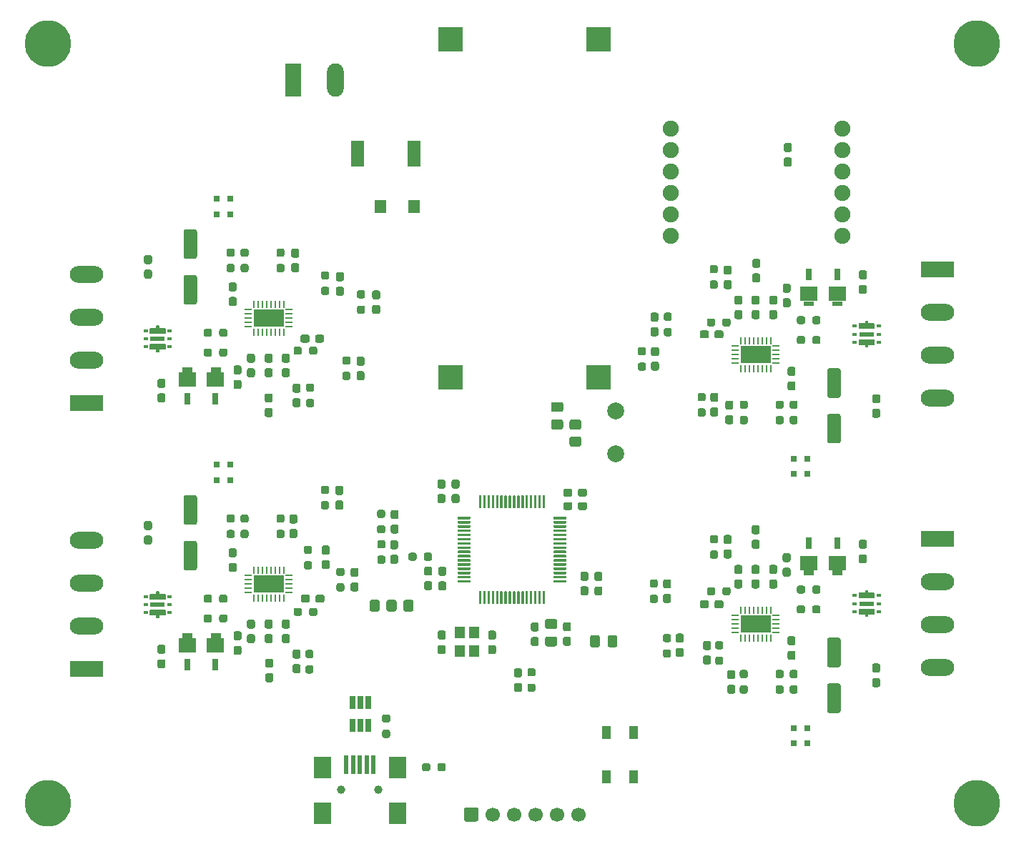
<source format=gbr>
%TF.GenerationSoftware,KiCad,Pcbnew,(5.1.9)-1*%
%TF.CreationDate,2021-03-09T23:57:27+01:00*%
%TF.ProjectId,IO_LINK,494f5f4c-494e-44b2-9e6b-696361645f70,rev?*%
%TF.SameCoordinates,Original*%
%TF.FileFunction,Soldermask,Top*%
%TF.FilePolarity,Negative*%
%FSLAX46Y46*%
G04 Gerber Fmt 4.6, Leading zero omitted, Abs format (unit mm)*
G04 Created by KiCad (PCBNEW (5.1.9)-1) date 2021-03-09 23:57:27*
%MOMM*%
%LPD*%
G01*
G04 APERTURE LIST*
%ADD10C,0.152400*%
%ADD11C,0.001000*%
%ADD12C,1.900000*%
%ADD13C,0.100000*%
%ADD14R,0.533400X0.406400*%
%ADD15R,1.701800X0.508000*%
%ADD16O,1.980000X3.960000*%
%ADD17R,1.980000X3.960000*%
%ADD18R,3.606800X2.108200*%
%ADD19R,0.812800X0.254000*%
%ADD20R,0.254000X0.812800*%
%ADD21R,0.650000X1.560000*%
%ADD22R,3.960000X1.980000*%
%ADD23O,3.960000X1.980000*%
%ADD24C,1.700000*%
%ADD25R,0.800000X0.800000*%
%ADD26R,1.540000X3.140000*%
%ADD27R,1.400000X1.640000*%
%ADD28R,0.750000X1.380000*%
%ADD29R,2.100000X1.820000*%
%ADD30R,0.500000X2.250000*%
%ADD31R,2.000000X2.500000*%
%ADD32C,1.000000*%
%ADD33R,3.000000X3.000000*%
%ADD34R,1.000000X1.550000*%
%ADD35C,2.000000*%
%ADD36R,1.200000X1.400000*%
%ADD37O,5.500000X5.500000*%
%ADD38C,3.600000*%
G04 APERTURE END LIST*
D10*
%TO.C,D18*%
X151866720Y-87943040D02*
X151866720Y-88247840D01*
X151117420Y-90152840D02*
X152819220Y-90152840D01*
X152819220Y-88755840D02*
X152819220Y-88247840D01*
X152069920Y-90965640D02*
X151866720Y-90965640D01*
X152819220Y-88247840D02*
X152069920Y-88247840D01*
X151117420Y-88247840D02*
X151117420Y-88755840D01*
X152069920Y-87943040D02*
X151866720Y-87943040D01*
X151866720Y-90965640D02*
X151866720Y-90660840D01*
X151866720Y-90660840D02*
X151117420Y-90660840D01*
X151117420Y-90660840D02*
X151117420Y-90152840D01*
X152819220Y-90660840D02*
X152069920Y-90660840D01*
X152819220Y-90152840D02*
X152819220Y-90660840D01*
X152069920Y-90660840D02*
X152069920Y-90965640D01*
X151117420Y-88755840D02*
X152819220Y-88755840D01*
X152069920Y-88247840D02*
X152069920Y-87943040D01*
X151866720Y-88247840D02*
X151117420Y-88247840D01*
X151968320Y-88273240D02*
X151968320Y-87968440D01*
X151968320Y-90914840D02*
X151968320Y-90610040D01*
%TO.C,D23*%
X151962960Y-122830780D02*
X151962960Y-122525980D01*
X151962960Y-120189180D02*
X151962960Y-119884380D01*
X151861360Y-120163780D02*
X151112060Y-120163780D01*
X152064560Y-120163780D02*
X152064560Y-119858980D01*
X151112060Y-120671780D02*
X152813860Y-120671780D01*
X152064560Y-122576780D02*
X152064560Y-122881580D01*
X152813860Y-122068780D02*
X152813860Y-122576780D01*
X152813860Y-122576780D02*
X152064560Y-122576780D01*
X151112060Y-122576780D02*
X151112060Y-122068780D01*
X151861360Y-122576780D02*
X151112060Y-122576780D01*
X151861360Y-122881580D02*
X151861360Y-122576780D01*
X152064560Y-119858980D02*
X151861360Y-119858980D01*
X151112060Y-120163780D02*
X151112060Y-120671780D01*
X152813860Y-120163780D02*
X152064560Y-120163780D01*
X152064560Y-122881580D02*
X151861360Y-122881580D01*
X152813860Y-120671780D02*
X152813860Y-120163780D01*
X151112060Y-122068780D02*
X152813860Y-122068780D01*
X151861360Y-119858980D02*
X151861360Y-120163780D01*
%TO.C,D13*%
X68029300Y-120028600D02*
X68029300Y-120333400D01*
X68029300Y-122670200D02*
X68029300Y-122975000D01*
X68130900Y-122695600D02*
X68880200Y-122695600D01*
X67927700Y-122695600D02*
X67927700Y-123000400D01*
X68880200Y-122187600D02*
X67178400Y-122187600D01*
X67927700Y-120282600D02*
X67927700Y-119977800D01*
X67178400Y-120790600D02*
X67178400Y-120282600D01*
X67178400Y-120282600D02*
X67927700Y-120282600D01*
X68880200Y-120282600D02*
X68880200Y-120790600D01*
X68130900Y-120282600D02*
X68880200Y-120282600D01*
X68130900Y-119977800D02*
X68130900Y-120282600D01*
X67927700Y-123000400D02*
X68130900Y-123000400D01*
X68880200Y-122695600D02*
X68880200Y-122187600D01*
X67178400Y-122695600D02*
X67927700Y-122695600D01*
X67927700Y-119977800D02*
X68130900Y-119977800D01*
X67178400Y-122187600D02*
X67178400Y-122695600D01*
X68880200Y-120790600D02*
X67178400Y-120790600D01*
X68130900Y-123000400D02*
X68130900Y-122695600D01*
%TO.C,D8*%
X68029300Y-88528600D02*
X68029300Y-88833400D01*
X68029300Y-91170200D02*
X68029300Y-91475000D01*
X68130900Y-91195600D02*
X68880200Y-91195600D01*
X67927700Y-91195600D02*
X67927700Y-91500400D01*
X68880200Y-90687600D02*
X67178400Y-90687600D01*
X67927700Y-88782600D02*
X67927700Y-88477800D01*
X67178400Y-89290600D02*
X67178400Y-88782600D01*
X67178400Y-88782600D02*
X67927700Y-88782600D01*
X68880200Y-88782600D02*
X68880200Y-89290600D01*
X68130900Y-88782600D02*
X68880200Y-88782600D01*
X68130900Y-88477800D02*
X68130900Y-88782600D01*
X67927700Y-91500400D02*
X68130900Y-91500400D01*
X68880200Y-91195600D02*
X68880200Y-90687600D01*
X67178400Y-91195600D02*
X67927700Y-91195600D01*
X67927700Y-88477800D02*
X68130900Y-88477800D01*
X67178400Y-90687600D02*
X67178400Y-91195600D01*
X68880200Y-89290600D02*
X67178400Y-89290600D01*
X68130900Y-91500400D02*
X68130900Y-91195600D01*
D11*
%TO.C,D4*%
G36*
X72071380Y-93885560D02*
G01*
X70969020Y-93885560D01*
X70969020Y-93382640D01*
X72071380Y-93382640D01*
X72071380Y-93885560D01*
G37*
X72071380Y-93885560D02*
X70969020Y-93885560D01*
X70969020Y-93382640D01*
X72071380Y-93382640D01*
X72071380Y-93885560D01*
%TO.C,D5*%
G36*
X75436880Y-93885560D02*
G01*
X74334520Y-93885560D01*
X74334520Y-93382640D01*
X75436880Y-93382640D01*
X75436880Y-93885560D01*
G37*
X75436880Y-93885560D02*
X74334520Y-93885560D01*
X74334520Y-93382640D01*
X75436880Y-93382640D01*
X75436880Y-93885560D01*
%TO.C,D9*%
G36*
X72071380Y-125385560D02*
G01*
X70969020Y-125385560D01*
X70969020Y-124882640D01*
X72071380Y-124882640D01*
X72071380Y-125385560D01*
G37*
X72071380Y-125385560D02*
X70969020Y-125385560D01*
X70969020Y-124882640D01*
X72071380Y-124882640D01*
X72071380Y-125385560D01*
%TO.C,D10*%
G36*
X75436880Y-125385560D02*
G01*
X74334520Y-125385560D01*
X74334520Y-124882640D01*
X75436880Y-124882640D01*
X75436880Y-125385560D01*
G37*
X75436880Y-125385560D02*
X74334520Y-125385560D01*
X74334520Y-124882640D01*
X75436880Y-124882640D01*
X75436880Y-125385560D01*
%TO.C,D14*%
G36*
X147924640Y-85557980D02*
G01*
X149027000Y-85557980D01*
X149027000Y-86060900D01*
X147924640Y-86060900D01*
X147924640Y-85557980D01*
G37*
X147924640Y-85557980D02*
X149027000Y-85557980D01*
X149027000Y-86060900D01*
X147924640Y-86060900D01*
X147924640Y-85557980D01*
%TO.C,D15*%
G36*
X144559140Y-85557980D02*
G01*
X145661500Y-85557980D01*
X145661500Y-86060900D01*
X144559140Y-86060900D01*
X144559140Y-85557980D01*
G37*
X144559140Y-85557980D02*
X145661500Y-85557980D01*
X145661500Y-86060900D01*
X144559140Y-86060900D01*
X144559140Y-85557980D01*
%TO.C,D19*%
G36*
X147919280Y-117473920D02*
G01*
X149021640Y-117473920D01*
X149021640Y-117976840D01*
X147919280Y-117976840D01*
X147919280Y-117473920D01*
G37*
X147919280Y-117473920D02*
X149021640Y-117473920D01*
X149021640Y-117976840D01*
X147919280Y-117976840D01*
X147919280Y-117473920D01*
%TO.C,D20*%
G36*
X144553780Y-117473920D02*
G01*
X145656140Y-117473920D01*
X145656140Y-117976840D01*
X144553780Y-117976840D01*
X144553780Y-117473920D01*
G37*
X144553780Y-117473920D02*
X145656140Y-117473920D01*
X145656140Y-117976840D01*
X144553780Y-117976840D01*
X144553780Y-117473920D01*
%TD*%
D12*
%TO.C,M1*%
X149110000Y-77843500D03*
X149110000Y-75303500D03*
X149110000Y-72763500D03*
X149110000Y-67683500D03*
X149110000Y-70223500D03*
X149110000Y-65143500D03*
X128790000Y-65143500D03*
X128790000Y-67683500D03*
X128790000Y-70223500D03*
X128790000Y-72763500D03*
X128790000Y-75303500D03*
X128790000Y-77843500D03*
%TD*%
D13*
%TO.C,D18*%
G36*
X152070421Y-87866843D02*
G01*
X152070452Y-87866842D01*
X152070482Y-87866844D01*
X152070984Y-87866847D01*
X152074436Y-87867064D01*
X152077885Y-87867257D01*
X152078154Y-87867299D01*
X152078414Y-87867315D01*
X152081776Y-87867859D01*
X152085242Y-87868396D01*
X152085502Y-87868463D01*
X152085763Y-87868505D01*
X152089111Y-87869390D01*
X152092453Y-87870248D01*
X152092701Y-87870338D01*
X152092961Y-87870407D01*
X152096189Y-87871608D01*
X152099449Y-87872794D01*
X152099693Y-87872911D01*
X152099938Y-87873002D01*
X152103051Y-87874520D01*
X152106163Y-87876011D01*
X152106386Y-87876146D01*
X152106630Y-87876265D01*
X152109609Y-87878098D01*
X152112530Y-87879867D01*
X152112743Y-87880026D01*
X152112970Y-87880166D01*
X152115723Y-87882256D01*
X152118492Y-87884327D01*
X152118689Y-87884507D01*
X152118900Y-87884667D01*
X152121442Y-87887021D01*
X152123989Y-87889347D01*
X152124166Y-87889544D01*
X152124363Y-87889726D01*
X152126654Y-87892306D01*
X152128971Y-87894879D01*
X152129130Y-87895095D01*
X152129306Y-87895293D01*
X152131308Y-87898050D01*
X152133389Y-87900872D01*
X152133529Y-87901106D01*
X152133681Y-87901316D01*
X152135392Y-87904232D01*
X152137201Y-87907266D01*
X152137316Y-87907510D01*
X152137449Y-87907737D01*
X152138887Y-87910850D01*
X152140370Y-87914002D01*
X152140460Y-87914255D01*
X152140571Y-87914495D01*
X152141702Y-87917741D01*
X152142868Y-87921016D01*
X152142933Y-87921275D01*
X152143020Y-87921526D01*
X152143821Y-87924839D01*
X152144669Y-87928239D01*
X152144709Y-87928509D01*
X152144770Y-87928762D01*
X152145244Y-87932135D01*
X152145756Y-87935604D01*
X152145769Y-87935871D01*
X152145806Y-87936134D01*
X152145950Y-87939568D01*
X152146120Y-87943040D01*
X152146120Y-88171640D01*
X152819220Y-88171640D01*
X152819721Y-88171643D01*
X152819752Y-88171642D01*
X152819782Y-88171644D01*
X152820284Y-88171647D01*
X152823736Y-88171864D01*
X152827185Y-88172057D01*
X152827454Y-88172099D01*
X152827714Y-88172115D01*
X152831076Y-88172659D01*
X152834542Y-88173196D01*
X152834802Y-88173263D01*
X152835063Y-88173305D01*
X152838411Y-88174190D01*
X152841753Y-88175048D01*
X152842001Y-88175138D01*
X152842261Y-88175207D01*
X152845489Y-88176408D01*
X152848749Y-88177594D01*
X152848993Y-88177711D01*
X152849238Y-88177802D01*
X152852351Y-88179320D01*
X152855463Y-88180811D01*
X152855686Y-88180946D01*
X152855930Y-88181065D01*
X152858909Y-88182898D01*
X152861830Y-88184667D01*
X152862043Y-88184826D01*
X152862270Y-88184966D01*
X152865023Y-88187056D01*
X152867792Y-88189127D01*
X152867989Y-88189307D01*
X152868200Y-88189467D01*
X152870742Y-88191821D01*
X152873289Y-88194147D01*
X152873466Y-88194344D01*
X152873663Y-88194526D01*
X152875954Y-88197106D01*
X152878271Y-88199679D01*
X152878430Y-88199895D01*
X152878606Y-88200093D01*
X152880608Y-88202850D01*
X152882689Y-88205672D01*
X152882829Y-88205906D01*
X152882981Y-88206116D01*
X152884692Y-88209032D01*
X152886501Y-88212066D01*
X152886616Y-88212310D01*
X152886749Y-88212537D01*
X152888187Y-88215650D01*
X152889670Y-88218802D01*
X152889760Y-88219055D01*
X152889871Y-88219295D01*
X152891002Y-88222541D01*
X152892168Y-88225816D01*
X152892233Y-88226075D01*
X152892320Y-88226326D01*
X152893121Y-88229639D01*
X152893969Y-88233039D01*
X152894009Y-88233309D01*
X152894070Y-88233562D01*
X152894544Y-88236935D01*
X152895056Y-88240404D01*
X152895069Y-88240671D01*
X152895106Y-88240934D01*
X152895250Y-88244368D01*
X152895420Y-88247840D01*
X152895420Y-88755840D01*
X152895417Y-88756341D01*
X152895418Y-88756372D01*
X152895416Y-88756402D01*
X152895413Y-88756904D01*
X152895196Y-88760356D01*
X152895003Y-88763805D01*
X152894961Y-88764074D01*
X152894945Y-88764334D01*
X152894401Y-88767696D01*
X152893864Y-88771162D01*
X152893797Y-88771422D01*
X152893755Y-88771683D01*
X152892870Y-88775031D01*
X152892012Y-88778373D01*
X152891922Y-88778621D01*
X152891853Y-88778881D01*
X152890652Y-88782109D01*
X152889466Y-88785369D01*
X152889349Y-88785613D01*
X152889258Y-88785858D01*
X152887740Y-88788971D01*
X152886249Y-88792083D01*
X152886114Y-88792306D01*
X152885995Y-88792550D01*
X152884162Y-88795529D01*
X152882393Y-88798450D01*
X152882234Y-88798663D01*
X152882094Y-88798890D01*
X152880004Y-88801643D01*
X152877933Y-88804412D01*
X152877753Y-88804609D01*
X152877593Y-88804820D01*
X152875239Y-88807362D01*
X152872913Y-88809909D01*
X152872716Y-88810086D01*
X152872534Y-88810283D01*
X152869954Y-88812574D01*
X152867381Y-88814891D01*
X152867165Y-88815050D01*
X152866967Y-88815226D01*
X152864210Y-88817228D01*
X152861388Y-88819309D01*
X152861154Y-88819449D01*
X152860944Y-88819601D01*
X152858028Y-88821312D01*
X152854994Y-88823121D01*
X152854750Y-88823236D01*
X152854523Y-88823369D01*
X152851410Y-88824807D01*
X152848258Y-88826290D01*
X152848005Y-88826380D01*
X152847765Y-88826491D01*
X152844519Y-88827622D01*
X152841244Y-88828788D01*
X152840985Y-88828853D01*
X152840734Y-88828940D01*
X152837421Y-88829741D01*
X152834021Y-88830589D01*
X152833751Y-88830629D01*
X152833498Y-88830690D01*
X152830125Y-88831164D01*
X152826656Y-88831676D01*
X152826389Y-88831689D01*
X152826126Y-88831726D01*
X152822692Y-88831870D01*
X152819220Y-88832040D01*
X151117420Y-88832040D01*
X151116919Y-88832037D01*
X151116888Y-88832038D01*
X151116858Y-88832036D01*
X151116356Y-88832033D01*
X151112904Y-88831816D01*
X151109455Y-88831623D01*
X151109186Y-88831581D01*
X151108926Y-88831565D01*
X151105564Y-88831021D01*
X151102098Y-88830484D01*
X151101838Y-88830417D01*
X151101577Y-88830375D01*
X151098229Y-88829490D01*
X151094887Y-88828632D01*
X151094639Y-88828542D01*
X151094379Y-88828473D01*
X151091151Y-88827272D01*
X151087891Y-88826086D01*
X151087647Y-88825969D01*
X151087402Y-88825878D01*
X151084289Y-88824360D01*
X151081177Y-88822869D01*
X151080954Y-88822734D01*
X151080710Y-88822615D01*
X151077731Y-88820782D01*
X151074810Y-88819013D01*
X151074597Y-88818854D01*
X151074370Y-88818714D01*
X151071617Y-88816624D01*
X151068848Y-88814553D01*
X151068651Y-88814373D01*
X151068440Y-88814213D01*
X151065898Y-88811859D01*
X151063351Y-88809533D01*
X151063174Y-88809336D01*
X151062977Y-88809154D01*
X151060686Y-88806574D01*
X151058369Y-88804001D01*
X151058210Y-88803785D01*
X151058034Y-88803587D01*
X151056032Y-88800830D01*
X151053951Y-88798008D01*
X151053811Y-88797774D01*
X151053659Y-88797564D01*
X151051948Y-88794648D01*
X151050139Y-88791614D01*
X151050024Y-88791370D01*
X151049891Y-88791143D01*
X151048453Y-88788030D01*
X151046970Y-88784878D01*
X151046880Y-88784625D01*
X151046769Y-88784385D01*
X151045638Y-88781139D01*
X151044472Y-88777864D01*
X151044407Y-88777605D01*
X151044320Y-88777354D01*
X151043519Y-88774041D01*
X151042671Y-88770641D01*
X151042631Y-88770371D01*
X151042570Y-88770118D01*
X151042096Y-88766745D01*
X151041584Y-88763276D01*
X151041571Y-88763009D01*
X151041534Y-88762746D01*
X151041390Y-88759312D01*
X151041220Y-88755840D01*
X151041220Y-88247840D01*
X151041223Y-88247339D01*
X151041222Y-88247308D01*
X151041224Y-88247278D01*
X151041227Y-88246776D01*
X151041444Y-88243324D01*
X151041637Y-88239875D01*
X151041679Y-88239606D01*
X151041695Y-88239346D01*
X151042239Y-88235984D01*
X151042776Y-88232518D01*
X151042843Y-88232258D01*
X151042885Y-88231997D01*
X151043770Y-88228649D01*
X151044628Y-88225307D01*
X151044718Y-88225059D01*
X151044787Y-88224799D01*
X151045988Y-88221571D01*
X151047174Y-88218311D01*
X151047291Y-88218067D01*
X151047382Y-88217822D01*
X151048900Y-88214709D01*
X151050391Y-88211597D01*
X151050526Y-88211374D01*
X151050645Y-88211130D01*
X151052478Y-88208151D01*
X151054247Y-88205230D01*
X151054406Y-88205017D01*
X151054546Y-88204790D01*
X151056636Y-88202037D01*
X151058707Y-88199268D01*
X151058887Y-88199071D01*
X151059047Y-88198860D01*
X151061401Y-88196318D01*
X151063727Y-88193771D01*
X151063924Y-88193594D01*
X151064106Y-88193397D01*
X151066686Y-88191106D01*
X151069259Y-88188789D01*
X151069475Y-88188630D01*
X151069673Y-88188454D01*
X151072430Y-88186452D01*
X151075252Y-88184371D01*
X151075486Y-88184231D01*
X151075696Y-88184079D01*
X151078612Y-88182368D01*
X151081646Y-88180559D01*
X151081890Y-88180444D01*
X151082117Y-88180311D01*
X151085230Y-88178873D01*
X151088382Y-88177390D01*
X151088635Y-88177300D01*
X151088875Y-88177189D01*
X151092121Y-88176058D01*
X151095396Y-88174892D01*
X151095655Y-88174827D01*
X151095906Y-88174740D01*
X151099219Y-88173939D01*
X151102619Y-88173091D01*
X151102889Y-88173051D01*
X151103142Y-88172990D01*
X151106515Y-88172516D01*
X151109984Y-88172004D01*
X151110251Y-88171991D01*
X151110514Y-88171954D01*
X151113948Y-88171810D01*
X151117420Y-88171640D01*
X151790520Y-88171640D01*
X151790520Y-87943040D01*
X151790523Y-87942539D01*
X151790522Y-87942508D01*
X151790524Y-87942478D01*
X151790527Y-87941976D01*
X151790744Y-87938524D01*
X151790937Y-87935075D01*
X151790979Y-87934806D01*
X151790995Y-87934546D01*
X151791539Y-87931184D01*
X151792076Y-87927718D01*
X151792143Y-87927458D01*
X151792185Y-87927197D01*
X151793070Y-87923849D01*
X151793928Y-87920507D01*
X151794018Y-87920259D01*
X151794087Y-87919999D01*
X151795288Y-87916771D01*
X151796474Y-87913511D01*
X151796591Y-87913267D01*
X151796682Y-87913022D01*
X151798200Y-87909909D01*
X151799691Y-87906797D01*
X151799826Y-87906574D01*
X151799945Y-87906330D01*
X151801778Y-87903351D01*
X151803547Y-87900430D01*
X151803706Y-87900217D01*
X151803846Y-87899990D01*
X151805936Y-87897237D01*
X151808007Y-87894468D01*
X151808187Y-87894271D01*
X151808347Y-87894060D01*
X151810701Y-87891518D01*
X151813027Y-87888971D01*
X151813224Y-87888794D01*
X151813406Y-87888597D01*
X151815986Y-87886306D01*
X151818559Y-87883989D01*
X151818775Y-87883830D01*
X151818973Y-87883654D01*
X151821730Y-87881652D01*
X151824552Y-87879571D01*
X151824786Y-87879431D01*
X151824996Y-87879279D01*
X151827912Y-87877568D01*
X151830946Y-87875759D01*
X151831190Y-87875644D01*
X151831417Y-87875511D01*
X151834530Y-87874073D01*
X151837682Y-87872590D01*
X151837935Y-87872500D01*
X151838175Y-87872389D01*
X151841421Y-87871258D01*
X151844696Y-87870092D01*
X151844955Y-87870027D01*
X151845206Y-87869940D01*
X151848519Y-87869139D01*
X151851919Y-87868291D01*
X151852189Y-87868251D01*
X151852442Y-87868190D01*
X151855815Y-87867716D01*
X151859284Y-87867204D01*
X151859551Y-87867191D01*
X151859814Y-87867154D01*
X151863248Y-87867010D01*
X151866720Y-87866840D01*
X152069920Y-87866840D01*
X152070421Y-87866843D01*
G37*
G36*
X152819721Y-90076643D02*
G01*
X152819752Y-90076642D01*
X152819782Y-90076644D01*
X152820284Y-90076647D01*
X152823736Y-90076864D01*
X152827185Y-90077057D01*
X152827454Y-90077099D01*
X152827714Y-90077115D01*
X152831076Y-90077659D01*
X152834542Y-90078196D01*
X152834802Y-90078263D01*
X152835063Y-90078305D01*
X152838411Y-90079190D01*
X152841753Y-90080048D01*
X152842001Y-90080138D01*
X152842261Y-90080207D01*
X152845489Y-90081408D01*
X152848749Y-90082594D01*
X152848993Y-90082711D01*
X152849238Y-90082802D01*
X152852351Y-90084320D01*
X152855463Y-90085811D01*
X152855686Y-90085946D01*
X152855930Y-90086065D01*
X152858909Y-90087898D01*
X152861830Y-90089667D01*
X152862043Y-90089826D01*
X152862270Y-90089966D01*
X152865023Y-90092056D01*
X152867792Y-90094127D01*
X152867989Y-90094307D01*
X152868200Y-90094467D01*
X152870742Y-90096821D01*
X152873289Y-90099147D01*
X152873466Y-90099344D01*
X152873663Y-90099526D01*
X152875954Y-90102106D01*
X152878271Y-90104679D01*
X152878430Y-90104895D01*
X152878606Y-90105093D01*
X152880608Y-90107850D01*
X152882689Y-90110672D01*
X152882829Y-90110906D01*
X152882981Y-90111116D01*
X152884692Y-90114032D01*
X152886501Y-90117066D01*
X152886616Y-90117310D01*
X152886749Y-90117537D01*
X152888187Y-90120650D01*
X152889670Y-90123802D01*
X152889760Y-90124055D01*
X152889871Y-90124295D01*
X152891002Y-90127541D01*
X152892168Y-90130816D01*
X152892233Y-90131075D01*
X152892320Y-90131326D01*
X152893121Y-90134639D01*
X152893969Y-90138039D01*
X152894009Y-90138309D01*
X152894070Y-90138562D01*
X152894544Y-90141935D01*
X152895056Y-90145404D01*
X152895069Y-90145671D01*
X152895106Y-90145934D01*
X152895250Y-90149368D01*
X152895420Y-90152840D01*
X152895420Y-90660840D01*
X152895417Y-90661341D01*
X152895418Y-90661372D01*
X152895416Y-90661402D01*
X152895413Y-90661904D01*
X152895196Y-90665356D01*
X152895003Y-90668805D01*
X152894961Y-90669074D01*
X152894945Y-90669334D01*
X152894401Y-90672696D01*
X152893864Y-90676162D01*
X152893797Y-90676422D01*
X152893755Y-90676683D01*
X152892870Y-90680031D01*
X152892012Y-90683373D01*
X152891922Y-90683621D01*
X152891853Y-90683881D01*
X152890652Y-90687109D01*
X152889466Y-90690369D01*
X152889349Y-90690613D01*
X152889258Y-90690858D01*
X152887740Y-90693971D01*
X152886249Y-90697083D01*
X152886114Y-90697306D01*
X152885995Y-90697550D01*
X152884162Y-90700529D01*
X152882393Y-90703450D01*
X152882234Y-90703663D01*
X152882094Y-90703890D01*
X152880004Y-90706643D01*
X152877933Y-90709412D01*
X152877753Y-90709609D01*
X152877593Y-90709820D01*
X152875239Y-90712362D01*
X152872913Y-90714909D01*
X152872716Y-90715086D01*
X152872534Y-90715283D01*
X152869954Y-90717574D01*
X152867381Y-90719891D01*
X152867165Y-90720050D01*
X152866967Y-90720226D01*
X152864210Y-90722228D01*
X152861388Y-90724309D01*
X152861154Y-90724449D01*
X152860944Y-90724601D01*
X152858028Y-90726312D01*
X152854994Y-90728121D01*
X152854750Y-90728236D01*
X152854523Y-90728369D01*
X152851410Y-90729807D01*
X152848258Y-90731290D01*
X152848005Y-90731380D01*
X152847765Y-90731491D01*
X152844519Y-90732622D01*
X152841244Y-90733788D01*
X152840985Y-90733853D01*
X152840734Y-90733940D01*
X152837421Y-90734741D01*
X152834021Y-90735589D01*
X152833751Y-90735629D01*
X152833498Y-90735690D01*
X152830125Y-90736164D01*
X152826656Y-90736676D01*
X152826389Y-90736689D01*
X152826126Y-90736726D01*
X152822692Y-90736870D01*
X152819220Y-90737040D01*
X152146120Y-90737040D01*
X152146120Y-90965640D01*
X152146117Y-90966141D01*
X152146118Y-90966172D01*
X152146116Y-90966202D01*
X152146113Y-90966704D01*
X152145896Y-90970156D01*
X152145703Y-90973605D01*
X152145661Y-90973874D01*
X152145645Y-90974134D01*
X152145101Y-90977496D01*
X152144564Y-90980962D01*
X152144497Y-90981222D01*
X152144455Y-90981483D01*
X152143570Y-90984831D01*
X152142712Y-90988173D01*
X152142622Y-90988421D01*
X152142553Y-90988681D01*
X152141352Y-90991909D01*
X152140166Y-90995169D01*
X152140049Y-90995413D01*
X152139958Y-90995658D01*
X152138440Y-90998771D01*
X152136949Y-91001883D01*
X152136814Y-91002106D01*
X152136695Y-91002350D01*
X152134862Y-91005329D01*
X152133093Y-91008250D01*
X152132934Y-91008463D01*
X152132794Y-91008690D01*
X152130704Y-91011443D01*
X152128633Y-91014212D01*
X152128453Y-91014409D01*
X152128293Y-91014620D01*
X152125939Y-91017162D01*
X152123613Y-91019709D01*
X152123416Y-91019886D01*
X152123234Y-91020083D01*
X152120654Y-91022374D01*
X152118081Y-91024691D01*
X152117865Y-91024850D01*
X152117667Y-91025026D01*
X152114910Y-91027028D01*
X152112088Y-91029109D01*
X152111854Y-91029249D01*
X152111644Y-91029401D01*
X152108728Y-91031112D01*
X152105694Y-91032921D01*
X152105450Y-91033036D01*
X152105223Y-91033169D01*
X152102110Y-91034607D01*
X152098958Y-91036090D01*
X152098705Y-91036180D01*
X152098465Y-91036291D01*
X152095219Y-91037422D01*
X152091944Y-91038588D01*
X152091685Y-91038653D01*
X152091434Y-91038740D01*
X152088121Y-91039541D01*
X152084721Y-91040389D01*
X152084451Y-91040429D01*
X152084198Y-91040490D01*
X152080825Y-91040964D01*
X152077356Y-91041476D01*
X152077089Y-91041489D01*
X152076826Y-91041526D01*
X152073392Y-91041670D01*
X152069920Y-91041840D01*
X151866720Y-91041840D01*
X151866219Y-91041837D01*
X151866188Y-91041838D01*
X151866158Y-91041836D01*
X151865656Y-91041833D01*
X151862204Y-91041616D01*
X151858755Y-91041423D01*
X151858486Y-91041381D01*
X151858226Y-91041365D01*
X151854864Y-91040821D01*
X151851398Y-91040284D01*
X151851138Y-91040217D01*
X151850877Y-91040175D01*
X151847529Y-91039290D01*
X151844187Y-91038432D01*
X151843939Y-91038342D01*
X151843679Y-91038273D01*
X151840451Y-91037072D01*
X151837191Y-91035886D01*
X151836947Y-91035769D01*
X151836702Y-91035678D01*
X151833589Y-91034160D01*
X151830477Y-91032669D01*
X151830254Y-91032534D01*
X151830010Y-91032415D01*
X151827031Y-91030582D01*
X151824110Y-91028813D01*
X151823897Y-91028654D01*
X151823670Y-91028514D01*
X151820917Y-91026424D01*
X151818148Y-91024353D01*
X151817951Y-91024173D01*
X151817740Y-91024013D01*
X151815198Y-91021659D01*
X151812651Y-91019333D01*
X151812474Y-91019136D01*
X151812277Y-91018954D01*
X151809986Y-91016374D01*
X151807669Y-91013801D01*
X151807510Y-91013585D01*
X151807334Y-91013387D01*
X151805332Y-91010630D01*
X151803251Y-91007808D01*
X151803111Y-91007574D01*
X151802959Y-91007364D01*
X151801248Y-91004448D01*
X151799439Y-91001414D01*
X151799324Y-91001170D01*
X151799191Y-91000943D01*
X151797753Y-90997830D01*
X151796270Y-90994678D01*
X151796180Y-90994425D01*
X151796069Y-90994185D01*
X151794938Y-90990939D01*
X151793772Y-90987664D01*
X151793707Y-90987405D01*
X151793620Y-90987154D01*
X151792819Y-90983841D01*
X151791971Y-90980441D01*
X151791931Y-90980171D01*
X151791870Y-90979918D01*
X151791396Y-90976545D01*
X151790884Y-90973076D01*
X151790871Y-90972809D01*
X151790834Y-90972546D01*
X151790690Y-90969112D01*
X151790520Y-90965640D01*
X151790520Y-90737040D01*
X151117420Y-90737040D01*
X151116919Y-90737037D01*
X151116888Y-90737038D01*
X151116858Y-90737036D01*
X151116356Y-90737033D01*
X151112904Y-90736816D01*
X151109455Y-90736623D01*
X151109186Y-90736581D01*
X151108926Y-90736565D01*
X151105564Y-90736021D01*
X151102098Y-90735484D01*
X151101838Y-90735417D01*
X151101577Y-90735375D01*
X151098229Y-90734490D01*
X151094887Y-90733632D01*
X151094639Y-90733542D01*
X151094379Y-90733473D01*
X151091151Y-90732272D01*
X151087891Y-90731086D01*
X151087647Y-90730969D01*
X151087402Y-90730878D01*
X151084289Y-90729360D01*
X151081177Y-90727869D01*
X151080954Y-90727734D01*
X151080710Y-90727615D01*
X151077731Y-90725782D01*
X151074810Y-90724013D01*
X151074597Y-90723854D01*
X151074370Y-90723714D01*
X151071617Y-90721624D01*
X151068848Y-90719553D01*
X151068651Y-90719373D01*
X151068440Y-90719213D01*
X151065898Y-90716859D01*
X151063351Y-90714533D01*
X151063174Y-90714336D01*
X151062977Y-90714154D01*
X151060686Y-90711574D01*
X151058369Y-90709001D01*
X151058210Y-90708785D01*
X151058034Y-90708587D01*
X151056032Y-90705830D01*
X151053951Y-90703008D01*
X151053811Y-90702774D01*
X151053659Y-90702564D01*
X151051948Y-90699648D01*
X151050139Y-90696614D01*
X151050024Y-90696370D01*
X151049891Y-90696143D01*
X151048453Y-90693030D01*
X151046970Y-90689878D01*
X151046880Y-90689625D01*
X151046769Y-90689385D01*
X151045638Y-90686139D01*
X151044472Y-90682864D01*
X151044407Y-90682605D01*
X151044320Y-90682354D01*
X151043519Y-90679041D01*
X151042671Y-90675641D01*
X151042631Y-90675371D01*
X151042570Y-90675118D01*
X151042096Y-90671745D01*
X151041584Y-90668276D01*
X151041571Y-90668009D01*
X151041534Y-90667746D01*
X151041390Y-90664312D01*
X151041220Y-90660840D01*
X151041220Y-90152840D01*
X151041223Y-90152339D01*
X151041222Y-90152308D01*
X151041224Y-90152278D01*
X151041227Y-90151776D01*
X151041444Y-90148324D01*
X151041637Y-90144875D01*
X151041679Y-90144606D01*
X151041695Y-90144346D01*
X151042239Y-90140984D01*
X151042776Y-90137518D01*
X151042843Y-90137258D01*
X151042885Y-90136997D01*
X151043770Y-90133649D01*
X151044628Y-90130307D01*
X151044718Y-90130059D01*
X151044787Y-90129799D01*
X151045988Y-90126571D01*
X151047174Y-90123311D01*
X151047291Y-90123067D01*
X151047382Y-90122822D01*
X151048900Y-90119709D01*
X151050391Y-90116597D01*
X151050526Y-90116374D01*
X151050645Y-90116130D01*
X151052478Y-90113151D01*
X151054247Y-90110230D01*
X151054406Y-90110017D01*
X151054546Y-90109790D01*
X151056636Y-90107037D01*
X151058707Y-90104268D01*
X151058887Y-90104071D01*
X151059047Y-90103860D01*
X151061401Y-90101318D01*
X151063727Y-90098771D01*
X151063924Y-90098594D01*
X151064106Y-90098397D01*
X151066686Y-90096106D01*
X151069259Y-90093789D01*
X151069475Y-90093630D01*
X151069673Y-90093454D01*
X151072430Y-90091452D01*
X151075252Y-90089371D01*
X151075486Y-90089231D01*
X151075696Y-90089079D01*
X151078612Y-90087368D01*
X151081646Y-90085559D01*
X151081890Y-90085444D01*
X151082117Y-90085311D01*
X151085230Y-90083873D01*
X151088382Y-90082390D01*
X151088635Y-90082300D01*
X151088875Y-90082189D01*
X151092121Y-90081058D01*
X151095396Y-90079892D01*
X151095655Y-90079827D01*
X151095906Y-90079740D01*
X151099219Y-90078939D01*
X151102619Y-90078091D01*
X151102889Y-90078051D01*
X151103142Y-90077990D01*
X151106515Y-90077516D01*
X151109984Y-90077004D01*
X151110251Y-90076991D01*
X151110514Y-90076954D01*
X151113948Y-90076810D01*
X151117420Y-90076640D01*
X152819220Y-90076640D01*
X152819721Y-90076643D01*
G37*
D14*
X153403420Y-88501840D03*
X150533220Y-90406840D03*
D15*
X151968320Y-89454340D03*
D14*
X150533220Y-88501840D03*
X153403420Y-90406840D03*
X153403420Y-89454340D03*
X150533220Y-89454340D03*
%TD*%
D16*
%TO.C,J1*%
X89056000Y-59358600D03*
D17*
X84056000Y-59358600D03*
%TD*%
D18*
%TO.C,U4*%
X138823820Y-91867340D03*
D19*
X141224120Y-90851340D03*
X141224120Y-91359340D03*
X141224120Y-91867340D03*
X141224120Y-92375340D03*
X141224120Y-92883340D03*
D20*
X140601820Y-93518340D03*
X140093820Y-93518340D03*
X139585820Y-93518340D03*
X139077820Y-93518340D03*
X138569820Y-93518340D03*
X138061820Y-93518340D03*
X137553820Y-93518340D03*
X137045820Y-93518340D03*
D19*
X136423520Y-92883340D03*
X136423520Y-92375340D03*
X136423520Y-91867340D03*
X136423520Y-91359340D03*
X136423520Y-90851340D03*
D20*
X137045820Y-90216340D03*
X137553820Y-90216340D03*
X138061820Y-90216340D03*
X138569820Y-90216340D03*
X139077820Y-90216340D03*
X139585820Y-90216340D03*
X140093820Y-90216340D03*
X140601820Y-90216340D03*
%TD*%
D18*
%TO.C,U2*%
X81170000Y-87580000D03*
D19*
X78769700Y-88596000D03*
X78769700Y-88088000D03*
X78769700Y-87580000D03*
X78769700Y-87072000D03*
X78769700Y-86564000D03*
D20*
X79392000Y-85929000D03*
X79900000Y-85929000D03*
X80408000Y-85929000D03*
X80916000Y-85929000D03*
X81424000Y-85929000D03*
X81932000Y-85929000D03*
X82440000Y-85929000D03*
X82948000Y-85929000D03*
D19*
X83570300Y-86564000D03*
X83570300Y-87072000D03*
X83570300Y-87580000D03*
X83570300Y-88088000D03*
X83570300Y-88596000D03*
D20*
X82948000Y-89231000D03*
X82440000Y-89231000D03*
X81932000Y-89231000D03*
X81424000Y-89231000D03*
X80916000Y-89231000D03*
X80408000Y-89231000D03*
X79900000Y-89231000D03*
X79392000Y-89231000D03*
%TD*%
%TO.C,L2*%
G36*
G01*
X100304300Y-140521600D02*
X100304300Y-140996600D01*
G75*
G02*
X100066800Y-141234100I-237500J0D01*
G01*
X99566800Y-141234100D01*
G75*
G02*
X99329300Y-140996600I0J237500D01*
G01*
X99329300Y-140521600D01*
G75*
G02*
X99566800Y-140284100I237500J0D01*
G01*
X100066800Y-140284100D01*
G75*
G02*
X100304300Y-140521600I0J-237500D01*
G01*
G37*
G36*
G01*
X102129300Y-140521600D02*
X102129300Y-140996600D01*
G75*
G02*
X101891800Y-141234100I-237500J0D01*
G01*
X101391800Y-141234100D01*
G75*
G02*
X101154300Y-140996600I0J237500D01*
G01*
X101154300Y-140521600D01*
G75*
G02*
X101391800Y-140284100I237500J0D01*
G01*
X101891800Y-140284100D01*
G75*
G02*
X102129300Y-140521600I0J-237500D01*
G01*
G37*
%TD*%
D21*
%TO.C,D3*%
X92050100Y-133135900D03*
X91100100Y-133135900D03*
X93000100Y-133135900D03*
X93000100Y-135835900D03*
X92050100Y-135835900D03*
X91100100Y-135835900D03*
%TD*%
D22*
%TO.C,J7*%
X160360660Y-113724880D03*
D23*
X160360660Y-118804880D03*
X160360660Y-123884880D03*
X160360660Y-128964880D03*
%TD*%
D22*
%TO.C,J6*%
X160366020Y-81813240D03*
D23*
X160366020Y-86893240D03*
X160366020Y-91973240D03*
X160366020Y-97053240D03*
%TD*%
D24*
%TO.C,J3*%
X117848500Y-146356700D03*
X115308500Y-146356700D03*
X112768500Y-146356700D03*
X110228500Y-146356700D03*
X107688500Y-146356700D03*
G36*
G01*
X105748500Y-147206700D02*
X104548500Y-147206700D01*
G75*
G02*
X104298500Y-146956700I0J250000D01*
G01*
X104298500Y-145756700D01*
G75*
G02*
X104548500Y-145506700I250000J0D01*
G01*
X105748500Y-145506700D01*
G75*
G02*
X105998500Y-145756700I0J-250000D01*
G01*
X105998500Y-146956700D01*
G75*
G02*
X105748500Y-147206700I-250000J0D01*
G01*
G37*
%TD*%
%TO.C,C42*%
G36*
G01*
X82966700Y-123264200D02*
X83441700Y-123264200D01*
G75*
G02*
X83679200Y-123501700I0J-237500D01*
G01*
X83679200Y-124101700D01*
G75*
G02*
X83441700Y-124339200I-237500J0D01*
G01*
X82966700Y-124339200D01*
G75*
G02*
X82729200Y-124101700I0J237500D01*
G01*
X82729200Y-123501700D01*
G75*
G02*
X82966700Y-123264200I237500J0D01*
G01*
G37*
G36*
G01*
X82966700Y-124989200D02*
X83441700Y-124989200D01*
G75*
G02*
X83679200Y-125226700I0J-237500D01*
G01*
X83679200Y-125826700D01*
G75*
G02*
X83441700Y-126064200I-237500J0D01*
G01*
X82966700Y-126064200D01*
G75*
G02*
X82729200Y-125826700I0J237500D01*
G01*
X82729200Y-125226700D01*
G75*
G02*
X82966700Y-124989200I237500J0D01*
G01*
G37*
%TD*%
%TO.C,C78*%
G36*
G01*
X151755960Y-114885780D02*
X151280960Y-114885780D01*
G75*
G02*
X151043460Y-114648280I0J237500D01*
G01*
X151043460Y-114048280D01*
G75*
G02*
X151280960Y-113810780I237500J0D01*
G01*
X151755960Y-113810780D01*
G75*
G02*
X151993460Y-114048280I0J-237500D01*
G01*
X151993460Y-114648280D01*
G75*
G02*
X151755960Y-114885780I-237500J0D01*
G01*
G37*
G36*
G01*
X151755960Y-116610780D02*
X151280960Y-116610780D01*
G75*
G02*
X151043460Y-116373280I0J237500D01*
G01*
X151043460Y-115773280D01*
G75*
G02*
X151280960Y-115535780I237500J0D01*
G01*
X151755960Y-115535780D01*
G75*
G02*
X151993460Y-115773280I0J-237500D01*
G01*
X151993460Y-116373280D01*
G75*
G02*
X151755960Y-116610780I-237500J0D01*
G01*
G37*
%TD*%
%TO.C,C77*%
G36*
G01*
X151761320Y-82969840D02*
X151286320Y-82969840D01*
G75*
G02*
X151048820Y-82732340I0J237500D01*
G01*
X151048820Y-82132340D01*
G75*
G02*
X151286320Y-81894840I237500J0D01*
G01*
X151761320Y-81894840D01*
G75*
G02*
X151998820Y-82132340I0J-237500D01*
G01*
X151998820Y-82732340D01*
G75*
G02*
X151761320Y-82969840I-237500J0D01*
G01*
G37*
G36*
G01*
X151761320Y-84694840D02*
X151286320Y-84694840D01*
G75*
G02*
X151048820Y-84457340I0J237500D01*
G01*
X151048820Y-83857340D01*
G75*
G02*
X151286320Y-83619840I237500J0D01*
G01*
X151761320Y-83619840D01*
G75*
G02*
X151998820Y-83857340I0J-237500D01*
G01*
X151998820Y-84457340D01*
G75*
G02*
X151761320Y-84694840I-237500J0D01*
G01*
G37*
%TD*%
%TO.C,C76*%
G36*
G01*
X68234700Y-127973700D02*
X68709700Y-127973700D01*
G75*
G02*
X68947200Y-128211200I0J-237500D01*
G01*
X68947200Y-128811200D01*
G75*
G02*
X68709700Y-129048700I-237500J0D01*
G01*
X68234700Y-129048700D01*
G75*
G02*
X67997200Y-128811200I0J237500D01*
G01*
X67997200Y-128211200D01*
G75*
G02*
X68234700Y-127973700I237500J0D01*
G01*
G37*
G36*
G01*
X68234700Y-126248700D02*
X68709700Y-126248700D01*
G75*
G02*
X68947200Y-126486200I0J-237500D01*
G01*
X68947200Y-127086200D01*
G75*
G02*
X68709700Y-127323700I-237500J0D01*
G01*
X68234700Y-127323700D01*
G75*
G02*
X67997200Y-127086200I0J237500D01*
G01*
X67997200Y-126486200D01*
G75*
G02*
X68234700Y-126248700I237500J0D01*
G01*
G37*
%TD*%
%TO.C,C75*%
G36*
G01*
X68234700Y-96473700D02*
X68709700Y-96473700D01*
G75*
G02*
X68947200Y-96711200I0J-237500D01*
G01*
X68947200Y-97311200D01*
G75*
G02*
X68709700Y-97548700I-237500J0D01*
G01*
X68234700Y-97548700D01*
G75*
G02*
X67997200Y-97311200I0J237500D01*
G01*
X67997200Y-96711200D01*
G75*
G02*
X68234700Y-96473700I237500J0D01*
G01*
G37*
G36*
G01*
X68234700Y-94748700D02*
X68709700Y-94748700D01*
G75*
G02*
X68947200Y-94986200I0J-237500D01*
G01*
X68947200Y-95586200D01*
G75*
G02*
X68709700Y-95823700I-237500J0D01*
G01*
X68234700Y-95823700D01*
G75*
G02*
X67997200Y-95586200I0J237500D01*
G01*
X67997200Y-94986200D01*
G75*
G02*
X68234700Y-94748700I237500J0D01*
G01*
G37*
%TD*%
%TO.C,R41*%
G36*
G01*
X141913460Y-132041280D02*
X141438460Y-132041280D01*
G75*
G02*
X141200960Y-131803780I0J237500D01*
G01*
X141200960Y-131303780D01*
G75*
G02*
X141438460Y-131066280I237500J0D01*
G01*
X141913460Y-131066280D01*
G75*
G02*
X142150960Y-131303780I0J-237500D01*
G01*
X142150960Y-131803780D01*
G75*
G02*
X141913460Y-132041280I-237500J0D01*
G01*
G37*
G36*
G01*
X141913460Y-130216280D02*
X141438460Y-130216280D01*
G75*
G02*
X141200960Y-129978780I0J237500D01*
G01*
X141200960Y-129478780D01*
G75*
G02*
X141438460Y-129241280I237500J0D01*
G01*
X141913460Y-129241280D01*
G75*
G02*
X142150960Y-129478780I0J-237500D01*
G01*
X142150960Y-129978780D01*
G75*
G02*
X141913460Y-130216280I-237500J0D01*
G01*
G37*
%TD*%
%TO.C,R42*%
G36*
G01*
X143564460Y-130216280D02*
X143089460Y-130216280D01*
G75*
G02*
X142851960Y-129978780I0J237500D01*
G01*
X142851960Y-129478780D01*
G75*
G02*
X143089460Y-129241280I237500J0D01*
G01*
X143564460Y-129241280D01*
G75*
G02*
X143801960Y-129478780I0J-237500D01*
G01*
X143801960Y-129978780D01*
G75*
G02*
X143564460Y-130216280I-237500J0D01*
G01*
G37*
G36*
G01*
X143564460Y-132041280D02*
X143089460Y-132041280D01*
G75*
G02*
X142851960Y-131803780I0J237500D01*
G01*
X142851960Y-131303780D01*
G75*
G02*
X143089460Y-131066280I237500J0D01*
G01*
X143564460Y-131066280D01*
G75*
G02*
X143801960Y-131303780I0J-237500D01*
G01*
X143801960Y-131803780D01*
G75*
G02*
X143564460Y-132041280I-237500J0D01*
G01*
G37*
%TD*%
D25*
%TO.C,D22*%
X143352460Y-136102280D03*
X144952460Y-136102280D03*
%TD*%
%TO.C,D21*%
X144952460Y-137943780D03*
X143352460Y-137943780D03*
%TD*%
D13*
%TO.C,D23*%
G36*
X152065061Y-119782783D02*
G01*
X152065092Y-119782782D01*
X152065122Y-119782784D01*
X152065624Y-119782787D01*
X152069076Y-119783004D01*
X152072525Y-119783197D01*
X152072794Y-119783239D01*
X152073054Y-119783255D01*
X152076416Y-119783799D01*
X152079882Y-119784336D01*
X152080142Y-119784403D01*
X152080403Y-119784445D01*
X152083751Y-119785330D01*
X152087093Y-119786188D01*
X152087341Y-119786278D01*
X152087601Y-119786347D01*
X152090829Y-119787548D01*
X152094089Y-119788734D01*
X152094333Y-119788851D01*
X152094578Y-119788942D01*
X152097691Y-119790460D01*
X152100803Y-119791951D01*
X152101026Y-119792086D01*
X152101270Y-119792205D01*
X152104249Y-119794038D01*
X152107170Y-119795807D01*
X152107383Y-119795966D01*
X152107610Y-119796106D01*
X152110363Y-119798196D01*
X152113132Y-119800267D01*
X152113329Y-119800447D01*
X152113540Y-119800607D01*
X152116082Y-119802961D01*
X152118629Y-119805287D01*
X152118806Y-119805484D01*
X152119003Y-119805666D01*
X152121294Y-119808246D01*
X152123611Y-119810819D01*
X152123770Y-119811035D01*
X152123946Y-119811233D01*
X152125948Y-119813990D01*
X152128029Y-119816812D01*
X152128169Y-119817046D01*
X152128321Y-119817256D01*
X152130032Y-119820172D01*
X152131841Y-119823206D01*
X152131956Y-119823450D01*
X152132089Y-119823677D01*
X152133527Y-119826790D01*
X152135010Y-119829942D01*
X152135100Y-119830195D01*
X152135211Y-119830435D01*
X152136342Y-119833681D01*
X152137508Y-119836956D01*
X152137573Y-119837215D01*
X152137660Y-119837466D01*
X152138461Y-119840779D01*
X152139309Y-119844179D01*
X152139349Y-119844449D01*
X152139410Y-119844702D01*
X152139884Y-119848075D01*
X152140396Y-119851544D01*
X152140409Y-119851811D01*
X152140446Y-119852074D01*
X152140590Y-119855508D01*
X152140760Y-119858980D01*
X152140760Y-120087580D01*
X152813860Y-120087580D01*
X152814361Y-120087583D01*
X152814392Y-120087582D01*
X152814422Y-120087584D01*
X152814924Y-120087587D01*
X152818376Y-120087804D01*
X152821825Y-120087997D01*
X152822094Y-120088039D01*
X152822354Y-120088055D01*
X152825716Y-120088599D01*
X152829182Y-120089136D01*
X152829442Y-120089203D01*
X152829703Y-120089245D01*
X152833051Y-120090130D01*
X152836393Y-120090988D01*
X152836641Y-120091078D01*
X152836901Y-120091147D01*
X152840129Y-120092348D01*
X152843389Y-120093534D01*
X152843633Y-120093651D01*
X152843878Y-120093742D01*
X152846991Y-120095260D01*
X152850103Y-120096751D01*
X152850326Y-120096886D01*
X152850570Y-120097005D01*
X152853549Y-120098838D01*
X152856470Y-120100607D01*
X152856683Y-120100766D01*
X152856910Y-120100906D01*
X152859663Y-120102996D01*
X152862432Y-120105067D01*
X152862629Y-120105247D01*
X152862840Y-120105407D01*
X152865382Y-120107761D01*
X152867929Y-120110087D01*
X152868106Y-120110284D01*
X152868303Y-120110466D01*
X152870594Y-120113046D01*
X152872911Y-120115619D01*
X152873070Y-120115835D01*
X152873246Y-120116033D01*
X152875248Y-120118790D01*
X152877329Y-120121612D01*
X152877469Y-120121846D01*
X152877621Y-120122056D01*
X152879332Y-120124972D01*
X152881141Y-120128006D01*
X152881256Y-120128250D01*
X152881389Y-120128477D01*
X152882827Y-120131590D01*
X152884310Y-120134742D01*
X152884400Y-120134995D01*
X152884511Y-120135235D01*
X152885642Y-120138481D01*
X152886808Y-120141756D01*
X152886873Y-120142015D01*
X152886960Y-120142266D01*
X152887761Y-120145579D01*
X152888609Y-120148979D01*
X152888649Y-120149249D01*
X152888710Y-120149502D01*
X152889184Y-120152875D01*
X152889696Y-120156344D01*
X152889709Y-120156611D01*
X152889746Y-120156874D01*
X152889890Y-120160308D01*
X152890060Y-120163780D01*
X152890060Y-120671780D01*
X152890057Y-120672281D01*
X152890058Y-120672312D01*
X152890056Y-120672342D01*
X152890053Y-120672844D01*
X152889836Y-120676296D01*
X152889643Y-120679745D01*
X152889601Y-120680014D01*
X152889585Y-120680274D01*
X152889041Y-120683636D01*
X152888504Y-120687102D01*
X152888437Y-120687362D01*
X152888395Y-120687623D01*
X152887510Y-120690971D01*
X152886652Y-120694313D01*
X152886562Y-120694561D01*
X152886493Y-120694821D01*
X152885292Y-120698049D01*
X152884106Y-120701309D01*
X152883989Y-120701553D01*
X152883898Y-120701798D01*
X152882380Y-120704911D01*
X152880889Y-120708023D01*
X152880754Y-120708246D01*
X152880635Y-120708490D01*
X152878802Y-120711469D01*
X152877033Y-120714390D01*
X152876874Y-120714603D01*
X152876734Y-120714830D01*
X152874644Y-120717583D01*
X152872573Y-120720352D01*
X152872393Y-120720549D01*
X152872233Y-120720760D01*
X152869879Y-120723302D01*
X152867553Y-120725849D01*
X152867356Y-120726026D01*
X152867174Y-120726223D01*
X152864594Y-120728514D01*
X152862021Y-120730831D01*
X152861805Y-120730990D01*
X152861607Y-120731166D01*
X152858850Y-120733168D01*
X152856028Y-120735249D01*
X152855794Y-120735389D01*
X152855584Y-120735541D01*
X152852668Y-120737252D01*
X152849634Y-120739061D01*
X152849390Y-120739176D01*
X152849163Y-120739309D01*
X152846050Y-120740747D01*
X152842898Y-120742230D01*
X152842645Y-120742320D01*
X152842405Y-120742431D01*
X152839159Y-120743562D01*
X152835884Y-120744728D01*
X152835625Y-120744793D01*
X152835374Y-120744880D01*
X152832061Y-120745681D01*
X152828661Y-120746529D01*
X152828391Y-120746569D01*
X152828138Y-120746630D01*
X152824765Y-120747104D01*
X152821296Y-120747616D01*
X152821029Y-120747629D01*
X152820766Y-120747666D01*
X152817332Y-120747810D01*
X152813860Y-120747980D01*
X151112060Y-120747980D01*
X151111559Y-120747977D01*
X151111528Y-120747978D01*
X151111498Y-120747976D01*
X151110996Y-120747973D01*
X151107544Y-120747756D01*
X151104095Y-120747563D01*
X151103826Y-120747521D01*
X151103566Y-120747505D01*
X151100204Y-120746961D01*
X151096738Y-120746424D01*
X151096478Y-120746357D01*
X151096217Y-120746315D01*
X151092869Y-120745430D01*
X151089527Y-120744572D01*
X151089279Y-120744482D01*
X151089019Y-120744413D01*
X151085791Y-120743212D01*
X151082531Y-120742026D01*
X151082287Y-120741909D01*
X151082042Y-120741818D01*
X151078929Y-120740300D01*
X151075817Y-120738809D01*
X151075594Y-120738674D01*
X151075350Y-120738555D01*
X151072371Y-120736722D01*
X151069450Y-120734953D01*
X151069237Y-120734794D01*
X151069010Y-120734654D01*
X151066257Y-120732564D01*
X151063488Y-120730493D01*
X151063291Y-120730313D01*
X151063080Y-120730153D01*
X151060538Y-120727799D01*
X151057991Y-120725473D01*
X151057814Y-120725276D01*
X151057617Y-120725094D01*
X151055326Y-120722514D01*
X151053009Y-120719941D01*
X151052850Y-120719725D01*
X151052674Y-120719527D01*
X151050672Y-120716770D01*
X151048591Y-120713948D01*
X151048451Y-120713714D01*
X151048299Y-120713504D01*
X151046588Y-120710588D01*
X151044779Y-120707554D01*
X151044664Y-120707310D01*
X151044531Y-120707083D01*
X151043093Y-120703970D01*
X151041610Y-120700818D01*
X151041520Y-120700565D01*
X151041409Y-120700325D01*
X151040278Y-120697079D01*
X151039112Y-120693804D01*
X151039047Y-120693545D01*
X151038960Y-120693294D01*
X151038159Y-120689981D01*
X151037311Y-120686581D01*
X151037271Y-120686311D01*
X151037210Y-120686058D01*
X151036736Y-120682685D01*
X151036224Y-120679216D01*
X151036211Y-120678949D01*
X151036174Y-120678686D01*
X151036030Y-120675252D01*
X151035860Y-120671780D01*
X151035860Y-120163780D01*
X151035863Y-120163279D01*
X151035862Y-120163248D01*
X151035864Y-120163218D01*
X151035867Y-120162716D01*
X151036084Y-120159264D01*
X151036277Y-120155815D01*
X151036319Y-120155546D01*
X151036335Y-120155286D01*
X151036879Y-120151924D01*
X151037416Y-120148458D01*
X151037483Y-120148198D01*
X151037525Y-120147937D01*
X151038410Y-120144589D01*
X151039268Y-120141247D01*
X151039358Y-120140999D01*
X151039427Y-120140739D01*
X151040628Y-120137511D01*
X151041814Y-120134251D01*
X151041931Y-120134007D01*
X151042022Y-120133762D01*
X151043540Y-120130649D01*
X151045031Y-120127537D01*
X151045166Y-120127314D01*
X151045285Y-120127070D01*
X151047118Y-120124091D01*
X151048887Y-120121170D01*
X151049046Y-120120957D01*
X151049186Y-120120730D01*
X151051276Y-120117977D01*
X151053347Y-120115208D01*
X151053527Y-120115011D01*
X151053687Y-120114800D01*
X151056041Y-120112258D01*
X151058367Y-120109711D01*
X151058564Y-120109534D01*
X151058746Y-120109337D01*
X151061326Y-120107046D01*
X151063899Y-120104729D01*
X151064115Y-120104570D01*
X151064313Y-120104394D01*
X151067070Y-120102392D01*
X151069892Y-120100311D01*
X151070126Y-120100171D01*
X151070336Y-120100019D01*
X151073252Y-120098308D01*
X151076286Y-120096499D01*
X151076530Y-120096384D01*
X151076757Y-120096251D01*
X151079870Y-120094813D01*
X151083022Y-120093330D01*
X151083275Y-120093240D01*
X151083515Y-120093129D01*
X151086761Y-120091998D01*
X151090036Y-120090832D01*
X151090295Y-120090767D01*
X151090546Y-120090680D01*
X151093859Y-120089879D01*
X151097259Y-120089031D01*
X151097529Y-120088991D01*
X151097782Y-120088930D01*
X151101155Y-120088456D01*
X151104624Y-120087944D01*
X151104891Y-120087931D01*
X151105154Y-120087894D01*
X151108588Y-120087750D01*
X151112060Y-120087580D01*
X151785160Y-120087580D01*
X151785160Y-119858980D01*
X151785163Y-119858479D01*
X151785162Y-119858448D01*
X151785164Y-119858418D01*
X151785167Y-119857916D01*
X151785384Y-119854464D01*
X151785577Y-119851015D01*
X151785619Y-119850746D01*
X151785635Y-119850486D01*
X151786179Y-119847124D01*
X151786716Y-119843658D01*
X151786783Y-119843398D01*
X151786825Y-119843137D01*
X151787710Y-119839789D01*
X151788568Y-119836447D01*
X151788658Y-119836199D01*
X151788727Y-119835939D01*
X151789928Y-119832711D01*
X151791114Y-119829451D01*
X151791231Y-119829207D01*
X151791322Y-119828962D01*
X151792840Y-119825849D01*
X151794331Y-119822737D01*
X151794466Y-119822514D01*
X151794585Y-119822270D01*
X151796418Y-119819291D01*
X151798187Y-119816370D01*
X151798346Y-119816157D01*
X151798486Y-119815930D01*
X151800576Y-119813177D01*
X151802647Y-119810408D01*
X151802827Y-119810211D01*
X151802987Y-119810000D01*
X151805341Y-119807458D01*
X151807667Y-119804911D01*
X151807864Y-119804734D01*
X151808046Y-119804537D01*
X151810626Y-119802246D01*
X151813199Y-119799929D01*
X151813415Y-119799770D01*
X151813613Y-119799594D01*
X151816370Y-119797592D01*
X151819192Y-119795511D01*
X151819426Y-119795371D01*
X151819636Y-119795219D01*
X151822552Y-119793508D01*
X151825586Y-119791699D01*
X151825830Y-119791584D01*
X151826057Y-119791451D01*
X151829170Y-119790013D01*
X151832322Y-119788530D01*
X151832575Y-119788440D01*
X151832815Y-119788329D01*
X151836061Y-119787198D01*
X151839336Y-119786032D01*
X151839595Y-119785967D01*
X151839846Y-119785880D01*
X151843159Y-119785079D01*
X151846559Y-119784231D01*
X151846829Y-119784191D01*
X151847082Y-119784130D01*
X151850455Y-119783656D01*
X151853924Y-119783144D01*
X151854191Y-119783131D01*
X151854454Y-119783094D01*
X151857888Y-119782950D01*
X151861360Y-119782780D01*
X152064560Y-119782780D01*
X152065061Y-119782783D01*
G37*
G36*
X152814361Y-121992583D02*
G01*
X152814392Y-121992582D01*
X152814422Y-121992584D01*
X152814924Y-121992587D01*
X152818376Y-121992804D01*
X152821825Y-121992997D01*
X152822094Y-121993039D01*
X152822354Y-121993055D01*
X152825716Y-121993599D01*
X152829182Y-121994136D01*
X152829442Y-121994203D01*
X152829703Y-121994245D01*
X152833051Y-121995130D01*
X152836393Y-121995988D01*
X152836641Y-121996078D01*
X152836901Y-121996147D01*
X152840129Y-121997348D01*
X152843389Y-121998534D01*
X152843633Y-121998651D01*
X152843878Y-121998742D01*
X152846991Y-122000260D01*
X152850103Y-122001751D01*
X152850326Y-122001886D01*
X152850570Y-122002005D01*
X152853549Y-122003838D01*
X152856470Y-122005607D01*
X152856683Y-122005766D01*
X152856910Y-122005906D01*
X152859663Y-122007996D01*
X152862432Y-122010067D01*
X152862629Y-122010247D01*
X152862840Y-122010407D01*
X152865382Y-122012761D01*
X152867929Y-122015087D01*
X152868106Y-122015284D01*
X152868303Y-122015466D01*
X152870594Y-122018046D01*
X152872911Y-122020619D01*
X152873070Y-122020835D01*
X152873246Y-122021033D01*
X152875248Y-122023790D01*
X152877329Y-122026612D01*
X152877469Y-122026846D01*
X152877621Y-122027056D01*
X152879332Y-122029972D01*
X152881141Y-122033006D01*
X152881256Y-122033250D01*
X152881389Y-122033477D01*
X152882827Y-122036590D01*
X152884310Y-122039742D01*
X152884400Y-122039995D01*
X152884511Y-122040235D01*
X152885642Y-122043481D01*
X152886808Y-122046756D01*
X152886873Y-122047015D01*
X152886960Y-122047266D01*
X152887761Y-122050579D01*
X152888609Y-122053979D01*
X152888649Y-122054249D01*
X152888710Y-122054502D01*
X152889184Y-122057875D01*
X152889696Y-122061344D01*
X152889709Y-122061611D01*
X152889746Y-122061874D01*
X152889890Y-122065308D01*
X152890060Y-122068780D01*
X152890060Y-122576780D01*
X152890057Y-122577281D01*
X152890058Y-122577312D01*
X152890056Y-122577342D01*
X152890053Y-122577844D01*
X152889836Y-122581296D01*
X152889643Y-122584745D01*
X152889601Y-122585014D01*
X152889585Y-122585274D01*
X152889041Y-122588636D01*
X152888504Y-122592102D01*
X152888437Y-122592362D01*
X152888395Y-122592623D01*
X152887510Y-122595971D01*
X152886652Y-122599313D01*
X152886562Y-122599561D01*
X152886493Y-122599821D01*
X152885292Y-122603049D01*
X152884106Y-122606309D01*
X152883989Y-122606553D01*
X152883898Y-122606798D01*
X152882380Y-122609911D01*
X152880889Y-122613023D01*
X152880754Y-122613246D01*
X152880635Y-122613490D01*
X152878802Y-122616469D01*
X152877033Y-122619390D01*
X152876874Y-122619603D01*
X152876734Y-122619830D01*
X152874644Y-122622583D01*
X152872573Y-122625352D01*
X152872393Y-122625549D01*
X152872233Y-122625760D01*
X152869879Y-122628302D01*
X152867553Y-122630849D01*
X152867356Y-122631026D01*
X152867174Y-122631223D01*
X152864594Y-122633514D01*
X152862021Y-122635831D01*
X152861805Y-122635990D01*
X152861607Y-122636166D01*
X152858850Y-122638168D01*
X152856028Y-122640249D01*
X152855794Y-122640389D01*
X152855584Y-122640541D01*
X152852668Y-122642252D01*
X152849634Y-122644061D01*
X152849390Y-122644176D01*
X152849163Y-122644309D01*
X152846050Y-122645747D01*
X152842898Y-122647230D01*
X152842645Y-122647320D01*
X152842405Y-122647431D01*
X152839159Y-122648562D01*
X152835884Y-122649728D01*
X152835625Y-122649793D01*
X152835374Y-122649880D01*
X152832061Y-122650681D01*
X152828661Y-122651529D01*
X152828391Y-122651569D01*
X152828138Y-122651630D01*
X152824765Y-122652104D01*
X152821296Y-122652616D01*
X152821029Y-122652629D01*
X152820766Y-122652666D01*
X152817332Y-122652810D01*
X152813860Y-122652980D01*
X152140760Y-122652980D01*
X152140760Y-122881580D01*
X152140757Y-122882081D01*
X152140758Y-122882112D01*
X152140756Y-122882142D01*
X152140753Y-122882644D01*
X152140536Y-122886096D01*
X152140343Y-122889545D01*
X152140301Y-122889814D01*
X152140285Y-122890074D01*
X152139741Y-122893436D01*
X152139204Y-122896902D01*
X152139137Y-122897162D01*
X152139095Y-122897423D01*
X152138210Y-122900771D01*
X152137352Y-122904113D01*
X152137262Y-122904361D01*
X152137193Y-122904621D01*
X152135992Y-122907849D01*
X152134806Y-122911109D01*
X152134689Y-122911353D01*
X152134598Y-122911598D01*
X152133080Y-122914711D01*
X152131589Y-122917823D01*
X152131454Y-122918046D01*
X152131335Y-122918290D01*
X152129502Y-122921269D01*
X152127733Y-122924190D01*
X152127574Y-122924403D01*
X152127434Y-122924630D01*
X152125344Y-122927383D01*
X152123273Y-122930152D01*
X152123093Y-122930349D01*
X152122933Y-122930560D01*
X152120579Y-122933102D01*
X152118253Y-122935649D01*
X152118056Y-122935826D01*
X152117874Y-122936023D01*
X152115294Y-122938314D01*
X152112721Y-122940631D01*
X152112505Y-122940790D01*
X152112307Y-122940966D01*
X152109550Y-122942968D01*
X152106728Y-122945049D01*
X152106494Y-122945189D01*
X152106284Y-122945341D01*
X152103368Y-122947052D01*
X152100334Y-122948861D01*
X152100090Y-122948976D01*
X152099863Y-122949109D01*
X152096750Y-122950547D01*
X152093598Y-122952030D01*
X152093345Y-122952120D01*
X152093105Y-122952231D01*
X152089859Y-122953362D01*
X152086584Y-122954528D01*
X152086325Y-122954593D01*
X152086074Y-122954680D01*
X152082761Y-122955481D01*
X152079361Y-122956329D01*
X152079091Y-122956369D01*
X152078838Y-122956430D01*
X152075465Y-122956904D01*
X152071996Y-122957416D01*
X152071729Y-122957429D01*
X152071466Y-122957466D01*
X152068032Y-122957610D01*
X152064560Y-122957780D01*
X151861360Y-122957780D01*
X151860859Y-122957777D01*
X151860828Y-122957778D01*
X151860798Y-122957776D01*
X151860296Y-122957773D01*
X151856844Y-122957556D01*
X151853395Y-122957363D01*
X151853126Y-122957321D01*
X151852866Y-122957305D01*
X151849504Y-122956761D01*
X151846038Y-122956224D01*
X151845778Y-122956157D01*
X151845517Y-122956115D01*
X151842169Y-122955230D01*
X151838827Y-122954372D01*
X151838579Y-122954282D01*
X151838319Y-122954213D01*
X151835091Y-122953012D01*
X151831831Y-122951826D01*
X151831587Y-122951709D01*
X151831342Y-122951618D01*
X151828229Y-122950100D01*
X151825117Y-122948609D01*
X151824894Y-122948474D01*
X151824650Y-122948355D01*
X151821671Y-122946522D01*
X151818750Y-122944753D01*
X151818537Y-122944594D01*
X151818310Y-122944454D01*
X151815557Y-122942364D01*
X151812788Y-122940293D01*
X151812591Y-122940113D01*
X151812380Y-122939953D01*
X151809838Y-122937599D01*
X151807291Y-122935273D01*
X151807114Y-122935076D01*
X151806917Y-122934894D01*
X151804626Y-122932314D01*
X151802309Y-122929741D01*
X151802150Y-122929525D01*
X151801974Y-122929327D01*
X151799972Y-122926570D01*
X151797891Y-122923748D01*
X151797751Y-122923514D01*
X151797599Y-122923304D01*
X151795888Y-122920388D01*
X151794079Y-122917354D01*
X151793964Y-122917110D01*
X151793831Y-122916883D01*
X151792393Y-122913770D01*
X151790910Y-122910618D01*
X151790820Y-122910365D01*
X151790709Y-122910125D01*
X151789578Y-122906879D01*
X151788412Y-122903604D01*
X151788347Y-122903345D01*
X151788260Y-122903094D01*
X151787459Y-122899781D01*
X151786611Y-122896381D01*
X151786571Y-122896111D01*
X151786510Y-122895858D01*
X151786036Y-122892485D01*
X151785524Y-122889016D01*
X151785511Y-122888749D01*
X151785474Y-122888486D01*
X151785330Y-122885052D01*
X151785160Y-122881580D01*
X151785160Y-122652980D01*
X151112060Y-122652980D01*
X151111559Y-122652977D01*
X151111528Y-122652978D01*
X151111498Y-122652976D01*
X151110996Y-122652973D01*
X151107544Y-122652756D01*
X151104095Y-122652563D01*
X151103826Y-122652521D01*
X151103566Y-122652505D01*
X151100204Y-122651961D01*
X151096738Y-122651424D01*
X151096478Y-122651357D01*
X151096217Y-122651315D01*
X151092869Y-122650430D01*
X151089527Y-122649572D01*
X151089279Y-122649482D01*
X151089019Y-122649413D01*
X151085791Y-122648212D01*
X151082531Y-122647026D01*
X151082287Y-122646909D01*
X151082042Y-122646818D01*
X151078929Y-122645300D01*
X151075817Y-122643809D01*
X151075594Y-122643674D01*
X151075350Y-122643555D01*
X151072371Y-122641722D01*
X151069450Y-122639953D01*
X151069237Y-122639794D01*
X151069010Y-122639654D01*
X151066257Y-122637564D01*
X151063488Y-122635493D01*
X151063291Y-122635313D01*
X151063080Y-122635153D01*
X151060538Y-122632799D01*
X151057991Y-122630473D01*
X151057814Y-122630276D01*
X151057617Y-122630094D01*
X151055326Y-122627514D01*
X151053009Y-122624941D01*
X151052850Y-122624725D01*
X151052674Y-122624527D01*
X151050672Y-122621770D01*
X151048591Y-122618948D01*
X151048451Y-122618714D01*
X151048299Y-122618504D01*
X151046588Y-122615588D01*
X151044779Y-122612554D01*
X151044664Y-122612310D01*
X151044531Y-122612083D01*
X151043093Y-122608970D01*
X151041610Y-122605818D01*
X151041520Y-122605565D01*
X151041409Y-122605325D01*
X151040278Y-122602079D01*
X151039112Y-122598804D01*
X151039047Y-122598545D01*
X151038960Y-122598294D01*
X151038159Y-122594981D01*
X151037311Y-122591581D01*
X151037271Y-122591311D01*
X151037210Y-122591058D01*
X151036736Y-122587685D01*
X151036224Y-122584216D01*
X151036211Y-122583949D01*
X151036174Y-122583686D01*
X151036030Y-122580252D01*
X151035860Y-122576780D01*
X151035860Y-122068780D01*
X151035863Y-122068279D01*
X151035862Y-122068248D01*
X151035864Y-122068218D01*
X151035867Y-122067716D01*
X151036084Y-122064264D01*
X151036277Y-122060815D01*
X151036319Y-122060546D01*
X151036335Y-122060286D01*
X151036879Y-122056924D01*
X151037416Y-122053458D01*
X151037483Y-122053198D01*
X151037525Y-122052937D01*
X151038410Y-122049589D01*
X151039268Y-122046247D01*
X151039358Y-122045999D01*
X151039427Y-122045739D01*
X151040628Y-122042511D01*
X151041814Y-122039251D01*
X151041931Y-122039007D01*
X151042022Y-122038762D01*
X151043540Y-122035649D01*
X151045031Y-122032537D01*
X151045166Y-122032314D01*
X151045285Y-122032070D01*
X151047118Y-122029091D01*
X151048887Y-122026170D01*
X151049046Y-122025957D01*
X151049186Y-122025730D01*
X151051276Y-122022977D01*
X151053347Y-122020208D01*
X151053527Y-122020011D01*
X151053687Y-122019800D01*
X151056041Y-122017258D01*
X151058367Y-122014711D01*
X151058564Y-122014534D01*
X151058746Y-122014337D01*
X151061326Y-122012046D01*
X151063899Y-122009729D01*
X151064115Y-122009570D01*
X151064313Y-122009394D01*
X151067070Y-122007392D01*
X151069892Y-122005311D01*
X151070126Y-122005171D01*
X151070336Y-122005019D01*
X151073252Y-122003308D01*
X151076286Y-122001499D01*
X151076530Y-122001384D01*
X151076757Y-122001251D01*
X151079870Y-121999813D01*
X151083022Y-121998330D01*
X151083275Y-121998240D01*
X151083515Y-121998129D01*
X151086761Y-121996998D01*
X151090036Y-121995832D01*
X151090295Y-121995767D01*
X151090546Y-121995680D01*
X151093859Y-121994879D01*
X151097259Y-121994031D01*
X151097529Y-121993991D01*
X151097782Y-121993930D01*
X151101155Y-121993456D01*
X151104624Y-121992944D01*
X151104891Y-121992931D01*
X151105154Y-121992894D01*
X151108588Y-121992750D01*
X151112060Y-121992580D01*
X152813860Y-121992580D01*
X152814361Y-121992583D01*
G37*
D14*
X153398060Y-120417780D03*
X150527860Y-122322780D03*
D15*
X151962960Y-121370280D03*
D14*
X150527860Y-120417780D03*
X153398060Y-122322780D03*
X153398060Y-121370280D03*
X150527860Y-121370280D03*
%TD*%
D13*
%TO.C,D13*%
G36*
X67927199Y-123076597D02*
G01*
X67927168Y-123076598D01*
X67927138Y-123076596D01*
X67926636Y-123076593D01*
X67923184Y-123076376D01*
X67919735Y-123076183D01*
X67919466Y-123076141D01*
X67919206Y-123076125D01*
X67915844Y-123075581D01*
X67912378Y-123075044D01*
X67912118Y-123074977D01*
X67911857Y-123074935D01*
X67908509Y-123074050D01*
X67905167Y-123073192D01*
X67904919Y-123073102D01*
X67904659Y-123073033D01*
X67901431Y-123071832D01*
X67898171Y-123070646D01*
X67897927Y-123070529D01*
X67897682Y-123070438D01*
X67894569Y-123068920D01*
X67891457Y-123067429D01*
X67891234Y-123067294D01*
X67890990Y-123067175D01*
X67888011Y-123065342D01*
X67885090Y-123063573D01*
X67884877Y-123063414D01*
X67884650Y-123063274D01*
X67881897Y-123061184D01*
X67879128Y-123059113D01*
X67878931Y-123058933D01*
X67878720Y-123058773D01*
X67876178Y-123056419D01*
X67873631Y-123054093D01*
X67873454Y-123053896D01*
X67873257Y-123053714D01*
X67870966Y-123051134D01*
X67868649Y-123048561D01*
X67868490Y-123048345D01*
X67868314Y-123048147D01*
X67866312Y-123045390D01*
X67864231Y-123042568D01*
X67864091Y-123042334D01*
X67863939Y-123042124D01*
X67862228Y-123039208D01*
X67860419Y-123036174D01*
X67860304Y-123035930D01*
X67860171Y-123035703D01*
X67858733Y-123032590D01*
X67857250Y-123029438D01*
X67857160Y-123029185D01*
X67857049Y-123028945D01*
X67855918Y-123025699D01*
X67854752Y-123022424D01*
X67854687Y-123022165D01*
X67854600Y-123021914D01*
X67853799Y-123018601D01*
X67852951Y-123015201D01*
X67852911Y-123014931D01*
X67852850Y-123014678D01*
X67852376Y-123011305D01*
X67851864Y-123007836D01*
X67851851Y-123007569D01*
X67851814Y-123007306D01*
X67851670Y-123003872D01*
X67851500Y-123000400D01*
X67851500Y-122771800D01*
X67178400Y-122771800D01*
X67177899Y-122771797D01*
X67177868Y-122771798D01*
X67177838Y-122771796D01*
X67177336Y-122771793D01*
X67173884Y-122771576D01*
X67170435Y-122771383D01*
X67170166Y-122771341D01*
X67169906Y-122771325D01*
X67166544Y-122770781D01*
X67163078Y-122770244D01*
X67162818Y-122770177D01*
X67162557Y-122770135D01*
X67159209Y-122769250D01*
X67155867Y-122768392D01*
X67155619Y-122768302D01*
X67155359Y-122768233D01*
X67152131Y-122767032D01*
X67148871Y-122765846D01*
X67148627Y-122765729D01*
X67148382Y-122765638D01*
X67145269Y-122764120D01*
X67142157Y-122762629D01*
X67141934Y-122762494D01*
X67141690Y-122762375D01*
X67138711Y-122760542D01*
X67135790Y-122758773D01*
X67135577Y-122758614D01*
X67135350Y-122758474D01*
X67132597Y-122756384D01*
X67129828Y-122754313D01*
X67129631Y-122754133D01*
X67129420Y-122753973D01*
X67126878Y-122751619D01*
X67124331Y-122749293D01*
X67124154Y-122749096D01*
X67123957Y-122748914D01*
X67121666Y-122746334D01*
X67119349Y-122743761D01*
X67119190Y-122743545D01*
X67119014Y-122743347D01*
X67117012Y-122740590D01*
X67114931Y-122737768D01*
X67114791Y-122737534D01*
X67114639Y-122737324D01*
X67112928Y-122734408D01*
X67111119Y-122731374D01*
X67111004Y-122731130D01*
X67110871Y-122730903D01*
X67109433Y-122727790D01*
X67107950Y-122724638D01*
X67107860Y-122724385D01*
X67107749Y-122724145D01*
X67106618Y-122720899D01*
X67105452Y-122717624D01*
X67105387Y-122717365D01*
X67105300Y-122717114D01*
X67104499Y-122713801D01*
X67103651Y-122710401D01*
X67103611Y-122710131D01*
X67103550Y-122709878D01*
X67103076Y-122706505D01*
X67102564Y-122703036D01*
X67102551Y-122702769D01*
X67102514Y-122702506D01*
X67102370Y-122699072D01*
X67102200Y-122695600D01*
X67102200Y-122187600D01*
X67102203Y-122187099D01*
X67102202Y-122187068D01*
X67102204Y-122187038D01*
X67102207Y-122186536D01*
X67102424Y-122183084D01*
X67102617Y-122179635D01*
X67102659Y-122179366D01*
X67102675Y-122179106D01*
X67103219Y-122175744D01*
X67103756Y-122172278D01*
X67103823Y-122172018D01*
X67103865Y-122171757D01*
X67104750Y-122168409D01*
X67105608Y-122165067D01*
X67105698Y-122164819D01*
X67105767Y-122164559D01*
X67106968Y-122161331D01*
X67108154Y-122158071D01*
X67108271Y-122157827D01*
X67108362Y-122157582D01*
X67109880Y-122154469D01*
X67111371Y-122151357D01*
X67111506Y-122151134D01*
X67111625Y-122150890D01*
X67113458Y-122147911D01*
X67115227Y-122144990D01*
X67115386Y-122144777D01*
X67115526Y-122144550D01*
X67117616Y-122141797D01*
X67119687Y-122139028D01*
X67119867Y-122138831D01*
X67120027Y-122138620D01*
X67122381Y-122136078D01*
X67124707Y-122133531D01*
X67124904Y-122133354D01*
X67125086Y-122133157D01*
X67127666Y-122130866D01*
X67130239Y-122128549D01*
X67130455Y-122128390D01*
X67130653Y-122128214D01*
X67133410Y-122126212D01*
X67136232Y-122124131D01*
X67136466Y-122123991D01*
X67136676Y-122123839D01*
X67139592Y-122122128D01*
X67142626Y-122120319D01*
X67142870Y-122120204D01*
X67143097Y-122120071D01*
X67146210Y-122118633D01*
X67149362Y-122117150D01*
X67149615Y-122117060D01*
X67149855Y-122116949D01*
X67153101Y-122115818D01*
X67156376Y-122114652D01*
X67156635Y-122114587D01*
X67156886Y-122114500D01*
X67160199Y-122113699D01*
X67163599Y-122112851D01*
X67163869Y-122112811D01*
X67164122Y-122112750D01*
X67167495Y-122112276D01*
X67170964Y-122111764D01*
X67171231Y-122111751D01*
X67171494Y-122111714D01*
X67174928Y-122111570D01*
X67178400Y-122111400D01*
X68880200Y-122111400D01*
X68880701Y-122111403D01*
X68880732Y-122111402D01*
X68880762Y-122111404D01*
X68881264Y-122111407D01*
X68884716Y-122111624D01*
X68888165Y-122111817D01*
X68888434Y-122111859D01*
X68888694Y-122111875D01*
X68892056Y-122112419D01*
X68895522Y-122112956D01*
X68895782Y-122113023D01*
X68896043Y-122113065D01*
X68899391Y-122113950D01*
X68902733Y-122114808D01*
X68902981Y-122114898D01*
X68903241Y-122114967D01*
X68906469Y-122116168D01*
X68909729Y-122117354D01*
X68909973Y-122117471D01*
X68910218Y-122117562D01*
X68913331Y-122119080D01*
X68916443Y-122120571D01*
X68916666Y-122120706D01*
X68916910Y-122120825D01*
X68919889Y-122122658D01*
X68922810Y-122124427D01*
X68923023Y-122124586D01*
X68923250Y-122124726D01*
X68926003Y-122126816D01*
X68928772Y-122128887D01*
X68928969Y-122129067D01*
X68929180Y-122129227D01*
X68931722Y-122131581D01*
X68934269Y-122133907D01*
X68934446Y-122134104D01*
X68934643Y-122134286D01*
X68936934Y-122136866D01*
X68939251Y-122139439D01*
X68939410Y-122139655D01*
X68939586Y-122139853D01*
X68941588Y-122142610D01*
X68943669Y-122145432D01*
X68943809Y-122145666D01*
X68943961Y-122145876D01*
X68945672Y-122148792D01*
X68947481Y-122151826D01*
X68947596Y-122152070D01*
X68947729Y-122152297D01*
X68949167Y-122155410D01*
X68950650Y-122158562D01*
X68950740Y-122158815D01*
X68950851Y-122159055D01*
X68951982Y-122162301D01*
X68953148Y-122165576D01*
X68953213Y-122165835D01*
X68953300Y-122166086D01*
X68954101Y-122169399D01*
X68954949Y-122172799D01*
X68954989Y-122173069D01*
X68955050Y-122173322D01*
X68955524Y-122176695D01*
X68956036Y-122180164D01*
X68956049Y-122180431D01*
X68956086Y-122180694D01*
X68956230Y-122184128D01*
X68956400Y-122187600D01*
X68956400Y-122695600D01*
X68956397Y-122696101D01*
X68956398Y-122696132D01*
X68956396Y-122696162D01*
X68956393Y-122696664D01*
X68956176Y-122700116D01*
X68955983Y-122703565D01*
X68955941Y-122703834D01*
X68955925Y-122704094D01*
X68955381Y-122707456D01*
X68954844Y-122710922D01*
X68954777Y-122711182D01*
X68954735Y-122711443D01*
X68953850Y-122714791D01*
X68952992Y-122718133D01*
X68952902Y-122718381D01*
X68952833Y-122718641D01*
X68951632Y-122721869D01*
X68950446Y-122725129D01*
X68950329Y-122725373D01*
X68950238Y-122725618D01*
X68948720Y-122728731D01*
X68947229Y-122731843D01*
X68947094Y-122732066D01*
X68946975Y-122732310D01*
X68945142Y-122735289D01*
X68943373Y-122738210D01*
X68943214Y-122738423D01*
X68943074Y-122738650D01*
X68940984Y-122741403D01*
X68938913Y-122744172D01*
X68938733Y-122744369D01*
X68938573Y-122744580D01*
X68936219Y-122747122D01*
X68933893Y-122749669D01*
X68933696Y-122749846D01*
X68933514Y-122750043D01*
X68930934Y-122752334D01*
X68928361Y-122754651D01*
X68928145Y-122754810D01*
X68927947Y-122754986D01*
X68925190Y-122756988D01*
X68922368Y-122759069D01*
X68922134Y-122759209D01*
X68921924Y-122759361D01*
X68919008Y-122761072D01*
X68915974Y-122762881D01*
X68915730Y-122762996D01*
X68915503Y-122763129D01*
X68912390Y-122764567D01*
X68909238Y-122766050D01*
X68908985Y-122766140D01*
X68908745Y-122766251D01*
X68905499Y-122767382D01*
X68902224Y-122768548D01*
X68901965Y-122768613D01*
X68901714Y-122768700D01*
X68898401Y-122769501D01*
X68895001Y-122770349D01*
X68894731Y-122770389D01*
X68894478Y-122770450D01*
X68891105Y-122770924D01*
X68887636Y-122771436D01*
X68887369Y-122771449D01*
X68887106Y-122771486D01*
X68883672Y-122771630D01*
X68880200Y-122771800D01*
X68207100Y-122771800D01*
X68207100Y-123000400D01*
X68207097Y-123000901D01*
X68207098Y-123000932D01*
X68207096Y-123000962D01*
X68207093Y-123001464D01*
X68206876Y-123004916D01*
X68206683Y-123008365D01*
X68206641Y-123008634D01*
X68206625Y-123008894D01*
X68206081Y-123012256D01*
X68205544Y-123015722D01*
X68205477Y-123015982D01*
X68205435Y-123016243D01*
X68204550Y-123019591D01*
X68203692Y-123022933D01*
X68203602Y-123023181D01*
X68203533Y-123023441D01*
X68202332Y-123026669D01*
X68201146Y-123029929D01*
X68201029Y-123030173D01*
X68200938Y-123030418D01*
X68199420Y-123033531D01*
X68197929Y-123036643D01*
X68197794Y-123036866D01*
X68197675Y-123037110D01*
X68195842Y-123040089D01*
X68194073Y-123043010D01*
X68193914Y-123043223D01*
X68193774Y-123043450D01*
X68191684Y-123046203D01*
X68189613Y-123048972D01*
X68189433Y-123049169D01*
X68189273Y-123049380D01*
X68186919Y-123051922D01*
X68184593Y-123054469D01*
X68184396Y-123054646D01*
X68184214Y-123054843D01*
X68181634Y-123057134D01*
X68179061Y-123059451D01*
X68178845Y-123059610D01*
X68178647Y-123059786D01*
X68175890Y-123061788D01*
X68173068Y-123063869D01*
X68172834Y-123064009D01*
X68172624Y-123064161D01*
X68169708Y-123065872D01*
X68166674Y-123067681D01*
X68166430Y-123067796D01*
X68166203Y-123067929D01*
X68163090Y-123069367D01*
X68159938Y-123070850D01*
X68159685Y-123070940D01*
X68159445Y-123071051D01*
X68156199Y-123072182D01*
X68152924Y-123073348D01*
X68152665Y-123073413D01*
X68152414Y-123073500D01*
X68149101Y-123074301D01*
X68145701Y-123075149D01*
X68145431Y-123075189D01*
X68145178Y-123075250D01*
X68141805Y-123075724D01*
X68138336Y-123076236D01*
X68138069Y-123076249D01*
X68137806Y-123076286D01*
X68134372Y-123076430D01*
X68130900Y-123076600D01*
X67927700Y-123076600D01*
X67927199Y-123076597D01*
G37*
G36*
X67177899Y-120866797D02*
G01*
X67177868Y-120866798D01*
X67177838Y-120866796D01*
X67177336Y-120866793D01*
X67173884Y-120866576D01*
X67170435Y-120866383D01*
X67170166Y-120866341D01*
X67169906Y-120866325D01*
X67166544Y-120865781D01*
X67163078Y-120865244D01*
X67162818Y-120865177D01*
X67162557Y-120865135D01*
X67159209Y-120864250D01*
X67155867Y-120863392D01*
X67155619Y-120863302D01*
X67155359Y-120863233D01*
X67152131Y-120862032D01*
X67148871Y-120860846D01*
X67148627Y-120860729D01*
X67148382Y-120860638D01*
X67145269Y-120859120D01*
X67142157Y-120857629D01*
X67141934Y-120857494D01*
X67141690Y-120857375D01*
X67138711Y-120855542D01*
X67135790Y-120853773D01*
X67135577Y-120853614D01*
X67135350Y-120853474D01*
X67132597Y-120851384D01*
X67129828Y-120849313D01*
X67129631Y-120849133D01*
X67129420Y-120848973D01*
X67126878Y-120846619D01*
X67124331Y-120844293D01*
X67124154Y-120844096D01*
X67123957Y-120843914D01*
X67121666Y-120841334D01*
X67119349Y-120838761D01*
X67119190Y-120838545D01*
X67119014Y-120838347D01*
X67117012Y-120835590D01*
X67114931Y-120832768D01*
X67114791Y-120832534D01*
X67114639Y-120832324D01*
X67112928Y-120829408D01*
X67111119Y-120826374D01*
X67111004Y-120826130D01*
X67110871Y-120825903D01*
X67109433Y-120822790D01*
X67107950Y-120819638D01*
X67107860Y-120819385D01*
X67107749Y-120819145D01*
X67106618Y-120815899D01*
X67105452Y-120812624D01*
X67105387Y-120812365D01*
X67105300Y-120812114D01*
X67104499Y-120808801D01*
X67103651Y-120805401D01*
X67103611Y-120805131D01*
X67103550Y-120804878D01*
X67103076Y-120801505D01*
X67102564Y-120798036D01*
X67102551Y-120797769D01*
X67102514Y-120797506D01*
X67102370Y-120794072D01*
X67102200Y-120790600D01*
X67102200Y-120282600D01*
X67102203Y-120282099D01*
X67102202Y-120282068D01*
X67102204Y-120282038D01*
X67102207Y-120281536D01*
X67102424Y-120278084D01*
X67102617Y-120274635D01*
X67102659Y-120274366D01*
X67102675Y-120274106D01*
X67103219Y-120270744D01*
X67103756Y-120267278D01*
X67103823Y-120267018D01*
X67103865Y-120266757D01*
X67104750Y-120263409D01*
X67105608Y-120260067D01*
X67105698Y-120259819D01*
X67105767Y-120259559D01*
X67106968Y-120256331D01*
X67108154Y-120253071D01*
X67108271Y-120252827D01*
X67108362Y-120252582D01*
X67109880Y-120249469D01*
X67111371Y-120246357D01*
X67111506Y-120246134D01*
X67111625Y-120245890D01*
X67113458Y-120242911D01*
X67115227Y-120239990D01*
X67115386Y-120239777D01*
X67115526Y-120239550D01*
X67117616Y-120236797D01*
X67119687Y-120234028D01*
X67119867Y-120233831D01*
X67120027Y-120233620D01*
X67122381Y-120231078D01*
X67124707Y-120228531D01*
X67124904Y-120228354D01*
X67125086Y-120228157D01*
X67127666Y-120225866D01*
X67130239Y-120223549D01*
X67130455Y-120223390D01*
X67130653Y-120223214D01*
X67133410Y-120221212D01*
X67136232Y-120219131D01*
X67136466Y-120218991D01*
X67136676Y-120218839D01*
X67139592Y-120217128D01*
X67142626Y-120215319D01*
X67142870Y-120215204D01*
X67143097Y-120215071D01*
X67146210Y-120213633D01*
X67149362Y-120212150D01*
X67149615Y-120212060D01*
X67149855Y-120211949D01*
X67153101Y-120210818D01*
X67156376Y-120209652D01*
X67156635Y-120209587D01*
X67156886Y-120209500D01*
X67160199Y-120208699D01*
X67163599Y-120207851D01*
X67163869Y-120207811D01*
X67164122Y-120207750D01*
X67167495Y-120207276D01*
X67170964Y-120206764D01*
X67171231Y-120206751D01*
X67171494Y-120206714D01*
X67174928Y-120206570D01*
X67178400Y-120206400D01*
X67851500Y-120206400D01*
X67851500Y-119977800D01*
X67851503Y-119977299D01*
X67851502Y-119977268D01*
X67851504Y-119977238D01*
X67851507Y-119976736D01*
X67851724Y-119973284D01*
X67851917Y-119969835D01*
X67851959Y-119969566D01*
X67851975Y-119969306D01*
X67852519Y-119965944D01*
X67853056Y-119962478D01*
X67853123Y-119962218D01*
X67853165Y-119961957D01*
X67854050Y-119958609D01*
X67854908Y-119955267D01*
X67854998Y-119955019D01*
X67855067Y-119954759D01*
X67856268Y-119951531D01*
X67857454Y-119948271D01*
X67857571Y-119948027D01*
X67857662Y-119947782D01*
X67859180Y-119944669D01*
X67860671Y-119941557D01*
X67860806Y-119941334D01*
X67860925Y-119941090D01*
X67862758Y-119938111D01*
X67864527Y-119935190D01*
X67864686Y-119934977D01*
X67864826Y-119934750D01*
X67866916Y-119931997D01*
X67868987Y-119929228D01*
X67869167Y-119929031D01*
X67869327Y-119928820D01*
X67871681Y-119926278D01*
X67874007Y-119923731D01*
X67874204Y-119923554D01*
X67874386Y-119923357D01*
X67876966Y-119921066D01*
X67879539Y-119918749D01*
X67879755Y-119918590D01*
X67879953Y-119918414D01*
X67882710Y-119916412D01*
X67885532Y-119914331D01*
X67885766Y-119914191D01*
X67885976Y-119914039D01*
X67888892Y-119912328D01*
X67891926Y-119910519D01*
X67892170Y-119910404D01*
X67892397Y-119910271D01*
X67895510Y-119908833D01*
X67898662Y-119907350D01*
X67898915Y-119907260D01*
X67899155Y-119907149D01*
X67902401Y-119906018D01*
X67905676Y-119904852D01*
X67905935Y-119904787D01*
X67906186Y-119904700D01*
X67909499Y-119903899D01*
X67912899Y-119903051D01*
X67913169Y-119903011D01*
X67913422Y-119902950D01*
X67916795Y-119902476D01*
X67920264Y-119901964D01*
X67920531Y-119901951D01*
X67920794Y-119901914D01*
X67924228Y-119901770D01*
X67927700Y-119901600D01*
X68130900Y-119901600D01*
X68131401Y-119901603D01*
X68131432Y-119901602D01*
X68131462Y-119901604D01*
X68131964Y-119901607D01*
X68135416Y-119901824D01*
X68138865Y-119902017D01*
X68139134Y-119902059D01*
X68139394Y-119902075D01*
X68142756Y-119902619D01*
X68146222Y-119903156D01*
X68146482Y-119903223D01*
X68146743Y-119903265D01*
X68150091Y-119904150D01*
X68153433Y-119905008D01*
X68153681Y-119905098D01*
X68153941Y-119905167D01*
X68157169Y-119906368D01*
X68160429Y-119907554D01*
X68160673Y-119907671D01*
X68160918Y-119907762D01*
X68164031Y-119909280D01*
X68167143Y-119910771D01*
X68167366Y-119910906D01*
X68167610Y-119911025D01*
X68170589Y-119912858D01*
X68173510Y-119914627D01*
X68173723Y-119914786D01*
X68173950Y-119914926D01*
X68176703Y-119917016D01*
X68179472Y-119919087D01*
X68179669Y-119919267D01*
X68179880Y-119919427D01*
X68182422Y-119921781D01*
X68184969Y-119924107D01*
X68185146Y-119924304D01*
X68185343Y-119924486D01*
X68187634Y-119927066D01*
X68189951Y-119929639D01*
X68190110Y-119929855D01*
X68190286Y-119930053D01*
X68192288Y-119932810D01*
X68194369Y-119935632D01*
X68194509Y-119935866D01*
X68194661Y-119936076D01*
X68196372Y-119938992D01*
X68198181Y-119942026D01*
X68198296Y-119942270D01*
X68198429Y-119942497D01*
X68199867Y-119945610D01*
X68201350Y-119948762D01*
X68201440Y-119949015D01*
X68201551Y-119949255D01*
X68202682Y-119952501D01*
X68203848Y-119955776D01*
X68203913Y-119956035D01*
X68204000Y-119956286D01*
X68204801Y-119959599D01*
X68205649Y-119962999D01*
X68205689Y-119963269D01*
X68205750Y-119963522D01*
X68206224Y-119966895D01*
X68206736Y-119970364D01*
X68206749Y-119970631D01*
X68206786Y-119970894D01*
X68206930Y-119974328D01*
X68207100Y-119977800D01*
X68207100Y-120206400D01*
X68880200Y-120206400D01*
X68880701Y-120206403D01*
X68880732Y-120206402D01*
X68880762Y-120206404D01*
X68881264Y-120206407D01*
X68884716Y-120206624D01*
X68888165Y-120206817D01*
X68888434Y-120206859D01*
X68888694Y-120206875D01*
X68892056Y-120207419D01*
X68895522Y-120207956D01*
X68895782Y-120208023D01*
X68896043Y-120208065D01*
X68899391Y-120208950D01*
X68902733Y-120209808D01*
X68902981Y-120209898D01*
X68903241Y-120209967D01*
X68906469Y-120211168D01*
X68909729Y-120212354D01*
X68909973Y-120212471D01*
X68910218Y-120212562D01*
X68913331Y-120214080D01*
X68916443Y-120215571D01*
X68916666Y-120215706D01*
X68916910Y-120215825D01*
X68919889Y-120217658D01*
X68922810Y-120219427D01*
X68923023Y-120219586D01*
X68923250Y-120219726D01*
X68926003Y-120221816D01*
X68928772Y-120223887D01*
X68928969Y-120224067D01*
X68929180Y-120224227D01*
X68931722Y-120226581D01*
X68934269Y-120228907D01*
X68934446Y-120229104D01*
X68934643Y-120229286D01*
X68936934Y-120231866D01*
X68939251Y-120234439D01*
X68939410Y-120234655D01*
X68939586Y-120234853D01*
X68941588Y-120237610D01*
X68943669Y-120240432D01*
X68943809Y-120240666D01*
X68943961Y-120240876D01*
X68945672Y-120243792D01*
X68947481Y-120246826D01*
X68947596Y-120247070D01*
X68947729Y-120247297D01*
X68949167Y-120250410D01*
X68950650Y-120253562D01*
X68950740Y-120253815D01*
X68950851Y-120254055D01*
X68951982Y-120257301D01*
X68953148Y-120260576D01*
X68953213Y-120260835D01*
X68953300Y-120261086D01*
X68954101Y-120264399D01*
X68954949Y-120267799D01*
X68954989Y-120268069D01*
X68955050Y-120268322D01*
X68955524Y-120271695D01*
X68956036Y-120275164D01*
X68956049Y-120275431D01*
X68956086Y-120275694D01*
X68956230Y-120279128D01*
X68956400Y-120282600D01*
X68956400Y-120790600D01*
X68956397Y-120791101D01*
X68956398Y-120791132D01*
X68956396Y-120791162D01*
X68956393Y-120791664D01*
X68956176Y-120795116D01*
X68955983Y-120798565D01*
X68955941Y-120798834D01*
X68955925Y-120799094D01*
X68955381Y-120802456D01*
X68954844Y-120805922D01*
X68954777Y-120806182D01*
X68954735Y-120806443D01*
X68953850Y-120809791D01*
X68952992Y-120813133D01*
X68952902Y-120813381D01*
X68952833Y-120813641D01*
X68951632Y-120816869D01*
X68950446Y-120820129D01*
X68950329Y-120820373D01*
X68950238Y-120820618D01*
X68948720Y-120823731D01*
X68947229Y-120826843D01*
X68947094Y-120827066D01*
X68946975Y-120827310D01*
X68945142Y-120830289D01*
X68943373Y-120833210D01*
X68943214Y-120833423D01*
X68943074Y-120833650D01*
X68940984Y-120836403D01*
X68938913Y-120839172D01*
X68938733Y-120839369D01*
X68938573Y-120839580D01*
X68936219Y-120842122D01*
X68933893Y-120844669D01*
X68933696Y-120844846D01*
X68933514Y-120845043D01*
X68930934Y-120847334D01*
X68928361Y-120849651D01*
X68928145Y-120849810D01*
X68927947Y-120849986D01*
X68925190Y-120851988D01*
X68922368Y-120854069D01*
X68922134Y-120854209D01*
X68921924Y-120854361D01*
X68919008Y-120856072D01*
X68915974Y-120857881D01*
X68915730Y-120857996D01*
X68915503Y-120858129D01*
X68912390Y-120859567D01*
X68909238Y-120861050D01*
X68908985Y-120861140D01*
X68908745Y-120861251D01*
X68905499Y-120862382D01*
X68902224Y-120863548D01*
X68901965Y-120863613D01*
X68901714Y-120863700D01*
X68898401Y-120864501D01*
X68895001Y-120865349D01*
X68894731Y-120865389D01*
X68894478Y-120865450D01*
X68891105Y-120865924D01*
X68887636Y-120866436D01*
X68887369Y-120866449D01*
X68887106Y-120866486D01*
X68883672Y-120866630D01*
X68880200Y-120866800D01*
X67178400Y-120866800D01*
X67177899Y-120866797D01*
G37*
D14*
X66594200Y-122441600D03*
X69464400Y-120536600D03*
D15*
X68029300Y-121489100D03*
D14*
X69464400Y-122441600D03*
X66594200Y-120536600D03*
X66594200Y-121489100D03*
X69464400Y-121489100D03*
%TD*%
D13*
%TO.C,D8*%
G36*
X67927199Y-91576597D02*
G01*
X67927168Y-91576598D01*
X67927138Y-91576596D01*
X67926636Y-91576593D01*
X67923184Y-91576376D01*
X67919735Y-91576183D01*
X67919466Y-91576141D01*
X67919206Y-91576125D01*
X67915844Y-91575581D01*
X67912378Y-91575044D01*
X67912118Y-91574977D01*
X67911857Y-91574935D01*
X67908509Y-91574050D01*
X67905167Y-91573192D01*
X67904919Y-91573102D01*
X67904659Y-91573033D01*
X67901431Y-91571832D01*
X67898171Y-91570646D01*
X67897927Y-91570529D01*
X67897682Y-91570438D01*
X67894569Y-91568920D01*
X67891457Y-91567429D01*
X67891234Y-91567294D01*
X67890990Y-91567175D01*
X67888011Y-91565342D01*
X67885090Y-91563573D01*
X67884877Y-91563414D01*
X67884650Y-91563274D01*
X67881897Y-91561184D01*
X67879128Y-91559113D01*
X67878931Y-91558933D01*
X67878720Y-91558773D01*
X67876178Y-91556419D01*
X67873631Y-91554093D01*
X67873454Y-91553896D01*
X67873257Y-91553714D01*
X67870966Y-91551134D01*
X67868649Y-91548561D01*
X67868490Y-91548345D01*
X67868314Y-91548147D01*
X67866312Y-91545390D01*
X67864231Y-91542568D01*
X67864091Y-91542334D01*
X67863939Y-91542124D01*
X67862228Y-91539208D01*
X67860419Y-91536174D01*
X67860304Y-91535930D01*
X67860171Y-91535703D01*
X67858733Y-91532590D01*
X67857250Y-91529438D01*
X67857160Y-91529185D01*
X67857049Y-91528945D01*
X67855918Y-91525699D01*
X67854752Y-91522424D01*
X67854687Y-91522165D01*
X67854600Y-91521914D01*
X67853799Y-91518601D01*
X67852951Y-91515201D01*
X67852911Y-91514931D01*
X67852850Y-91514678D01*
X67852376Y-91511305D01*
X67851864Y-91507836D01*
X67851851Y-91507569D01*
X67851814Y-91507306D01*
X67851670Y-91503872D01*
X67851500Y-91500400D01*
X67851500Y-91271800D01*
X67178400Y-91271800D01*
X67177899Y-91271797D01*
X67177868Y-91271798D01*
X67177838Y-91271796D01*
X67177336Y-91271793D01*
X67173884Y-91271576D01*
X67170435Y-91271383D01*
X67170166Y-91271341D01*
X67169906Y-91271325D01*
X67166544Y-91270781D01*
X67163078Y-91270244D01*
X67162818Y-91270177D01*
X67162557Y-91270135D01*
X67159209Y-91269250D01*
X67155867Y-91268392D01*
X67155619Y-91268302D01*
X67155359Y-91268233D01*
X67152131Y-91267032D01*
X67148871Y-91265846D01*
X67148627Y-91265729D01*
X67148382Y-91265638D01*
X67145269Y-91264120D01*
X67142157Y-91262629D01*
X67141934Y-91262494D01*
X67141690Y-91262375D01*
X67138711Y-91260542D01*
X67135790Y-91258773D01*
X67135577Y-91258614D01*
X67135350Y-91258474D01*
X67132597Y-91256384D01*
X67129828Y-91254313D01*
X67129631Y-91254133D01*
X67129420Y-91253973D01*
X67126878Y-91251619D01*
X67124331Y-91249293D01*
X67124154Y-91249096D01*
X67123957Y-91248914D01*
X67121666Y-91246334D01*
X67119349Y-91243761D01*
X67119190Y-91243545D01*
X67119014Y-91243347D01*
X67117012Y-91240590D01*
X67114931Y-91237768D01*
X67114791Y-91237534D01*
X67114639Y-91237324D01*
X67112928Y-91234408D01*
X67111119Y-91231374D01*
X67111004Y-91231130D01*
X67110871Y-91230903D01*
X67109433Y-91227790D01*
X67107950Y-91224638D01*
X67107860Y-91224385D01*
X67107749Y-91224145D01*
X67106618Y-91220899D01*
X67105452Y-91217624D01*
X67105387Y-91217365D01*
X67105300Y-91217114D01*
X67104499Y-91213801D01*
X67103651Y-91210401D01*
X67103611Y-91210131D01*
X67103550Y-91209878D01*
X67103076Y-91206505D01*
X67102564Y-91203036D01*
X67102551Y-91202769D01*
X67102514Y-91202506D01*
X67102370Y-91199072D01*
X67102200Y-91195600D01*
X67102200Y-90687600D01*
X67102203Y-90687099D01*
X67102202Y-90687068D01*
X67102204Y-90687038D01*
X67102207Y-90686536D01*
X67102424Y-90683084D01*
X67102617Y-90679635D01*
X67102659Y-90679366D01*
X67102675Y-90679106D01*
X67103219Y-90675744D01*
X67103756Y-90672278D01*
X67103823Y-90672018D01*
X67103865Y-90671757D01*
X67104750Y-90668409D01*
X67105608Y-90665067D01*
X67105698Y-90664819D01*
X67105767Y-90664559D01*
X67106968Y-90661331D01*
X67108154Y-90658071D01*
X67108271Y-90657827D01*
X67108362Y-90657582D01*
X67109880Y-90654469D01*
X67111371Y-90651357D01*
X67111506Y-90651134D01*
X67111625Y-90650890D01*
X67113458Y-90647911D01*
X67115227Y-90644990D01*
X67115386Y-90644777D01*
X67115526Y-90644550D01*
X67117616Y-90641797D01*
X67119687Y-90639028D01*
X67119867Y-90638831D01*
X67120027Y-90638620D01*
X67122381Y-90636078D01*
X67124707Y-90633531D01*
X67124904Y-90633354D01*
X67125086Y-90633157D01*
X67127666Y-90630866D01*
X67130239Y-90628549D01*
X67130455Y-90628390D01*
X67130653Y-90628214D01*
X67133410Y-90626212D01*
X67136232Y-90624131D01*
X67136466Y-90623991D01*
X67136676Y-90623839D01*
X67139592Y-90622128D01*
X67142626Y-90620319D01*
X67142870Y-90620204D01*
X67143097Y-90620071D01*
X67146210Y-90618633D01*
X67149362Y-90617150D01*
X67149615Y-90617060D01*
X67149855Y-90616949D01*
X67153101Y-90615818D01*
X67156376Y-90614652D01*
X67156635Y-90614587D01*
X67156886Y-90614500D01*
X67160199Y-90613699D01*
X67163599Y-90612851D01*
X67163869Y-90612811D01*
X67164122Y-90612750D01*
X67167495Y-90612276D01*
X67170964Y-90611764D01*
X67171231Y-90611751D01*
X67171494Y-90611714D01*
X67174928Y-90611570D01*
X67178400Y-90611400D01*
X68880200Y-90611400D01*
X68880701Y-90611403D01*
X68880732Y-90611402D01*
X68880762Y-90611404D01*
X68881264Y-90611407D01*
X68884716Y-90611624D01*
X68888165Y-90611817D01*
X68888434Y-90611859D01*
X68888694Y-90611875D01*
X68892056Y-90612419D01*
X68895522Y-90612956D01*
X68895782Y-90613023D01*
X68896043Y-90613065D01*
X68899391Y-90613950D01*
X68902733Y-90614808D01*
X68902981Y-90614898D01*
X68903241Y-90614967D01*
X68906469Y-90616168D01*
X68909729Y-90617354D01*
X68909973Y-90617471D01*
X68910218Y-90617562D01*
X68913331Y-90619080D01*
X68916443Y-90620571D01*
X68916666Y-90620706D01*
X68916910Y-90620825D01*
X68919889Y-90622658D01*
X68922810Y-90624427D01*
X68923023Y-90624586D01*
X68923250Y-90624726D01*
X68926003Y-90626816D01*
X68928772Y-90628887D01*
X68928969Y-90629067D01*
X68929180Y-90629227D01*
X68931722Y-90631581D01*
X68934269Y-90633907D01*
X68934446Y-90634104D01*
X68934643Y-90634286D01*
X68936934Y-90636866D01*
X68939251Y-90639439D01*
X68939410Y-90639655D01*
X68939586Y-90639853D01*
X68941588Y-90642610D01*
X68943669Y-90645432D01*
X68943809Y-90645666D01*
X68943961Y-90645876D01*
X68945672Y-90648792D01*
X68947481Y-90651826D01*
X68947596Y-90652070D01*
X68947729Y-90652297D01*
X68949167Y-90655410D01*
X68950650Y-90658562D01*
X68950740Y-90658815D01*
X68950851Y-90659055D01*
X68951982Y-90662301D01*
X68953148Y-90665576D01*
X68953213Y-90665835D01*
X68953300Y-90666086D01*
X68954101Y-90669399D01*
X68954949Y-90672799D01*
X68954989Y-90673069D01*
X68955050Y-90673322D01*
X68955524Y-90676695D01*
X68956036Y-90680164D01*
X68956049Y-90680431D01*
X68956086Y-90680694D01*
X68956230Y-90684128D01*
X68956400Y-90687600D01*
X68956400Y-91195600D01*
X68956397Y-91196101D01*
X68956398Y-91196132D01*
X68956396Y-91196162D01*
X68956393Y-91196664D01*
X68956176Y-91200116D01*
X68955983Y-91203565D01*
X68955941Y-91203834D01*
X68955925Y-91204094D01*
X68955381Y-91207456D01*
X68954844Y-91210922D01*
X68954777Y-91211182D01*
X68954735Y-91211443D01*
X68953850Y-91214791D01*
X68952992Y-91218133D01*
X68952902Y-91218381D01*
X68952833Y-91218641D01*
X68951632Y-91221869D01*
X68950446Y-91225129D01*
X68950329Y-91225373D01*
X68950238Y-91225618D01*
X68948720Y-91228731D01*
X68947229Y-91231843D01*
X68947094Y-91232066D01*
X68946975Y-91232310D01*
X68945142Y-91235289D01*
X68943373Y-91238210D01*
X68943214Y-91238423D01*
X68943074Y-91238650D01*
X68940984Y-91241403D01*
X68938913Y-91244172D01*
X68938733Y-91244369D01*
X68938573Y-91244580D01*
X68936219Y-91247122D01*
X68933893Y-91249669D01*
X68933696Y-91249846D01*
X68933514Y-91250043D01*
X68930934Y-91252334D01*
X68928361Y-91254651D01*
X68928145Y-91254810D01*
X68927947Y-91254986D01*
X68925190Y-91256988D01*
X68922368Y-91259069D01*
X68922134Y-91259209D01*
X68921924Y-91259361D01*
X68919008Y-91261072D01*
X68915974Y-91262881D01*
X68915730Y-91262996D01*
X68915503Y-91263129D01*
X68912390Y-91264567D01*
X68909238Y-91266050D01*
X68908985Y-91266140D01*
X68908745Y-91266251D01*
X68905499Y-91267382D01*
X68902224Y-91268548D01*
X68901965Y-91268613D01*
X68901714Y-91268700D01*
X68898401Y-91269501D01*
X68895001Y-91270349D01*
X68894731Y-91270389D01*
X68894478Y-91270450D01*
X68891105Y-91270924D01*
X68887636Y-91271436D01*
X68887369Y-91271449D01*
X68887106Y-91271486D01*
X68883672Y-91271630D01*
X68880200Y-91271800D01*
X68207100Y-91271800D01*
X68207100Y-91500400D01*
X68207097Y-91500901D01*
X68207098Y-91500932D01*
X68207096Y-91500962D01*
X68207093Y-91501464D01*
X68206876Y-91504916D01*
X68206683Y-91508365D01*
X68206641Y-91508634D01*
X68206625Y-91508894D01*
X68206081Y-91512256D01*
X68205544Y-91515722D01*
X68205477Y-91515982D01*
X68205435Y-91516243D01*
X68204550Y-91519591D01*
X68203692Y-91522933D01*
X68203602Y-91523181D01*
X68203533Y-91523441D01*
X68202332Y-91526669D01*
X68201146Y-91529929D01*
X68201029Y-91530173D01*
X68200938Y-91530418D01*
X68199420Y-91533531D01*
X68197929Y-91536643D01*
X68197794Y-91536866D01*
X68197675Y-91537110D01*
X68195842Y-91540089D01*
X68194073Y-91543010D01*
X68193914Y-91543223D01*
X68193774Y-91543450D01*
X68191684Y-91546203D01*
X68189613Y-91548972D01*
X68189433Y-91549169D01*
X68189273Y-91549380D01*
X68186919Y-91551922D01*
X68184593Y-91554469D01*
X68184396Y-91554646D01*
X68184214Y-91554843D01*
X68181634Y-91557134D01*
X68179061Y-91559451D01*
X68178845Y-91559610D01*
X68178647Y-91559786D01*
X68175890Y-91561788D01*
X68173068Y-91563869D01*
X68172834Y-91564009D01*
X68172624Y-91564161D01*
X68169708Y-91565872D01*
X68166674Y-91567681D01*
X68166430Y-91567796D01*
X68166203Y-91567929D01*
X68163090Y-91569367D01*
X68159938Y-91570850D01*
X68159685Y-91570940D01*
X68159445Y-91571051D01*
X68156199Y-91572182D01*
X68152924Y-91573348D01*
X68152665Y-91573413D01*
X68152414Y-91573500D01*
X68149101Y-91574301D01*
X68145701Y-91575149D01*
X68145431Y-91575189D01*
X68145178Y-91575250D01*
X68141805Y-91575724D01*
X68138336Y-91576236D01*
X68138069Y-91576249D01*
X68137806Y-91576286D01*
X68134372Y-91576430D01*
X68130900Y-91576600D01*
X67927700Y-91576600D01*
X67927199Y-91576597D01*
G37*
G36*
X67177899Y-89366797D02*
G01*
X67177868Y-89366798D01*
X67177838Y-89366796D01*
X67177336Y-89366793D01*
X67173884Y-89366576D01*
X67170435Y-89366383D01*
X67170166Y-89366341D01*
X67169906Y-89366325D01*
X67166544Y-89365781D01*
X67163078Y-89365244D01*
X67162818Y-89365177D01*
X67162557Y-89365135D01*
X67159209Y-89364250D01*
X67155867Y-89363392D01*
X67155619Y-89363302D01*
X67155359Y-89363233D01*
X67152131Y-89362032D01*
X67148871Y-89360846D01*
X67148627Y-89360729D01*
X67148382Y-89360638D01*
X67145269Y-89359120D01*
X67142157Y-89357629D01*
X67141934Y-89357494D01*
X67141690Y-89357375D01*
X67138711Y-89355542D01*
X67135790Y-89353773D01*
X67135577Y-89353614D01*
X67135350Y-89353474D01*
X67132597Y-89351384D01*
X67129828Y-89349313D01*
X67129631Y-89349133D01*
X67129420Y-89348973D01*
X67126878Y-89346619D01*
X67124331Y-89344293D01*
X67124154Y-89344096D01*
X67123957Y-89343914D01*
X67121666Y-89341334D01*
X67119349Y-89338761D01*
X67119190Y-89338545D01*
X67119014Y-89338347D01*
X67117012Y-89335590D01*
X67114931Y-89332768D01*
X67114791Y-89332534D01*
X67114639Y-89332324D01*
X67112928Y-89329408D01*
X67111119Y-89326374D01*
X67111004Y-89326130D01*
X67110871Y-89325903D01*
X67109433Y-89322790D01*
X67107950Y-89319638D01*
X67107860Y-89319385D01*
X67107749Y-89319145D01*
X67106618Y-89315899D01*
X67105452Y-89312624D01*
X67105387Y-89312365D01*
X67105300Y-89312114D01*
X67104499Y-89308801D01*
X67103651Y-89305401D01*
X67103611Y-89305131D01*
X67103550Y-89304878D01*
X67103076Y-89301505D01*
X67102564Y-89298036D01*
X67102551Y-89297769D01*
X67102514Y-89297506D01*
X67102370Y-89294072D01*
X67102200Y-89290600D01*
X67102200Y-88782600D01*
X67102203Y-88782099D01*
X67102202Y-88782068D01*
X67102204Y-88782038D01*
X67102207Y-88781536D01*
X67102424Y-88778084D01*
X67102617Y-88774635D01*
X67102659Y-88774366D01*
X67102675Y-88774106D01*
X67103219Y-88770744D01*
X67103756Y-88767278D01*
X67103823Y-88767018D01*
X67103865Y-88766757D01*
X67104750Y-88763409D01*
X67105608Y-88760067D01*
X67105698Y-88759819D01*
X67105767Y-88759559D01*
X67106968Y-88756331D01*
X67108154Y-88753071D01*
X67108271Y-88752827D01*
X67108362Y-88752582D01*
X67109880Y-88749469D01*
X67111371Y-88746357D01*
X67111506Y-88746134D01*
X67111625Y-88745890D01*
X67113458Y-88742911D01*
X67115227Y-88739990D01*
X67115386Y-88739777D01*
X67115526Y-88739550D01*
X67117616Y-88736797D01*
X67119687Y-88734028D01*
X67119867Y-88733831D01*
X67120027Y-88733620D01*
X67122381Y-88731078D01*
X67124707Y-88728531D01*
X67124904Y-88728354D01*
X67125086Y-88728157D01*
X67127666Y-88725866D01*
X67130239Y-88723549D01*
X67130455Y-88723390D01*
X67130653Y-88723214D01*
X67133410Y-88721212D01*
X67136232Y-88719131D01*
X67136466Y-88718991D01*
X67136676Y-88718839D01*
X67139592Y-88717128D01*
X67142626Y-88715319D01*
X67142870Y-88715204D01*
X67143097Y-88715071D01*
X67146210Y-88713633D01*
X67149362Y-88712150D01*
X67149615Y-88712060D01*
X67149855Y-88711949D01*
X67153101Y-88710818D01*
X67156376Y-88709652D01*
X67156635Y-88709587D01*
X67156886Y-88709500D01*
X67160199Y-88708699D01*
X67163599Y-88707851D01*
X67163869Y-88707811D01*
X67164122Y-88707750D01*
X67167495Y-88707276D01*
X67170964Y-88706764D01*
X67171231Y-88706751D01*
X67171494Y-88706714D01*
X67174928Y-88706570D01*
X67178400Y-88706400D01*
X67851500Y-88706400D01*
X67851500Y-88477800D01*
X67851503Y-88477299D01*
X67851502Y-88477268D01*
X67851504Y-88477238D01*
X67851507Y-88476736D01*
X67851724Y-88473284D01*
X67851917Y-88469835D01*
X67851959Y-88469566D01*
X67851975Y-88469306D01*
X67852519Y-88465944D01*
X67853056Y-88462478D01*
X67853123Y-88462218D01*
X67853165Y-88461957D01*
X67854050Y-88458609D01*
X67854908Y-88455267D01*
X67854998Y-88455019D01*
X67855067Y-88454759D01*
X67856268Y-88451531D01*
X67857454Y-88448271D01*
X67857571Y-88448027D01*
X67857662Y-88447782D01*
X67859180Y-88444669D01*
X67860671Y-88441557D01*
X67860806Y-88441334D01*
X67860925Y-88441090D01*
X67862758Y-88438111D01*
X67864527Y-88435190D01*
X67864686Y-88434977D01*
X67864826Y-88434750D01*
X67866916Y-88431997D01*
X67868987Y-88429228D01*
X67869167Y-88429031D01*
X67869327Y-88428820D01*
X67871681Y-88426278D01*
X67874007Y-88423731D01*
X67874204Y-88423554D01*
X67874386Y-88423357D01*
X67876966Y-88421066D01*
X67879539Y-88418749D01*
X67879755Y-88418590D01*
X67879953Y-88418414D01*
X67882710Y-88416412D01*
X67885532Y-88414331D01*
X67885766Y-88414191D01*
X67885976Y-88414039D01*
X67888892Y-88412328D01*
X67891926Y-88410519D01*
X67892170Y-88410404D01*
X67892397Y-88410271D01*
X67895510Y-88408833D01*
X67898662Y-88407350D01*
X67898915Y-88407260D01*
X67899155Y-88407149D01*
X67902401Y-88406018D01*
X67905676Y-88404852D01*
X67905935Y-88404787D01*
X67906186Y-88404700D01*
X67909499Y-88403899D01*
X67912899Y-88403051D01*
X67913169Y-88403011D01*
X67913422Y-88402950D01*
X67916795Y-88402476D01*
X67920264Y-88401964D01*
X67920531Y-88401951D01*
X67920794Y-88401914D01*
X67924228Y-88401770D01*
X67927700Y-88401600D01*
X68130900Y-88401600D01*
X68131401Y-88401603D01*
X68131432Y-88401602D01*
X68131462Y-88401604D01*
X68131964Y-88401607D01*
X68135416Y-88401824D01*
X68138865Y-88402017D01*
X68139134Y-88402059D01*
X68139394Y-88402075D01*
X68142756Y-88402619D01*
X68146222Y-88403156D01*
X68146482Y-88403223D01*
X68146743Y-88403265D01*
X68150091Y-88404150D01*
X68153433Y-88405008D01*
X68153681Y-88405098D01*
X68153941Y-88405167D01*
X68157169Y-88406368D01*
X68160429Y-88407554D01*
X68160673Y-88407671D01*
X68160918Y-88407762D01*
X68164031Y-88409280D01*
X68167143Y-88410771D01*
X68167366Y-88410906D01*
X68167610Y-88411025D01*
X68170589Y-88412858D01*
X68173510Y-88414627D01*
X68173723Y-88414786D01*
X68173950Y-88414926D01*
X68176703Y-88417016D01*
X68179472Y-88419087D01*
X68179669Y-88419267D01*
X68179880Y-88419427D01*
X68182422Y-88421781D01*
X68184969Y-88424107D01*
X68185146Y-88424304D01*
X68185343Y-88424486D01*
X68187634Y-88427066D01*
X68189951Y-88429639D01*
X68190110Y-88429855D01*
X68190286Y-88430053D01*
X68192288Y-88432810D01*
X68194369Y-88435632D01*
X68194509Y-88435866D01*
X68194661Y-88436076D01*
X68196372Y-88438992D01*
X68198181Y-88442026D01*
X68198296Y-88442270D01*
X68198429Y-88442497D01*
X68199867Y-88445610D01*
X68201350Y-88448762D01*
X68201440Y-88449015D01*
X68201551Y-88449255D01*
X68202682Y-88452501D01*
X68203848Y-88455776D01*
X68203913Y-88456035D01*
X68204000Y-88456286D01*
X68204801Y-88459599D01*
X68205649Y-88462999D01*
X68205689Y-88463269D01*
X68205750Y-88463522D01*
X68206224Y-88466895D01*
X68206736Y-88470364D01*
X68206749Y-88470631D01*
X68206786Y-88470894D01*
X68206930Y-88474328D01*
X68207100Y-88477800D01*
X68207100Y-88706400D01*
X68880200Y-88706400D01*
X68880701Y-88706403D01*
X68880732Y-88706402D01*
X68880762Y-88706404D01*
X68881264Y-88706407D01*
X68884716Y-88706624D01*
X68888165Y-88706817D01*
X68888434Y-88706859D01*
X68888694Y-88706875D01*
X68892056Y-88707419D01*
X68895522Y-88707956D01*
X68895782Y-88708023D01*
X68896043Y-88708065D01*
X68899391Y-88708950D01*
X68902733Y-88709808D01*
X68902981Y-88709898D01*
X68903241Y-88709967D01*
X68906469Y-88711168D01*
X68909729Y-88712354D01*
X68909973Y-88712471D01*
X68910218Y-88712562D01*
X68913331Y-88714080D01*
X68916443Y-88715571D01*
X68916666Y-88715706D01*
X68916910Y-88715825D01*
X68919889Y-88717658D01*
X68922810Y-88719427D01*
X68923023Y-88719586D01*
X68923250Y-88719726D01*
X68926003Y-88721816D01*
X68928772Y-88723887D01*
X68928969Y-88724067D01*
X68929180Y-88724227D01*
X68931722Y-88726581D01*
X68934269Y-88728907D01*
X68934446Y-88729104D01*
X68934643Y-88729286D01*
X68936934Y-88731866D01*
X68939251Y-88734439D01*
X68939410Y-88734655D01*
X68939586Y-88734853D01*
X68941588Y-88737610D01*
X68943669Y-88740432D01*
X68943809Y-88740666D01*
X68943961Y-88740876D01*
X68945672Y-88743792D01*
X68947481Y-88746826D01*
X68947596Y-88747070D01*
X68947729Y-88747297D01*
X68949167Y-88750410D01*
X68950650Y-88753562D01*
X68950740Y-88753815D01*
X68950851Y-88754055D01*
X68951982Y-88757301D01*
X68953148Y-88760576D01*
X68953213Y-88760835D01*
X68953300Y-88761086D01*
X68954101Y-88764399D01*
X68954949Y-88767799D01*
X68954989Y-88768069D01*
X68955050Y-88768322D01*
X68955524Y-88771695D01*
X68956036Y-88775164D01*
X68956049Y-88775431D01*
X68956086Y-88775694D01*
X68956230Y-88779128D01*
X68956400Y-88782600D01*
X68956400Y-89290600D01*
X68956397Y-89291101D01*
X68956398Y-89291132D01*
X68956396Y-89291162D01*
X68956393Y-89291664D01*
X68956176Y-89295116D01*
X68955983Y-89298565D01*
X68955941Y-89298834D01*
X68955925Y-89299094D01*
X68955381Y-89302456D01*
X68954844Y-89305922D01*
X68954777Y-89306182D01*
X68954735Y-89306443D01*
X68953850Y-89309791D01*
X68952992Y-89313133D01*
X68952902Y-89313381D01*
X68952833Y-89313641D01*
X68951632Y-89316869D01*
X68950446Y-89320129D01*
X68950329Y-89320373D01*
X68950238Y-89320618D01*
X68948720Y-89323731D01*
X68947229Y-89326843D01*
X68947094Y-89327066D01*
X68946975Y-89327310D01*
X68945142Y-89330289D01*
X68943373Y-89333210D01*
X68943214Y-89333423D01*
X68943074Y-89333650D01*
X68940984Y-89336403D01*
X68938913Y-89339172D01*
X68938733Y-89339369D01*
X68938573Y-89339580D01*
X68936219Y-89342122D01*
X68933893Y-89344669D01*
X68933696Y-89344846D01*
X68933514Y-89345043D01*
X68930934Y-89347334D01*
X68928361Y-89349651D01*
X68928145Y-89349810D01*
X68927947Y-89349986D01*
X68925190Y-89351988D01*
X68922368Y-89354069D01*
X68922134Y-89354209D01*
X68921924Y-89354361D01*
X68919008Y-89356072D01*
X68915974Y-89357881D01*
X68915730Y-89357996D01*
X68915503Y-89358129D01*
X68912390Y-89359567D01*
X68909238Y-89361050D01*
X68908985Y-89361140D01*
X68908745Y-89361251D01*
X68905499Y-89362382D01*
X68902224Y-89363548D01*
X68901965Y-89363613D01*
X68901714Y-89363700D01*
X68898401Y-89364501D01*
X68895001Y-89365349D01*
X68894731Y-89365389D01*
X68894478Y-89365450D01*
X68891105Y-89365924D01*
X68887636Y-89366436D01*
X68887369Y-89366449D01*
X68887106Y-89366486D01*
X68883672Y-89366630D01*
X68880200Y-89366800D01*
X67178400Y-89366800D01*
X67177899Y-89366797D01*
G37*
D14*
X66594200Y-90941600D03*
X69464400Y-89036600D03*
D15*
X68029300Y-89989100D03*
D14*
X69464400Y-90941600D03*
X66594200Y-89036600D03*
X66594200Y-89989100D03*
X69464400Y-89989100D03*
%TD*%
D23*
%TO.C,J5*%
X59634000Y-113893100D03*
X59634000Y-118973100D03*
X59634000Y-124053100D03*
D22*
X59634000Y-129133100D03*
%TD*%
D23*
%TO.C,J4*%
X59634000Y-82393100D03*
X59634000Y-87473100D03*
X59634000Y-92553100D03*
D22*
X59634000Y-97633100D03*
%TD*%
%TO.C,R45*%
G36*
G01*
X98694300Y-115591600D02*
X98694300Y-116066600D01*
G75*
G02*
X98456800Y-116304100I-237500J0D01*
G01*
X97956800Y-116304100D01*
G75*
G02*
X97719300Y-116066600I0J237500D01*
G01*
X97719300Y-115591600D01*
G75*
G02*
X97956800Y-115354100I237500J0D01*
G01*
X98456800Y-115354100D01*
G75*
G02*
X98694300Y-115591600I0J-237500D01*
G01*
G37*
G36*
G01*
X100519300Y-115591600D02*
X100519300Y-116066600D01*
G75*
G02*
X100281800Y-116304100I-237500J0D01*
G01*
X99781800Y-116304100D01*
G75*
G02*
X99544300Y-116066600I0J237500D01*
G01*
X99544300Y-115591600D01*
G75*
G02*
X99781800Y-115354100I237500J0D01*
G01*
X100281800Y-115354100D01*
G75*
G02*
X100519300Y-115591600I0J-237500D01*
G01*
G37*
%TD*%
%TO.C,C1*%
G36*
G01*
X101418800Y-126296100D02*
X101893800Y-126296100D01*
G75*
G02*
X102131300Y-126533600I0J-237500D01*
G01*
X102131300Y-127133600D01*
G75*
G02*
X101893800Y-127371100I-237500J0D01*
G01*
X101418800Y-127371100D01*
G75*
G02*
X101181300Y-127133600I0J237500D01*
G01*
X101181300Y-126533600D01*
G75*
G02*
X101418800Y-126296100I237500J0D01*
G01*
G37*
G36*
G01*
X101418800Y-124571100D02*
X101893800Y-124571100D01*
G75*
G02*
X102131300Y-124808600I0J-237500D01*
G01*
X102131300Y-125408600D01*
G75*
G02*
X101893800Y-125646100I-237500J0D01*
G01*
X101418800Y-125646100D01*
G75*
G02*
X101181300Y-125408600I0J237500D01*
G01*
X101181300Y-124808600D01*
G75*
G02*
X101418800Y-124571100I237500J0D01*
G01*
G37*
%TD*%
%TO.C,C2*%
G36*
G01*
X107862800Y-127371100D02*
X107387800Y-127371100D01*
G75*
G02*
X107150300Y-127133600I0J237500D01*
G01*
X107150300Y-126533600D01*
G75*
G02*
X107387800Y-126296100I237500J0D01*
G01*
X107862800Y-126296100D01*
G75*
G02*
X108100300Y-126533600I0J-237500D01*
G01*
X108100300Y-127133600D01*
G75*
G02*
X107862800Y-127371100I-237500J0D01*
G01*
G37*
G36*
G01*
X107862800Y-125646100D02*
X107387800Y-125646100D01*
G75*
G02*
X107150300Y-125408600I0J237500D01*
G01*
X107150300Y-124808600D01*
G75*
G02*
X107387800Y-124571100I237500J0D01*
G01*
X107862800Y-124571100D01*
G75*
G02*
X108100300Y-124808600I0J-237500D01*
G01*
X108100300Y-125408600D01*
G75*
G02*
X107862800Y-125646100I-237500J0D01*
G01*
G37*
%TD*%
%TO.C,C3*%
G36*
G01*
X110451800Y-130774100D02*
X110926800Y-130774100D01*
G75*
G02*
X111164300Y-131011600I0J-237500D01*
G01*
X111164300Y-131611600D01*
G75*
G02*
X110926800Y-131849100I-237500J0D01*
G01*
X110451800Y-131849100D01*
G75*
G02*
X110214300Y-131611600I0J237500D01*
G01*
X110214300Y-131011600D01*
G75*
G02*
X110451800Y-130774100I237500J0D01*
G01*
G37*
G36*
G01*
X110451800Y-129049100D02*
X110926800Y-129049100D01*
G75*
G02*
X111164300Y-129286600I0J-237500D01*
G01*
X111164300Y-129886600D01*
G75*
G02*
X110926800Y-130124100I-237500J0D01*
G01*
X110451800Y-130124100D01*
G75*
G02*
X110214300Y-129886600I0J237500D01*
G01*
X110214300Y-129286600D01*
G75*
G02*
X110451800Y-129049100I237500J0D01*
G01*
G37*
%TD*%
%TO.C,C4*%
G36*
G01*
X103539400Y-109477300D02*
X103064400Y-109477300D01*
G75*
G02*
X102826900Y-109239800I0J237500D01*
G01*
X102826900Y-108639800D01*
G75*
G02*
X103064400Y-108402300I237500J0D01*
G01*
X103539400Y-108402300D01*
G75*
G02*
X103776900Y-108639800I0J-237500D01*
G01*
X103776900Y-109239800D01*
G75*
G02*
X103539400Y-109477300I-237500J0D01*
G01*
G37*
G36*
G01*
X103539400Y-107752300D02*
X103064400Y-107752300D01*
G75*
G02*
X102826900Y-107514800I0J237500D01*
G01*
X102826900Y-106914800D01*
G75*
G02*
X103064400Y-106677300I237500J0D01*
G01*
X103539400Y-106677300D01*
G75*
G02*
X103776900Y-106914800I0J-237500D01*
G01*
X103776900Y-107514800D01*
G75*
G02*
X103539400Y-107752300I-237500J0D01*
G01*
G37*
%TD*%
%TO.C,C5*%
G36*
G01*
X101863000Y-109477300D02*
X101388000Y-109477300D01*
G75*
G02*
X101150500Y-109239800I0J237500D01*
G01*
X101150500Y-108639800D01*
G75*
G02*
X101388000Y-108402300I237500J0D01*
G01*
X101863000Y-108402300D01*
G75*
G02*
X102100500Y-108639800I0J-237500D01*
G01*
X102100500Y-109239800D01*
G75*
G02*
X101863000Y-109477300I-237500J0D01*
G01*
G37*
G36*
G01*
X101863000Y-107752300D02*
X101388000Y-107752300D01*
G75*
G02*
X101150500Y-107514800I0J237500D01*
G01*
X101150500Y-106914800D01*
G75*
G02*
X101388000Y-106677300I237500J0D01*
G01*
X101863000Y-106677300D01*
G75*
G02*
X102100500Y-106914800I0J-237500D01*
G01*
X102100500Y-107514800D01*
G75*
G02*
X101863000Y-107752300I-237500J0D01*
G01*
G37*
%TD*%
%TO.C,C6*%
G36*
G01*
X112920120Y-124678620D02*
X112445120Y-124678620D01*
G75*
G02*
X112207620Y-124441120I0J237500D01*
G01*
X112207620Y-123841120D01*
G75*
G02*
X112445120Y-123603620I237500J0D01*
G01*
X112920120Y-123603620D01*
G75*
G02*
X113157620Y-123841120I0J-237500D01*
G01*
X113157620Y-124441120D01*
G75*
G02*
X112920120Y-124678620I-237500J0D01*
G01*
G37*
G36*
G01*
X112920120Y-126403620D02*
X112445120Y-126403620D01*
G75*
G02*
X112207620Y-126166120I0J237500D01*
G01*
X112207620Y-125566120D01*
G75*
G02*
X112445120Y-125328620I237500J0D01*
G01*
X112920120Y-125328620D01*
G75*
G02*
X113157620Y-125566120I0J-237500D01*
G01*
X113157620Y-126166120D01*
G75*
G02*
X112920120Y-126403620I-237500J0D01*
G01*
G37*
%TD*%
%TO.C,C7*%
G36*
G01*
X96325800Y-113084100D02*
X95850800Y-113084100D01*
G75*
G02*
X95613300Y-112846600I0J237500D01*
G01*
X95613300Y-112246600D01*
G75*
G02*
X95850800Y-112009100I237500J0D01*
G01*
X96325800Y-112009100D01*
G75*
G02*
X96563300Y-112246600I0J-237500D01*
G01*
X96563300Y-112846600D01*
G75*
G02*
X96325800Y-113084100I-237500J0D01*
G01*
G37*
G36*
G01*
X96325800Y-111359100D02*
X95850800Y-111359100D01*
G75*
G02*
X95613300Y-111121600I0J237500D01*
G01*
X95613300Y-110521600D01*
G75*
G02*
X95850800Y-110284100I237500J0D01*
G01*
X96325800Y-110284100D01*
G75*
G02*
X96563300Y-110521600I0J-237500D01*
G01*
X96563300Y-111121600D01*
G75*
G02*
X96325800Y-111359100I-237500J0D01*
G01*
G37*
%TD*%
%TO.C,C8*%
G36*
G01*
X116730120Y-124653220D02*
X116255120Y-124653220D01*
G75*
G02*
X116017620Y-124415720I0J237500D01*
G01*
X116017620Y-123815720D01*
G75*
G02*
X116255120Y-123578220I237500J0D01*
G01*
X116730120Y-123578220D01*
G75*
G02*
X116967620Y-123815720I0J-237500D01*
G01*
X116967620Y-124415720D01*
G75*
G02*
X116730120Y-124653220I-237500J0D01*
G01*
G37*
G36*
G01*
X116730120Y-126378220D02*
X116255120Y-126378220D01*
G75*
G02*
X116017620Y-126140720I0J237500D01*
G01*
X116017620Y-125540720D01*
G75*
G02*
X116255120Y-125303220I237500J0D01*
G01*
X116730120Y-125303220D01*
G75*
G02*
X116967620Y-125540720I0J-237500D01*
G01*
X116967620Y-126140720D01*
G75*
G02*
X116730120Y-126378220I-237500J0D01*
G01*
G37*
%TD*%
%TO.C,C9*%
G36*
G01*
X95789840Y-115590500D02*
X96264840Y-115590500D01*
G75*
G02*
X96502340Y-115828000I0J-237500D01*
G01*
X96502340Y-116428000D01*
G75*
G02*
X96264840Y-116665500I-237500J0D01*
G01*
X95789840Y-116665500D01*
G75*
G02*
X95552340Y-116428000I0J237500D01*
G01*
X95552340Y-115828000D01*
G75*
G02*
X95789840Y-115590500I237500J0D01*
G01*
G37*
G36*
G01*
X95789840Y-113865500D02*
X96264840Y-113865500D01*
G75*
G02*
X96502340Y-114103000I0J-237500D01*
G01*
X96502340Y-114703000D01*
G75*
G02*
X96264840Y-114940500I-237500J0D01*
G01*
X95789840Y-114940500D01*
G75*
G02*
X95552340Y-114703000I0J237500D01*
G01*
X95552340Y-114103000D01*
G75*
G02*
X95789840Y-113865500I237500J0D01*
G01*
G37*
%TD*%
%TO.C,C10*%
G36*
G01*
X101964600Y-118090100D02*
X101489600Y-118090100D01*
G75*
G02*
X101252100Y-117852600I0J237500D01*
G01*
X101252100Y-117252600D01*
G75*
G02*
X101489600Y-117015100I237500J0D01*
G01*
X101964600Y-117015100D01*
G75*
G02*
X102202100Y-117252600I0J-237500D01*
G01*
X102202100Y-117852600D01*
G75*
G02*
X101964600Y-118090100I-237500J0D01*
G01*
G37*
G36*
G01*
X101964600Y-119815100D02*
X101489600Y-119815100D01*
G75*
G02*
X101252100Y-119577600I0J237500D01*
G01*
X101252100Y-118977600D01*
G75*
G02*
X101489600Y-118740100I237500J0D01*
G01*
X101964600Y-118740100D01*
G75*
G02*
X102202100Y-118977600I0J-237500D01*
G01*
X102202100Y-119577600D01*
G75*
G02*
X101964600Y-119815100I-237500J0D01*
G01*
G37*
%TD*%
%TO.C,C11*%
G36*
G01*
X100288200Y-118064700D02*
X99813200Y-118064700D01*
G75*
G02*
X99575700Y-117827200I0J237500D01*
G01*
X99575700Y-117227200D01*
G75*
G02*
X99813200Y-116989700I237500J0D01*
G01*
X100288200Y-116989700D01*
G75*
G02*
X100525700Y-117227200I0J-237500D01*
G01*
X100525700Y-117827200D01*
G75*
G02*
X100288200Y-118064700I-237500J0D01*
G01*
G37*
G36*
G01*
X100288200Y-119789700D02*
X99813200Y-119789700D01*
G75*
G02*
X99575700Y-119552200I0J237500D01*
G01*
X99575700Y-118952200D01*
G75*
G02*
X99813200Y-118714700I237500J0D01*
G01*
X100288200Y-118714700D01*
G75*
G02*
X100525700Y-118952200I0J-237500D01*
G01*
X100525700Y-119552200D01*
G75*
G02*
X100288200Y-119789700I-237500J0D01*
G01*
G37*
%TD*%
%TO.C,C12*%
G36*
G01*
X116059860Y-110059780D02*
X116059860Y-109584780D01*
G75*
G02*
X116297360Y-109347280I237500J0D01*
G01*
X116897360Y-109347280D01*
G75*
G02*
X117134860Y-109584780I0J-237500D01*
G01*
X117134860Y-110059780D01*
G75*
G02*
X116897360Y-110297280I-237500J0D01*
G01*
X116297360Y-110297280D01*
G75*
G02*
X116059860Y-110059780I0J237500D01*
G01*
G37*
G36*
G01*
X117784860Y-110059780D02*
X117784860Y-109584780D01*
G75*
G02*
X118022360Y-109347280I237500J0D01*
G01*
X118622360Y-109347280D01*
G75*
G02*
X118859860Y-109584780I0J-237500D01*
G01*
X118859860Y-110059780D01*
G75*
G02*
X118622360Y-110297280I-237500J0D01*
G01*
X118022360Y-110297280D01*
G75*
G02*
X117784860Y-110059780I0J237500D01*
G01*
G37*
%TD*%
%TO.C,C13*%
G36*
G01*
X116057320Y-108469740D02*
X116057320Y-107994740D01*
G75*
G02*
X116294820Y-107757240I237500J0D01*
G01*
X116894820Y-107757240D01*
G75*
G02*
X117132320Y-107994740I0J-237500D01*
G01*
X117132320Y-108469740D01*
G75*
G02*
X116894820Y-108707240I-237500J0D01*
G01*
X116294820Y-108707240D01*
G75*
G02*
X116057320Y-108469740I0J237500D01*
G01*
G37*
G36*
G01*
X117782320Y-108469740D02*
X117782320Y-107994740D01*
G75*
G02*
X118019820Y-107757240I237500J0D01*
G01*
X118619820Y-107757240D01*
G75*
G02*
X118857320Y-107994740I0J-237500D01*
G01*
X118857320Y-108469740D01*
G75*
G02*
X118619820Y-108707240I-237500J0D01*
G01*
X118019820Y-108707240D01*
G75*
G02*
X117782320Y-108469740I0J237500D01*
G01*
G37*
%TD*%
%TO.C,C14*%
G36*
G01*
X118321800Y-117609100D02*
X118796800Y-117609100D01*
G75*
G02*
X119034300Y-117846600I0J-237500D01*
G01*
X119034300Y-118446600D01*
G75*
G02*
X118796800Y-118684100I-237500J0D01*
G01*
X118321800Y-118684100D01*
G75*
G02*
X118084300Y-118446600I0J237500D01*
G01*
X118084300Y-117846600D01*
G75*
G02*
X118321800Y-117609100I237500J0D01*
G01*
G37*
G36*
G01*
X118321800Y-119334100D02*
X118796800Y-119334100D01*
G75*
G02*
X119034300Y-119571600I0J-237500D01*
G01*
X119034300Y-120171600D01*
G75*
G02*
X118796800Y-120409100I-237500J0D01*
G01*
X118321800Y-120409100D01*
G75*
G02*
X118084300Y-120171600I0J237500D01*
G01*
X118084300Y-119571600D01*
G75*
G02*
X118321800Y-119334100I237500J0D01*
G01*
G37*
%TD*%
%TO.C,C15*%
G36*
G01*
X119971800Y-119344100D02*
X120446800Y-119344100D01*
G75*
G02*
X120684300Y-119581600I0J-237500D01*
G01*
X120684300Y-120181600D01*
G75*
G02*
X120446800Y-120419100I-237500J0D01*
G01*
X119971800Y-120419100D01*
G75*
G02*
X119734300Y-120181600I0J237500D01*
G01*
X119734300Y-119581600D01*
G75*
G02*
X119971800Y-119344100I237500J0D01*
G01*
G37*
G36*
G01*
X119971800Y-117619100D02*
X120446800Y-117619100D01*
G75*
G02*
X120684300Y-117856600I0J-237500D01*
G01*
X120684300Y-118456600D01*
G75*
G02*
X120446800Y-118694100I-237500J0D01*
G01*
X119971800Y-118694100D01*
G75*
G02*
X119734300Y-118456600I0J237500D01*
G01*
X119734300Y-117856600D01*
G75*
G02*
X119971800Y-117619100I237500J0D01*
G01*
G37*
%TD*%
%TO.C,C16*%
G36*
G01*
X119214300Y-126314100D02*
X119214300Y-125364100D01*
G75*
G02*
X119464300Y-125114100I250000J0D01*
G01*
X120139300Y-125114100D01*
G75*
G02*
X120389300Y-125364100I0J-250000D01*
G01*
X120389300Y-126314100D01*
G75*
G02*
X120139300Y-126564100I-250000J0D01*
G01*
X119464300Y-126564100D01*
G75*
G02*
X119214300Y-126314100I0J250000D01*
G01*
G37*
G36*
G01*
X121289300Y-126314100D02*
X121289300Y-125364100D01*
G75*
G02*
X121539300Y-125114100I250000J0D01*
G01*
X122214300Y-125114100D01*
G75*
G02*
X122464300Y-125364100I0J-250000D01*
G01*
X122464300Y-126314100D01*
G75*
G02*
X122214300Y-126564100I-250000J0D01*
G01*
X121539300Y-126564100D01*
G75*
G02*
X121289300Y-126314100I0J250000D01*
G01*
G37*
%TD*%
%TO.C,C17*%
G36*
G01*
X142867500Y-67875000D02*
X142392500Y-67875000D01*
G75*
G02*
X142155000Y-67637500I0J237500D01*
G01*
X142155000Y-67037500D01*
G75*
G02*
X142392500Y-66800000I237500J0D01*
G01*
X142867500Y-66800000D01*
G75*
G02*
X143105000Y-67037500I0J-237500D01*
G01*
X143105000Y-67637500D01*
G75*
G02*
X142867500Y-67875000I-237500J0D01*
G01*
G37*
G36*
G01*
X142867500Y-69600000D02*
X142392500Y-69600000D01*
G75*
G02*
X142155000Y-69362500I0J237500D01*
G01*
X142155000Y-68762500D01*
G75*
G02*
X142392500Y-68525000I237500J0D01*
G01*
X142867500Y-68525000D01*
G75*
G02*
X143105000Y-68762500I0J-237500D01*
G01*
X143105000Y-69362500D01*
G75*
G02*
X142867500Y-69600000I-237500J0D01*
G01*
G37*
%TD*%
%TO.C,C18*%
G36*
G01*
X115803800Y-98673800D02*
X114853800Y-98673800D01*
G75*
G02*
X114603800Y-98423800I0J250000D01*
G01*
X114603800Y-97748800D01*
G75*
G02*
X114853800Y-97498800I250000J0D01*
G01*
X115803800Y-97498800D01*
G75*
G02*
X116053800Y-97748800I0J-250000D01*
G01*
X116053800Y-98423800D01*
G75*
G02*
X115803800Y-98673800I-250000J0D01*
G01*
G37*
G36*
G01*
X115803800Y-100748800D02*
X114853800Y-100748800D01*
G75*
G02*
X114603800Y-100498800I0J250000D01*
G01*
X114603800Y-99823800D01*
G75*
G02*
X114853800Y-99573800I250000J0D01*
G01*
X115803800Y-99573800D01*
G75*
G02*
X116053800Y-99823800I0J-250000D01*
G01*
X116053800Y-100498800D01*
G75*
G02*
X115803800Y-100748800I-250000J0D01*
G01*
G37*
%TD*%
%TO.C,C19*%
G36*
G01*
X89848800Y-83190500D02*
X89373800Y-83190500D01*
G75*
G02*
X89136300Y-82953000I0J237500D01*
G01*
X89136300Y-82353000D01*
G75*
G02*
X89373800Y-82115500I237500J0D01*
G01*
X89848800Y-82115500D01*
G75*
G02*
X90086300Y-82353000I0J-237500D01*
G01*
X90086300Y-82953000D01*
G75*
G02*
X89848800Y-83190500I-237500J0D01*
G01*
G37*
G36*
G01*
X89848800Y-84915500D02*
X89373800Y-84915500D01*
G75*
G02*
X89136300Y-84678000I0J237500D01*
G01*
X89136300Y-84078000D01*
G75*
G02*
X89373800Y-83840500I237500J0D01*
G01*
X89848800Y-83840500D01*
G75*
G02*
X90086300Y-84078000I0J-237500D01*
G01*
X90086300Y-84678000D01*
G75*
G02*
X89848800Y-84915500I-237500J0D01*
G01*
G37*
%TD*%
%TO.C,C20*%
G36*
G01*
X94141400Y-87074500D02*
X93666400Y-87074500D01*
G75*
G02*
X93428900Y-86837000I0J237500D01*
G01*
X93428900Y-86237000D01*
G75*
G02*
X93666400Y-85999500I237500J0D01*
G01*
X94141400Y-85999500D01*
G75*
G02*
X94378900Y-86237000I0J-237500D01*
G01*
X94378900Y-86837000D01*
G75*
G02*
X94141400Y-87074500I-237500J0D01*
G01*
G37*
G36*
G01*
X94141400Y-85349500D02*
X93666400Y-85349500D01*
G75*
G02*
X93428900Y-85112000I0J237500D01*
G01*
X93428900Y-84512000D01*
G75*
G02*
X93666400Y-84274500I237500J0D01*
G01*
X94141400Y-84274500D01*
G75*
G02*
X94378900Y-84512000I0J-237500D01*
G01*
X94378900Y-85112000D01*
G75*
G02*
X94141400Y-85349500I-237500J0D01*
G01*
G37*
%TD*%
%TO.C,C21*%
G36*
G01*
X91812200Y-93848100D02*
X92287200Y-93848100D01*
G75*
G02*
X92524700Y-94085600I0J-237500D01*
G01*
X92524700Y-94685600D01*
G75*
G02*
X92287200Y-94923100I-237500J0D01*
G01*
X91812200Y-94923100D01*
G75*
G02*
X91574700Y-94685600I0J237500D01*
G01*
X91574700Y-94085600D01*
G75*
G02*
X91812200Y-93848100I237500J0D01*
G01*
G37*
G36*
G01*
X91812200Y-92123100D02*
X92287200Y-92123100D01*
G75*
G02*
X92524700Y-92360600I0J-237500D01*
G01*
X92524700Y-92960600D01*
G75*
G02*
X92287200Y-93198100I-237500J0D01*
G01*
X91812200Y-93198100D01*
G75*
G02*
X91574700Y-92960600I0J237500D01*
G01*
X91574700Y-92360600D01*
G75*
G02*
X91812200Y-92123100I237500J0D01*
G01*
G37*
%TD*%
%TO.C,C22*%
G36*
G01*
X84540200Y-80396500D02*
X84065200Y-80396500D01*
G75*
G02*
X83827700Y-80159000I0J237500D01*
G01*
X83827700Y-79559000D01*
G75*
G02*
X84065200Y-79321500I237500J0D01*
G01*
X84540200Y-79321500D01*
G75*
G02*
X84777700Y-79559000I0J-237500D01*
G01*
X84777700Y-80159000D01*
G75*
G02*
X84540200Y-80396500I-237500J0D01*
G01*
G37*
G36*
G01*
X84540200Y-82121500D02*
X84065200Y-82121500D01*
G75*
G02*
X83827700Y-81884000I0J237500D01*
G01*
X83827700Y-81284000D01*
G75*
G02*
X84065200Y-81046500I237500J0D01*
G01*
X84540200Y-81046500D01*
G75*
G02*
X84777700Y-81284000I0J-237500D01*
G01*
X84777700Y-81884000D01*
G75*
G02*
X84540200Y-82121500I-237500J0D01*
G01*
G37*
%TD*%
%TO.C,C23*%
G36*
G01*
X80934700Y-96480000D02*
X81409700Y-96480000D01*
G75*
G02*
X81647200Y-96717500I0J-237500D01*
G01*
X81647200Y-97317500D01*
G75*
G02*
X81409700Y-97555000I-237500J0D01*
G01*
X80934700Y-97555000D01*
G75*
G02*
X80697200Y-97317500I0J237500D01*
G01*
X80697200Y-96717500D01*
G75*
G02*
X80934700Y-96480000I237500J0D01*
G01*
G37*
G36*
G01*
X80934700Y-98205000D02*
X81409700Y-98205000D01*
G75*
G02*
X81647200Y-98442500I0J-237500D01*
G01*
X81647200Y-99042500D01*
G75*
G02*
X81409700Y-99280000I-237500J0D01*
G01*
X80934700Y-99280000D01*
G75*
G02*
X80697200Y-99042500I0J237500D01*
G01*
X80697200Y-98442500D01*
G75*
G02*
X80934700Y-98205000I237500J0D01*
G01*
G37*
%TD*%
%TO.C,C24*%
G36*
G01*
X80934700Y-91764200D02*
X81409700Y-91764200D01*
G75*
G02*
X81647200Y-92001700I0J-237500D01*
G01*
X81647200Y-92601700D01*
G75*
G02*
X81409700Y-92839200I-237500J0D01*
G01*
X80934700Y-92839200D01*
G75*
G02*
X80697200Y-92601700I0J237500D01*
G01*
X80697200Y-92001700D01*
G75*
G02*
X80934700Y-91764200I237500J0D01*
G01*
G37*
G36*
G01*
X80934700Y-93489200D02*
X81409700Y-93489200D01*
G75*
G02*
X81647200Y-93726700I0J-237500D01*
G01*
X81647200Y-94326700D01*
G75*
G02*
X81409700Y-94564200I-237500J0D01*
G01*
X80934700Y-94564200D01*
G75*
G02*
X80697200Y-94326700I0J237500D01*
G01*
X80697200Y-93726700D01*
G75*
G02*
X80934700Y-93489200I237500J0D01*
G01*
G37*
%TD*%
%TO.C,C25*%
G36*
G01*
X72438500Y-85942900D02*
X71338500Y-85942900D01*
G75*
G02*
X71088500Y-85692900I0J250000D01*
G01*
X71088500Y-82692900D01*
G75*
G02*
X71338500Y-82442900I250000J0D01*
G01*
X72438500Y-82442900D01*
G75*
G02*
X72688500Y-82692900I0J-250000D01*
G01*
X72688500Y-85692900D01*
G75*
G02*
X72438500Y-85942900I-250000J0D01*
G01*
G37*
G36*
G01*
X72438500Y-80542900D02*
X71338500Y-80542900D01*
G75*
G02*
X71088500Y-80292900I0J250000D01*
G01*
X71088500Y-77292900D01*
G75*
G02*
X71338500Y-77042900I250000J0D01*
G01*
X72438500Y-77042900D01*
G75*
G02*
X72688500Y-77292900I0J-250000D01*
G01*
X72688500Y-80292900D01*
G75*
G02*
X72438500Y-80542900I-250000J0D01*
G01*
G37*
%TD*%
%TO.C,C26*%
G36*
G01*
X77155200Y-84393700D02*
X76680200Y-84393700D01*
G75*
G02*
X76442700Y-84156200I0J237500D01*
G01*
X76442700Y-83556200D01*
G75*
G02*
X76680200Y-83318700I237500J0D01*
G01*
X77155200Y-83318700D01*
G75*
G02*
X77392700Y-83556200I0J-237500D01*
G01*
X77392700Y-84156200D01*
G75*
G02*
X77155200Y-84393700I-237500J0D01*
G01*
G37*
G36*
G01*
X77155200Y-86118700D02*
X76680200Y-86118700D01*
G75*
G02*
X76442700Y-85881200I0J237500D01*
G01*
X76442700Y-85281200D01*
G75*
G02*
X76680200Y-85043700I237500J0D01*
G01*
X77155200Y-85043700D01*
G75*
G02*
X77392700Y-85281200I0J-237500D01*
G01*
X77392700Y-85881200D01*
G75*
G02*
X77155200Y-86118700I-237500J0D01*
G01*
G37*
%TD*%
%TO.C,C27*%
G36*
G01*
X78836500Y-91763100D02*
X79311500Y-91763100D01*
G75*
G02*
X79549000Y-92000600I0J-237500D01*
G01*
X79549000Y-92600600D01*
G75*
G02*
X79311500Y-92838100I-237500J0D01*
G01*
X78836500Y-92838100D01*
G75*
G02*
X78599000Y-92600600I0J237500D01*
G01*
X78599000Y-92000600D01*
G75*
G02*
X78836500Y-91763100I237500J0D01*
G01*
G37*
G36*
G01*
X78836500Y-93488100D02*
X79311500Y-93488100D01*
G75*
G02*
X79549000Y-93725600I0J-237500D01*
G01*
X79549000Y-94325600D01*
G75*
G02*
X79311500Y-94563100I-237500J0D01*
G01*
X78836500Y-94563100D01*
G75*
G02*
X78599000Y-94325600I0J237500D01*
G01*
X78599000Y-93725600D01*
G75*
G02*
X78836500Y-93488100I237500J0D01*
G01*
G37*
%TD*%
%TO.C,C28*%
G36*
G01*
X82966700Y-91764200D02*
X83441700Y-91764200D01*
G75*
G02*
X83679200Y-92001700I0J-237500D01*
G01*
X83679200Y-92601700D01*
G75*
G02*
X83441700Y-92839200I-237500J0D01*
G01*
X82966700Y-92839200D01*
G75*
G02*
X82729200Y-92601700I0J237500D01*
G01*
X82729200Y-92001700D01*
G75*
G02*
X82966700Y-91764200I237500J0D01*
G01*
G37*
G36*
G01*
X82966700Y-93489200D02*
X83441700Y-93489200D01*
G75*
G02*
X83679200Y-93726700I0J-237500D01*
G01*
X83679200Y-94326700D01*
G75*
G02*
X83441700Y-94564200I-237500J0D01*
G01*
X82966700Y-94564200D01*
G75*
G02*
X82729200Y-94326700I0J237500D01*
G01*
X82729200Y-93726700D01*
G75*
G02*
X82966700Y-93489200I237500J0D01*
G01*
G37*
%TD*%
%TO.C,C29*%
G36*
G01*
X84236700Y-97044100D02*
X84711700Y-97044100D01*
G75*
G02*
X84949200Y-97281600I0J-237500D01*
G01*
X84949200Y-97881600D01*
G75*
G02*
X84711700Y-98119100I-237500J0D01*
G01*
X84236700Y-98119100D01*
G75*
G02*
X83999200Y-97881600I0J237500D01*
G01*
X83999200Y-97281600D01*
G75*
G02*
X84236700Y-97044100I237500J0D01*
G01*
G37*
G36*
G01*
X84236700Y-95319100D02*
X84711700Y-95319100D01*
G75*
G02*
X84949200Y-95556600I0J-237500D01*
G01*
X84949200Y-96156600D01*
G75*
G02*
X84711700Y-96394100I-237500J0D01*
G01*
X84236700Y-96394100D01*
G75*
G02*
X83999200Y-96156600I0J237500D01*
G01*
X83999200Y-95556600D01*
G75*
G02*
X84236700Y-95319100I237500J0D01*
G01*
G37*
%TD*%
%TO.C,C30*%
G36*
G01*
X87734700Y-89755000D02*
X87734700Y-90230000D01*
G75*
G02*
X87497200Y-90467500I-237500J0D01*
G01*
X86897200Y-90467500D01*
G75*
G02*
X86659700Y-90230000I0J237500D01*
G01*
X86659700Y-89755000D01*
G75*
G02*
X86897200Y-89517500I237500J0D01*
G01*
X87497200Y-89517500D01*
G75*
G02*
X87734700Y-89755000I0J-237500D01*
G01*
G37*
G36*
G01*
X86009700Y-89755000D02*
X86009700Y-90230000D01*
G75*
G02*
X85772200Y-90467500I-237500J0D01*
G01*
X85172200Y-90467500D01*
G75*
G02*
X84934700Y-90230000I0J237500D01*
G01*
X84934700Y-89755000D01*
G75*
G02*
X85172200Y-89517500I237500J0D01*
G01*
X85772200Y-89517500D01*
G75*
G02*
X86009700Y-89755000I0J-237500D01*
G01*
G37*
%TD*%
%TO.C,C31*%
G36*
G01*
X77246500Y-93163100D02*
X77721500Y-93163100D01*
G75*
G02*
X77959000Y-93400600I0J-237500D01*
G01*
X77959000Y-94000600D01*
G75*
G02*
X77721500Y-94238100I-237500J0D01*
G01*
X77246500Y-94238100D01*
G75*
G02*
X77009000Y-94000600I0J237500D01*
G01*
X77009000Y-93400600D01*
G75*
G02*
X77246500Y-93163100I237500J0D01*
G01*
G37*
G36*
G01*
X77246500Y-94888100D02*
X77721500Y-94888100D01*
G75*
G02*
X77959000Y-95125600I0J-237500D01*
G01*
X77959000Y-95725600D01*
G75*
G02*
X77721500Y-95963100I-237500J0D01*
G01*
X77246500Y-95963100D01*
G75*
G02*
X77009000Y-95725600I0J237500D01*
G01*
X77009000Y-95125600D01*
G75*
G02*
X77246500Y-94888100I237500J0D01*
G01*
G37*
%TD*%
%TO.C,C32*%
G36*
G01*
X67122200Y-82880200D02*
X66647200Y-82880200D01*
G75*
G02*
X66409700Y-82642700I0J237500D01*
G01*
X66409700Y-82042700D01*
G75*
G02*
X66647200Y-81805200I237500J0D01*
G01*
X67122200Y-81805200D01*
G75*
G02*
X67359700Y-82042700I0J-237500D01*
G01*
X67359700Y-82642700D01*
G75*
G02*
X67122200Y-82880200I-237500J0D01*
G01*
G37*
G36*
G01*
X67122200Y-81155200D02*
X66647200Y-81155200D01*
G75*
G02*
X66409700Y-80917700I0J237500D01*
G01*
X66409700Y-80317700D01*
G75*
G02*
X66647200Y-80080200I237500J0D01*
G01*
X67122200Y-80080200D01*
G75*
G02*
X67359700Y-80317700I0J-237500D01*
G01*
X67359700Y-80917700D01*
G75*
G02*
X67122200Y-81155200I-237500J0D01*
G01*
G37*
%TD*%
%TO.C,C33*%
G36*
G01*
X89772600Y-108513200D02*
X89297600Y-108513200D01*
G75*
G02*
X89060100Y-108275700I0J237500D01*
G01*
X89060100Y-107675700D01*
G75*
G02*
X89297600Y-107438200I237500J0D01*
G01*
X89772600Y-107438200D01*
G75*
G02*
X90010100Y-107675700I0J-237500D01*
G01*
X90010100Y-108275700D01*
G75*
G02*
X89772600Y-108513200I-237500J0D01*
G01*
G37*
G36*
G01*
X89772600Y-110238200D02*
X89297600Y-110238200D01*
G75*
G02*
X89060100Y-110000700I0J237500D01*
G01*
X89060100Y-109400700D01*
G75*
G02*
X89297600Y-109163200I237500J0D01*
G01*
X89772600Y-109163200D01*
G75*
G02*
X90010100Y-109400700I0J-237500D01*
G01*
X90010100Y-110000700D01*
G75*
G02*
X89772600Y-110238200I-237500J0D01*
G01*
G37*
%TD*%
%TO.C,C34*%
G36*
G01*
X88172400Y-117300500D02*
X87697400Y-117300500D01*
G75*
G02*
X87459900Y-117063000I0J237500D01*
G01*
X87459900Y-116463000D01*
G75*
G02*
X87697400Y-116225500I237500J0D01*
G01*
X88172400Y-116225500D01*
G75*
G02*
X88409900Y-116463000I0J-237500D01*
G01*
X88409900Y-117063000D01*
G75*
G02*
X88172400Y-117300500I-237500J0D01*
G01*
G37*
G36*
G01*
X88172400Y-115575500D02*
X87697400Y-115575500D01*
G75*
G02*
X87459900Y-115338000I0J237500D01*
G01*
X87459900Y-114738000D01*
G75*
G02*
X87697400Y-114500500I237500J0D01*
G01*
X88172400Y-114500500D01*
G75*
G02*
X88409900Y-114738000I0J-237500D01*
G01*
X88409900Y-115338000D01*
G75*
G02*
X88172400Y-115575500I-237500J0D01*
G01*
G37*
%TD*%
%TO.C,C35*%
G36*
G01*
X91576000Y-119942100D02*
X91101000Y-119942100D01*
G75*
G02*
X90863500Y-119704600I0J237500D01*
G01*
X90863500Y-119104600D01*
G75*
G02*
X91101000Y-118867100I237500J0D01*
G01*
X91576000Y-118867100D01*
G75*
G02*
X91813500Y-119104600I0J-237500D01*
G01*
X91813500Y-119704600D01*
G75*
G02*
X91576000Y-119942100I-237500J0D01*
G01*
G37*
G36*
G01*
X91576000Y-118217100D02*
X91101000Y-118217100D01*
G75*
G02*
X90863500Y-117979600I0J237500D01*
G01*
X90863500Y-117379600D01*
G75*
G02*
X91101000Y-117142100I237500J0D01*
G01*
X91576000Y-117142100D01*
G75*
G02*
X91813500Y-117379600I0J-237500D01*
G01*
X91813500Y-117979600D01*
G75*
G02*
X91576000Y-118217100I-237500J0D01*
G01*
G37*
%TD*%
%TO.C,C36*%
G36*
G01*
X84337000Y-111892500D02*
X83862000Y-111892500D01*
G75*
G02*
X83624500Y-111655000I0J237500D01*
G01*
X83624500Y-111055000D01*
G75*
G02*
X83862000Y-110817500I237500J0D01*
G01*
X84337000Y-110817500D01*
G75*
G02*
X84574500Y-111055000I0J-237500D01*
G01*
X84574500Y-111655000D01*
G75*
G02*
X84337000Y-111892500I-237500J0D01*
G01*
G37*
G36*
G01*
X84337000Y-113617500D02*
X83862000Y-113617500D01*
G75*
G02*
X83624500Y-113380000I0J237500D01*
G01*
X83624500Y-112780000D01*
G75*
G02*
X83862000Y-112542500I237500J0D01*
G01*
X84337000Y-112542500D01*
G75*
G02*
X84574500Y-112780000I0J-237500D01*
G01*
X84574500Y-113380000D01*
G75*
G02*
X84337000Y-113617500I-237500J0D01*
G01*
G37*
%TD*%
%TO.C,C37*%
G36*
G01*
X81004500Y-127899000D02*
X81479500Y-127899000D01*
G75*
G02*
X81717000Y-128136500I0J-237500D01*
G01*
X81717000Y-128736500D01*
G75*
G02*
X81479500Y-128974000I-237500J0D01*
G01*
X81004500Y-128974000D01*
G75*
G02*
X80767000Y-128736500I0J237500D01*
G01*
X80767000Y-128136500D01*
G75*
G02*
X81004500Y-127899000I237500J0D01*
G01*
G37*
G36*
G01*
X81004500Y-129624000D02*
X81479500Y-129624000D01*
G75*
G02*
X81717000Y-129861500I0J-237500D01*
G01*
X81717000Y-130461500D01*
G75*
G02*
X81479500Y-130699000I-237500J0D01*
G01*
X81004500Y-130699000D01*
G75*
G02*
X80767000Y-130461500I0J237500D01*
G01*
X80767000Y-129861500D01*
G75*
G02*
X81004500Y-129624000I237500J0D01*
G01*
G37*
%TD*%
%TO.C,C38*%
G36*
G01*
X80934700Y-124989200D02*
X81409700Y-124989200D01*
G75*
G02*
X81647200Y-125226700I0J-237500D01*
G01*
X81647200Y-125826700D01*
G75*
G02*
X81409700Y-126064200I-237500J0D01*
G01*
X80934700Y-126064200D01*
G75*
G02*
X80697200Y-125826700I0J237500D01*
G01*
X80697200Y-125226700D01*
G75*
G02*
X80934700Y-124989200I237500J0D01*
G01*
G37*
G36*
G01*
X80934700Y-123264200D02*
X81409700Y-123264200D01*
G75*
G02*
X81647200Y-123501700I0J-237500D01*
G01*
X81647200Y-124101700D01*
G75*
G02*
X81409700Y-124339200I-237500J0D01*
G01*
X80934700Y-124339200D01*
G75*
G02*
X80697200Y-124101700I0J237500D01*
G01*
X80697200Y-123501700D01*
G75*
G02*
X80934700Y-123264200I237500J0D01*
G01*
G37*
%TD*%
%TO.C,C39*%
G36*
G01*
X72438500Y-117442900D02*
X71338500Y-117442900D01*
G75*
G02*
X71088500Y-117192900I0J250000D01*
G01*
X71088500Y-114192900D01*
G75*
G02*
X71338500Y-113942900I250000J0D01*
G01*
X72438500Y-113942900D01*
G75*
G02*
X72688500Y-114192900I0J-250000D01*
G01*
X72688500Y-117192900D01*
G75*
G02*
X72438500Y-117442900I-250000J0D01*
G01*
G37*
G36*
G01*
X72438500Y-112042900D02*
X71338500Y-112042900D01*
G75*
G02*
X71088500Y-111792900I0J250000D01*
G01*
X71088500Y-108792900D01*
G75*
G02*
X71338500Y-108542900I250000J0D01*
G01*
X72438500Y-108542900D01*
G75*
G02*
X72688500Y-108792900I0J-250000D01*
G01*
X72688500Y-111792900D01*
G75*
G02*
X72438500Y-112042900I-250000J0D01*
G01*
G37*
%TD*%
%TO.C,C40*%
G36*
G01*
X77155200Y-115893700D02*
X76680200Y-115893700D01*
G75*
G02*
X76442700Y-115656200I0J237500D01*
G01*
X76442700Y-115056200D01*
G75*
G02*
X76680200Y-114818700I237500J0D01*
G01*
X77155200Y-114818700D01*
G75*
G02*
X77392700Y-115056200I0J-237500D01*
G01*
X77392700Y-115656200D01*
G75*
G02*
X77155200Y-115893700I-237500J0D01*
G01*
G37*
G36*
G01*
X77155200Y-117618700D02*
X76680200Y-117618700D01*
G75*
G02*
X76442700Y-117381200I0J237500D01*
G01*
X76442700Y-116781200D01*
G75*
G02*
X76680200Y-116543700I237500J0D01*
G01*
X77155200Y-116543700D01*
G75*
G02*
X77392700Y-116781200I0J-237500D01*
G01*
X77392700Y-117381200D01*
G75*
G02*
X77155200Y-117618700I-237500J0D01*
G01*
G37*
%TD*%
%TO.C,C41*%
G36*
G01*
X78839200Y-124989200D02*
X79314200Y-124989200D01*
G75*
G02*
X79551700Y-125226700I0J-237500D01*
G01*
X79551700Y-125826700D01*
G75*
G02*
X79314200Y-126064200I-237500J0D01*
G01*
X78839200Y-126064200D01*
G75*
G02*
X78601700Y-125826700I0J237500D01*
G01*
X78601700Y-125226700D01*
G75*
G02*
X78839200Y-124989200I237500J0D01*
G01*
G37*
G36*
G01*
X78839200Y-123264200D02*
X79314200Y-123264200D01*
G75*
G02*
X79551700Y-123501700I0J-237500D01*
G01*
X79551700Y-124101700D01*
G75*
G02*
X79314200Y-124339200I-237500J0D01*
G01*
X78839200Y-124339200D01*
G75*
G02*
X78601700Y-124101700I0J237500D01*
G01*
X78601700Y-123501700D01*
G75*
G02*
X78839200Y-123264200I237500J0D01*
G01*
G37*
%TD*%
%TO.C,C43*%
G36*
G01*
X84236700Y-126819100D02*
X84711700Y-126819100D01*
G75*
G02*
X84949200Y-127056600I0J-237500D01*
G01*
X84949200Y-127656600D01*
G75*
G02*
X84711700Y-127894100I-237500J0D01*
G01*
X84236700Y-127894100D01*
G75*
G02*
X83999200Y-127656600I0J237500D01*
G01*
X83999200Y-127056600D01*
G75*
G02*
X84236700Y-126819100I237500J0D01*
G01*
G37*
G36*
G01*
X84236700Y-128544100D02*
X84711700Y-128544100D01*
G75*
G02*
X84949200Y-128781600I0J-237500D01*
G01*
X84949200Y-129381600D01*
G75*
G02*
X84711700Y-129619100I-237500J0D01*
G01*
X84236700Y-129619100D01*
G75*
G02*
X83999200Y-129381600I0J237500D01*
G01*
X83999200Y-128781600D01*
G75*
G02*
X84236700Y-128544100I237500J0D01*
G01*
G37*
%TD*%
%TO.C,C44*%
G36*
G01*
X86054200Y-120553200D02*
X86054200Y-121028200D01*
G75*
G02*
X85816700Y-121265700I-237500J0D01*
G01*
X85216700Y-121265700D01*
G75*
G02*
X84979200Y-121028200I0J237500D01*
G01*
X84979200Y-120553200D01*
G75*
G02*
X85216700Y-120315700I237500J0D01*
G01*
X85816700Y-120315700D01*
G75*
G02*
X86054200Y-120553200I0J-237500D01*
G01*
G37*
G36*
G01*
X87779200Y-120553200D02*
X87779200Y-121028200D01*
G75*
G02*
X87541700Y-121265700I-237500J0D01*
G01*
X86941700Y-121265700D01*
G75*
G02*
X86704200Y-121028200I0J237500D01*
G01*
X86704200Y-120553200D01*
G75*
G02*
X86941700Y-120315700I237500J0D01*
G01*
X87541700Y-120315700D01*
G75*
G02*
X87779200Y-120553200I0J-237500D01*
G01*
G37*
%TD*%
%TO.C,C45*%
G36*
G01*
X77251700Y-124661200D02*
X77726700Y-124661200D01*
G75*
G02*
X77964200Y-124898700I0J-237500D01*
G01*
X77964200Y-125498700D01*
G75*
G02*
X77726700Y-125736200I-237500J0D01*
G01*
X77251700Y-125736200D01*
G75*
G02*
X77014200Y-125498700I0J237500D01*
G01*
X77014200Y-124898700D01*
G75*
G02*
X77251700Y-124661200I237500J0D01*
G01*
G37*
G36*
G01*
X77251700Y-126386200D02*
X77726700Y-126386200D01*
G75*
G02*
X77964200Y-126623700I0J-237500D01*
G01*
X77964200Y-127223700D01*
G75*
G02*
X77726700Y-127461200I-237500J0D01*
G01*
X77251700Y-127461200D01*
G75*
G02*
X77014200Y-127223700I0J237500D01*
G01*
X77014200Y-126623700D01*
G75*
G02*
X77251700Y-126386200I237500J0D01*
G01*
G37*
%TD*%
%TO.C,C46*%
G36*
G01*
X67122200Y-114380200D02*
X66647200Y-114380200D01*
G75*
G02*
X66409700Y-114142700I0J237500D01*
G01*
X66409700Y-113542700D01*
G75*
G02*
X66647200Y-113305200I237500J0D01*
G01*
X67122200Y-113305200D01*
G75*
G02*
X67359700Y-113542700I0J-237500D01*
G01*
X67359700Y-114142700D01*
G75*
G02*
X67122200Y-114380200I-237500J0D01*
G01*
G37*
G36*
G01*
X67122200Y-112655200D02*
X66647200Y-112655200D01*
G75*
G02*
X66409700Y-112417700I0J237500D01*
G01*
X66409700Y-111817700D01*
G75*
G02*
X66647200Y-111580200I237500J0D01*
G01*
X67122200Y-111580200D01*
G75*
G02*
X67359700Y-111817700I0J-237500D01*
G01*
X67359700Y-112417700D01*
G75*
G02*
X67122200Y-112655200I-237500J0D01*
G01*
G37*
%TD*%
%TO.C,C47*%
G36*
G01*
X127151240Y-92062720D02*
X126676240Y-92062720D01*
G75*
G02*
X126438740Y-91825220I0J237500D01*
G01*
X126438740Y-91225220D01*
G75*
G02*
X126676240Y-90987720I237500J0D01*
G01*
X127151240Y-90987720D01*
G75*
G02*
X127388740Y-91225220I0J-237500D01*
G01*
X127388740Y-91825220D01*
G75*
G02*
X127151240Y-92062720I-237500J0D01*
G01*
G37*
G36*
G01*
X127151240Y-93787720D02*
X126676240Y-93787720D01*
G75*
G02*
X126438740Y-93550220I0J237500D01*
G01*
X126438740Y-92950220D01*
G75*
G02*
X126676240Y-92712720I237500J0D01*
G01*
X127151240Y-92712720D01*
G75*
G02*
X127388740Y-92950220I0J-237500D01*
G01*
X127388740Y-93550220D01*
G75*
G02*
X127151240Y-93787720I-237500J0D01*
G01*
G37*
%TD*%
%TO.C,C48*%
G36*
G01*
X133691800Y-96409100D02*
X134166800Y-96409100D01*
G75*
G02*
X134404300Y-96646600I0J-237500D01*
G01*
X134404300Y-97246600D01*
G75*
G02*
X134166800Y-97484100I-237500J0D01*
G01*
X133691800Y-97484100D01*
G75*
G02*
X133454300Y-97246600I0J237500D01*
G01*
X133454300Y-96646600D01*
G75*
G02*
X133691800Y-96409100I237500J0D01*
G01*
G37*
G36*
G01*
X133691800Y-98134100D02*
X134166800Y-98134100D01*
G75*
G02*
X134404300Y-98371600I0J-237500D01*
G01*
X134404300Y-98971600D01*
G75*
G02*
X134166800Y-99209100I-237500J0D01*
G01*
X133691800Y-99209100D01*
G75*
G02*
X133454300Y-98971600I0J237500D01*
G01*
X133454300Y-98371600D01*
G75*
G02*
X133691800Y-98134100I237500J0D01*
G01*
G37*
%TD*%
%TO.C,C49*%
G36*
G01*
X127096800Y-89709100D02*
X126621800Y-89709100D01*
G75*
G02*
X126384300Y-89471600I0J237500D01*
G01*
X126384300Y-88871600D01*
G75*
G02*
X126621800Y-88634100I237500J0D01*
G01*
X127096800Y-88634100D01*
G75*
G02*
X127334300Y-88871600I0J-237500D01*
G01*
X127334300Y-89471600D01*
G75*
G02*
X127096800Y-89709100I-237500J0D01*
G01*
G37*
G36*
G01*
X127096800Y-87984100D02*
X126621800Y-87984100D01*
G75*
G02*
X126384300Y-87746600I0J237500D01*
G01*
X126384300Y-87146600D01*
G75*
G02*
X126621800Y-86909100I237500J0D01*
G01*
X127096800Y-86909100D01*
G75*
G02*
X127334300Y-87146600I0J-237500D01*
G01*
X127334300Y-87746600D01*
G75*
G02*
X127096800Y-87984100I-237500J0D01*
G01*
G37*
%TD*%
%TO.C,C50*%
G36*
G01*
X135469720Y-99052560D02*
X135944720Y-99052560D01*
G75*
G02*
X136182220Y-99290060I0J-237500D01*
G01*
X136182220Y-99890060D01*
G75*
G02*
X135944720Y-100127560I-237500J0D01*
G01*
X135469720Y-100127560D01*
G75*
G02*
X135232220Y-99890060I0J237500D01*
G01*
X135232220Y-99290060D01*
G75*
G02*
X135469720Y-99052560I237500J0D01*
G01*
G37*
G36*
G01*
X135469720Y-97327560D02*
X135944720Y-97327560D01*
G75*
G02*
X136182220Y-97565060I0J-237500D01*
G01*
X136182220Y-98165060D01*
G75*
G02*
X135944720Y-98402560I-237500J0D01*
G01*
X135469720Y-98402560D01*
G75*
G02*
X135232220Y-98165060I0J237500D01*
G01*
X135232220Y-97565060D01*
G75*
G02*
X135469720Y-97327560I237500J0D01*
G01*
G37*
%TD*%
%TO.C,C51*%
G36*
G01*
X139137500Y-83328000D02*
X138662500Y-83328000D01*
G75*
G02*
X138425000Y-83090500I0J237500D01*
G01*
X138425000Y-82490500D01*
G75*
G02*
X138662500Y-82253000I237500J0D01*
G01*
X139137500Y-82253000D01*
G75*
G02*
X139375000Y-82490500I0J-237500D01*
G01*
X139375000Y-83090500D01*
G75*
G02*
X139137500Y-83328000I-237500J0D01*
G01*
G37*
G36*
G01*
X139137500Y-81603000D02*
X138662500Y-81603000D01*
G75*
G02*
X138425000Y-81365500I0J237500D01*
G01*
X138425000Y-80765500D01*
G75*
G02*
X138662500Y-80528000I237500J0D01*
G01*
X139137500Y-80528000D01*
G75*
G02*
X139375000Y-80765500I0J-237500D01*
G01*
X139375000Y-81365500D01*
G75*
G02*
X139137500Y-81603000I-237500J0D01*
G01*
G37*
%TD*%
%TO.C,C52*%
G36*
G01*
X139061320Y-87679340D02*
X138586320Y-87679340D01*
G75*
G02*
X138348820Y-87441840I0J237500D01*
G01*
X138348820Y-86841840D01*
G75*
G02*
X138586320Y-86604340I237500J0D01*
G01*
X139061320Y-86604340D01*
G75*
G02*
X139298820Y-86841840I0J-237500D01*
G01*
X139298820Y-87441840D01*
G75*
G02*
X139061320Y-87679340I-237500J0D01*
G01*
G37*
G36*
G01*
X139061320Y-85954340D02*
X138586320Y-85954340D01*
G75*
G02*
X138348820Y-85716840I0J237500D01*
G01*
X138348820Y-85116840D01*
G75*
G02*
X138586320Y-84879340I237500J0D01*
G01*
X139061320Y-84879340D01*
G75*
G02*
X139298820Y-85116840I0J-237500D01*
G01*
X139298820Y-85716840D01*
G75*
G02*
X139061320Y-85954340I-237500J0D01*
G01*
G37*
%TD*%
%TO.C,C53*%
G36*
G01*
X147557520Y-98900640D02*
X148657520Y-98900640D01*
G75*
G02*
X148907520Y-99150640I0J-250000D01*
G01*
X148907520Y-102150640D01*
G75*
G02*
X148657520Y-102400640I-250000J0D01*
G01*
X147557520Y-102400640D01*
G75*
G02*
X147307520Y-102150640I0J250000D01*
G01*
X147307520Y-99150640D01*
G75*
G02*
X147557520Y-98900640I250000J0D01*
G01*
G37*
G36*
G01*
X147557520Y-93500640D02*
X148657520Y-93500640D01*
G75*
G02*
X148907520Y-93750640I0J-250000D01*
G01*
X148907520Y-96750640D01*
G75*
G02*
X148657520Y-97000640I-250000J0D01*
G01*
X147557520Y-97000640D01*
G75*
G02*
X147307520Y-96750640I0J250000D01*
G01*
X147307520Y-93750640D01*
G75*
G02*
X147557520Y-93500640I250000J0D01*
G01*
G37*
%TD*%
%TO.C,C54*%
G36*
G01*
X142840820Y-95049840D02*
X143315820Y-95049840D01*
G75*
G02*
X143553320Y-95287340I0J-237500D01*
G01*
X143553320Y-95887340D01*
G75*
G02*
X143315820Y-96124840I-237500J0D01*
G01*
X142840820Y-96124840D01*
G75*
G02*
X142603320Y-95887340I0J237500D01*
G01*
X142603320Y-95287340D01*
G75*
G02*
X142840820Y-95049840I237500J0D01*
G01*
G37*
G36*
G01*
X142840820Y-93324840D02*
X143315820Y-93324840D01*
G75*
G02*
X143553320Y-93562340I0J-237500D01*
G01*
X143553320Y-94162340D01*
G75*
G02*
X143315820Y-94399840I-237500J0D01*
G01*
X142840820Y-94399840D01*
G75*
G02*
X142603320Y-94162340I0J237500D01*
G01*
X142603320Y-93562340D01*
G75*
G02*
X142840820Y-93324840I237500J0D01*
G01*
G37*
%TD*%
%TO.C,C55*%
G36*
G01*
X141156820Y-87679340D02*
X140681820Y-87679340D01*
G75*
G02*
X140444320Y-87441840I0J237500D01*
G01*
X140444320Y-86841840D01*
G75*
G02*
X140681820Y-86604340I237500J0D01*
G01*
X141156820Y-86604340D01*
G75*
G02*
X141394320Y-86841840I0J-237500D01*
G01*
X141394320Y-87441840D01*
G75*
G02*
X141156820Y-87679340I-237500J0D01*
G01*
G37*
G36*
G01*
X141156820Y-85954340D02*
X140681820Y-85954340D01*
G75*
G02*
X140444320Y-85716840I0J237500D01*
G01*
X140444320Y-85116840D01*
G75*
G02*
X140681820Y-84879340I237500J0D01*
G01*
X141156820Y-84879340D01*
G75*
G02*
X141394320Y-85116840I0J-237500D01*
G01*
X141394320Y-85716840D01*
G75*
G02*
X141156820Y-85954340I-237500J0D01*
G01*
G37*
%TD*%
%TO.C,C56*%
G36*
G01*
X137029320Y-87679340D02*
X136554320Y-87679340D01*
G75*
G02*
X136316820Y-87441840I0J237500D01*
G01*
X136316820Y-86841840D01*
G75*
G02*
X136554320Y-86604340I237500J0D01*
G01*
X137029320Y-86604340D01*
G75*
G02*
X137266820Y-86841840I0J-237500D01*
G01*
X137266820Y-87441840D01*
G75*
G02*
X137029320Y-87679340I-237500J0D01*
G01*
G37*
G36*
G01*
X137029320Y-85954340D02*
X136554320Y-85954340D01*
G75*
G02*
X136316820Y-85716840I0J237500D01*
G01*
X136316820Y-85116840D01*
G75*
G02*
X136554320Y-84879340I237500J0D01*
G01*
X137029320Y-84879340D01*
G75*
G02*
X137266820Y-85116840I0J-237500D01*
G01*
X137266820Y-85716840D01*
G75*
G02*
X137029320Y-85954340I-237500J0D01*
G01*
G37*
%TD*%
%TO.C,C57*%
G36*
G01*
X135759320Y-82398340D02*
X135284320Y-82398340D01*
G75*
G02*
X135046820Y-82160840I0J237500D01*
G01*
X135046820Y-81560840D01*
G75*
G02*
X135284320Y-81323340I237500J0D01*
G01*
X135759320Y-81323340D01*
G75*
G02*
X135996820Y-81560840I0J-237500D01*
G01*
X135996820Y-82160840D01*
G75*
G02*
X135759320Y-82398340I-237500J0D01*
G01*
G37*
G36*
G01*
X135759320Y-84123340D02*
X135284320Y-84123340D01*
G75*
G02*
X135046820Y-83885840I0J237500D01*
G01*
X135046820Y-83285840D01*
G75*
G02*
X135284320Y-83048340I237500J0D01*
G01*
X135759320Y-83048340D01*
G75*
G02*
X135996820Y-83285840I0J-237500D01*
G01*
X135996820Y-83885840D01*
G75*
G02*
X135759320Y-84123340I-237500J0D01*
G01*
G37*
%TD*%
%TO.C,C58*%
G36*
G01*
X133941820Y-89719460D02*
X133941820Y-89244460D01*
G75*
G02*
X134179320Y-89006960I237500J0D01*
G01*
X134779320Y-89006960D01*
G75*
G02*
X135016820Y-89244460I0J-237500D01*
G01*
X135016820Y-89719460D01*
G75*
G02*
X134779320Y-89956960I-237500J0D01*
G01*
X134179320Y-89956960D01*
G75*
G02*
X133941820Y-89719460I0J237500D01*
G01*
G37*
G36*
G01*
X132216820Y-89719460D02*
X132216820Y-89244460D01*
G75*
G02*
X132454320Y-89006960I237500J0D01*
G01*
X133054320Y-89006960D01*
G75*
G02*
X133291820Y-89244460I0J-237500D01*
G01*
X133291820Y-89719460D01*
G75*
G02*
X133054320Y-89956960I-237500J0D01*
G01*
X132454320Y-89956960D01*
G75*
G02*
X132216820Y-89719460I0J237500D01*
G01*
G37*
%TD*%
%TO.C,C59*%
G36*
G01*
X142744320Y-84557340D02*
X142269320Y-84557340D01*
G75*
G02*
X142031820Y-84319840I0J237500D01*
G01*
X142031820Y-83719840D01*
G75*
G02*
X142269320Y-83482340I237500J0D01*
G01*
X142744320Y-83482340D01*
G75*
G02*
X142981820Y-83719840I0J-237500D01*
G01*
X142981820Y-84319840D01*
G75*
G02*
X142744320Y-84557340I-237500J0D01*
G01*
G37*
G36*
G01*
X142744320Y-86282340D02*
X142269320Y-86282340D01*
G75*
G02*
X142031820Y-86044840I0J237500D01*
G01*
X142031820Y-85444840D01*
G75*
G02*
X142269320Y-85207340I237500J0D01*
G01*
X142744320Y-85207340D01*
G75*
G02*
X142981820Y-85444840I0J-237500D01*
G01*
X142981820Y-86044840D01*
G75*
G02*
X142744320Y-86282340I-237500J0D01*
G01*
G37*
%TD*%
%TO.C,C60*%
G36*
G01*
X152873820Y-96563340D02*
X153348820Y-96563340D01*
G75*
G02*
X153586320Y-96800840I0J-237500D01*
G01*
X153586320Y-97400840D01*
G75*
G02*
X153348820Y-97638340I-237500J0D01*
G01*
X152873820Y-97638340D01*
G75*
G02*
X152636320Y-97400840I0J237500D01*
G01*
X152636320Y-96800840D01*
G75*
G02*
X152873820Y-96563340I237500J0D01*
G01*
G37*
G36*
G01*
X152873820Y-98288340D02*
X153348820Y-98288340D01*
G75*
G02*
X153586320Y-98525840I0J-237500D01*
G01*
X153586320Y-99125840D01*
G75*
G02*
X153348820Y-99363340I-237500J0D01*
G01*
X152873820Y-99363340D01*
G75*
G02*
X152636320Y-99125840I0J237500D01*
G01*
X152636320Y-98525840D01*
G75*
G02*
X152873820Y-98288340I237500J0D01*
G01*
G37*
%TD*%
%TO.C,C61*%
G36*
G01*
X132831800Y-127524100D02*
X133306800Y-127524100D01*
G75*
G02*
X133544300Y-127761600I0J-237500D01*
G01*
X133544300Y-128361600D01*
G75*
G02*
X133306800Y-128599100I-237500J0D01*
G01*
X132831800Y-128599100D01*
G75*
G02*
X132594300Y-128361600I0J237500D01*
G01*
X132594300Y-127761600D01*
G75*
G02*
X132831800Y-127524100I237500J0D01*
G01*
G37*
G36*
G01*
X132831800Y-125799100D02*
X133306800Y-125799100D01*
G75*
G02*
X133544300Y-126036600I0J-237500D01*
G01*
X133544300Y-126636600D01*
G75*
G02*
X133306800Y-126874100I-237500J0D01*
G01*
X132831800Y-126874100D01*
G75*
G02*
X132594300Y-126636600I0J237500D01*
G01*
X132594300Y-126036600D01*
G75*
G02*
X132831800Y-125799100I237500J0D01*
G01*
G37*
%TD*%
%TO.C,C62*%
G36*
G01*
X129601800Y-126644100D02*
X130076800Y-126644100D01*
G75*
G02*
X130314300Y-126881600I0J-237500D01*
G01*
X130314300Y-127481600D01*
G75*
G02*
X130076800Y-127719100I-237500J0D01*
G01*
X129601800Y-127719100D01*
G75*
G02*
X129364300Y-127481600I0J237500D01*
G01*
X129364300Y-126881600D01*
G75*
G02*
X129601800Y-126644100I237500J0D01*
G01*
G37*
G36*
G01*
X129601800Y-124919100D02*
X130076800Y-124919100D01*
G75*
G02*
X130314300Y-125156600I0J-237500D01*
G01*
X130314300Y-125756600D01*
G75*
G02*
X130076800Y-125994100I-237500J0D01*
G01*
X129601800Y-125994100D01*
G75*
G02*
X129364300Y-125756600I0J237500D01*
G01*
X129364300Y-125156600D01*
G75*
G02*
X129601800Y-124919100I237500J0D01*
G01*
G37*
%TD*%
%TO.C,C63*%
G36*
G01*
X128580800Y-121306300D02*
X128105800Y-121306300D01*
G75*
G02*
X127868300Y-121068800I0J237500D01*
G01*
X127868300Y-120468800D01*
G75*
G02*
X128105800Y-120231300I237500J0D01*
G01*
X128580800Y-120231300D01*
G75*
G02*
X128818300Y-120468800I0J-237500D01*
G01*
X128818300Y-121068800D01*
G75*
G02*
X128580800Y-121306300I-237500J0D01*
G01*
G37*
G36*
G01*
X128580800Y-119581300D02*
X128105800Y-119581300D01*
G75*
G02*
X127868300Y-119343800I0J237500D01*
G01*
X127868300Y-118743800D01*
G75*
G02*
X128105800Y-118506300I237500J0D01*
G01*
X128580800Y-118506300D01*
G75*
G02*
X128818300Y-118743800I0J-237500D01*
G01*
X128818300Y-119343800D01*
G75*
G02*
X128580800Y-119581300I-237500J0D01*
G01*
G37*
%TD*%
%TO.C,C64*%
G36*
G01*
X135701800Y-130984100D02*
X136176800Y-130984100D01*
G75*
G02*
X136414300Y-131221600I0J-237500D01*
G01*
X136414300Y-131821600D01*
G75*
G02*
X136176800Y-132059100I-237500J0D01*
G01*
X135701800Y-132059100D01*
G75*
G02*
X135464300Y-131821600I0J237500D01*
G01*
X135464300Y-131221600D01*
G75*
G02*
X135701800Y-130984100I237500J0D01*
G01*
G37*
G36*
G01*
X135701800Y-129259100D02*
X136176800Y-129259100D01*
G75*
G02*
X136414300Y-129496600I0J-237500D01*
G01*
X136414300Y-130096600D01*
G75*
G02*
X136176800Y-130334100I-237500J0D01*
G01*
X135701800Y-130334100D01*
G75*
G02*
X135464300Y-130096600I0J237500D01*
G01*
X135464300Y-129496600D01*
G75*
G02*
X135701800Y-129259100I237500J0D01*
G01*
G37*
%TD*%
%TO.C,C65*%
G36*
G01*
X139067500Y-113165000D02*
X138592500Y-113165000D01*
G75*
G02*
X138355000Y-112927500I0J237500D01*
G01*
X138355000Y-112327500D01*
G75*
G02*
X138592500Y-112090000I237500J0D01*
G01*
X139067500Y-112090000D01*
G75*
G02*
X139305000Y-112327500I0J-237500D01*
G01*
X139305000Y-112927500D01*
G75*
G02*
X139067500Y-113165000I-237500J0D01*
G01*
G37*
G36*
G01*
X139067500Y-114890000D02*
X138592500Y-114890000D01*
G75*
G02*
X138355000Y-114652500I0J237500D01*
G01*
X138355000Y-114052500D01*
G75*
G02*
X138592500Y-113815000I237500J0D01*
G01*
X139067500Y-113815000D01*
G75*
G02*
X139305000Y-114052500I0J-237500D01*
G01*
X139305000Y-114652500D01*
G75*
G02*
X139067500Y-114890000I-237500J0D01*
G01*
G37*
%TD*%
%TO.C,C66*%
G36*
G01*
X139055960Y-117870280D02*
X138580960Y-117870280D01*
G75*
G02*
X138343460Y-117632780I0J237500D01*
G01*
X138343460Y-117032780D01*
G75*
G02*
X138580960Y-116795280I237500J0D01*
G01*
X139055960Y-116795280D01*
G75*
G02*
X139293460Y-117032780I0J-237500D01*
G01*
X139293460Y-117632780D01*
G75*
G02*
X139055960Y-117870280I-237500J0D01*
G01*
G37*
G36*
G01*
X139055960Y-119595280D02*
X138580960Y-119595280D01*
G75*
G02*
X138343460Y-119357780I0J237500D01*
G01*
X138343460Y-118757780D01*
G75*
G02*
X138580960Y-118520280I237500J0D01*
G01*
X139055960Y-118520280D01*
G75*
G02*
X139293460Y-118757780I0J-237500D01*
G01*
X139293460Y-119357780D01*
G75*
G02*
X139055960Y-119595280I-237500J0D01*
G01*
G37*
%TD*%
%TO.C,C67*%
G36*
G01*
X147539460Y-130829280D02*
X148639460Y-130829280D01*
G75*
G02*
X148889460Y-131079280I0J-250000D01*
G01*
X148889460Y-134079280D01*
G75*
G02*
X148639460Y-134329280I-250000J0D01*
G01*
X147539460Y-134329280D01*
G75*
G02*
X147289460Y-134079280I0J250000D01*
G01*
X147289460Y-131079280D01*
G75*
G02*
X147539460Y-130829280I250000J0D01*
G01*
G37*
G36*
G01*
X147539460Y-125429280D02*
X148639460Y-125429280D01*
G75*
G02*
X148889460Y-125679280I0J-250000D01*
G01*
X148889460Y-128679280D01*
G75*
G02*
X148639460Y-128929280I-250000J0D01*
G01*
X147539460Y-128929280D01*
G75*
G02*
X147289460Y-128679280I0J250000D01*
G01*
X147289460Y-125679280D01*
G75*
G02*
X147539460Y-125429280I250000J0D01*
G01*
G37*
%TD*%
%TO.C,C68*%
G36*
G01*
X142835460Y-126965780D02*
X143310460Y-126965780D01*
G75*
G02*
X143547960Y-127203280I0J-237500D01*
G01*
X143547960Y-127803280D01*
G75*
G02*
X143310460Y-128040780I-237500J0D01*
G01*
X142835460Y-128040780D01*
G75*
G02*
X142597960Y-127803280I0J237500D01*
G01*
X142597960Y-127203280D01*
G75*
G02*
X142835460Y-126965780I237500J0D01*
G01*
G37*
G36*
G01*
X142835460Y-125240780D02*
X143310460Y-125240780D01*
G75*
G02*
X143547960Y-125478280I0J-237500D01*
G01*
X143547960Y-126078280D01*
G75*
G02*
X143310460Y-126315780I-237500J0D01*
G01*
X142835460Y-126315780D01*
G75*
G02*
X142597960Y-126078280I0J237500D01*
G01*
X142597960Y-125478280D01*
G75*
G02*
X142835460Y-125240780I237500J0D01*
G01*
G37*
%TD*%
%TO.C,C69*%
G36*
G01*
X141151460Y-119595280D02*
X140676460Y-119595280D01*
G75*
G02*
X140438960Y-119357780I0J237500D01*
G01*
X140438960Y-118757780D01*
G75*
G02*
X140676460Y-118520280I237500J0D01*
G01*
X141151460Y-118520280D01*
G75*
G02*
X141388960Y-118757780I0J-237500D01*
G01*
X141388960Y-119357780D01*
G75*
G02*
X141151460Y-119595280I-237500J0D01*
G01*
G37*
G36*
G01*
X141151460Y-117870280D02*
X140676460Y-117870280D01*
G75*
G02*
X140438960Y-117632780I0J237500D01*
G01*
X140438960Y-117032780D01*
G75*
G02*
X140676460Y-116795280I237500J0D01*
G01*
X141151460Y-116795280D01*
G75*
G02*
X141388960Y-117032780I0J-237500D01*
G01*
X141388960Y-117632780D01*
G75*
G02*
X141151460Y-117870280I-237500J0D01*
G01*
G37*
%TD*%
%TO.C,C70*%
G36*
G01*
X137023960Y-119595280D02*
X136548960Y-119595280D01*
G75*
G02*
X136311460Y-119357780I0J237500D01*
G01*
X136311460Y-118757780D01*
G75*
G02*
X136548960Y-118520280I237500J0D01*
G01*
X137023960Y-118520280D01*
G75*
G02*
X137261460Y-118757780I0J-237500D01*
G01*
X137261460Y-119357780D01*
G75*
G02*
X137023960Y-119595280I-237500J0D01*
G01*
G37*
G36*
G01*
X137023960Y-117870280D02*
X136548960Y-117870280D01*
G75*
G02*
X136311460Y-117632780I0J237500D01*
G01*
X136311460Y-117032780D01*
G75*
G02*
X136548960Y-116795280I237500J0D01*
G01*
X137023960Y-116795280D01*
G75*
G02*
X137261460Y-117032780I0J-237500D01*
G01*
X137261460Y-117632780D01*
G75*
G02*
X137023960Y-117870280I-237500J0D01*
G01*
G37*
%TD*%
%TO.C,C71*%
G36*
G01*
X135753960Y-116039280D02*
X135278960Y-116039280D01*
G75*
G02*
X135041460Y-115801780I0J237500D01*
G01*
X135041460Y-115201780D01*
G75*
G02*
X135278960Y-114964280I237500J0D01*
G01*
X135753960Y-114964280D01*
G75*
G02*
X135991460Y-115201780I0J-237500D01*
G01*
X135991460Y-115801780D01*
G75*
G02*
X135753960Y-116039280I-237500J0D01*
G01*
G37*
G36*
G01*
X135753960Y-114314280D02*
X135278960Y-114314280D01*
G75*
G02*
X135041460Y-114076780I0J237500D01*
G01*
X135041460Y-113476780D01*
G75*
G02*
X135278960Y-113239280I237500J0D01*
G01*
X135753960Y-113239280D01*
G75*
G02*
X135991460Y-113476780I0J-237500D01*
G01*
X135991460Y-114076780D01*
G75*
G02*
X135753960Y-114314280I-237500J0D01*
G01*
G37*
%TD*%
%TO.C,C72*%
G36*
G01*
X133944300Y-121696600D02*
X133944300Y-121221600D01*
G75*
G02*
X134181800Y-120984100I237500J0D01*
G01*
X134781800Y-120984100D01*
G75*
G02*
X135019300Y-121221600I0J-237500D01*
G01*
X135019300Y-121696600D01*
G75*
G02*
X134781800Y-121934100I-237500J0D01*
G01*
X134181800Y-121934100D01*
G75*
G02*
X133944300Y-121696600I0J237500D01*
G01*
G37*
G36*
G01*
X132219300Y-121696600D02*
X132219300Y-121221600D01*
G75*
G02*
X132456800Y-120984100I237500J0D01*
G01*
X133056800Y-120984100D01*
G75*
G02*
X133294300Y-121221600I0J-237500D01*
G01*
X133294300Y-121696600D01*
G75*
G02*
X133056800Y-121934100I-237500J0D01*
G01*
X132456800Y-121934100D01*
G75*
G02*
X132219300Y-121696600I0J237500D01*
G01*
G37*
%TD*%
%TO.C,C73*%
G36*
G01*
X142738960Y-116473280D02*
X142263960Y-116473280D01*
G75*
G02*
X142026460Y-116235780I0J237500D01*
G01*
X142026460Y-115635780D01*
G75*
G02*
X142263960Y-115398280I237500J0D01*
G01*
X142738960Y-115398280D01*
G75*
G02*
X142976460Y-115635780I0J-237500D01*
G01*
X142976460Y-116235780D01*
G75*
G02*
X142738960Y-116473280I-237500J0D01*
G01*
G37*
G36*
G01*
X142738960Y-118198280D02*
X142263960Y-118198280D01*
G75*
G02*
X142026460Y-117960780I0J237500D01*
G01*
X142026460Y-117360780D01*
G75*
G02*
X142263960Y-117123280I237500J0D01*
G01*
X142738960Y-117123280D01*
G75*
G02*
X142976460Y-117360780I0J-237500D01*
G01*
X142976460Y-117960780D01*
G75*
G02*
X142738960Y-118198280I-237500J0D01*
G01*
G37*
%TD*%
%TO.C,C74*%
G36*
G01*
X152868460Y-128479280D02*
X153343460Y-128479280D01*
G75*
G02*
X153580960Y-128716780I0J-237500D01*
G01*
X153580960Y-129316780D01*
G75*
G02*
X153343460Y-129554280I-237500J0D01*
G01*
X152868460Y-129554280D01*
G75*
G02*
X152630960Y-129316780I0J237500D01*
G01*
X152630960Y-128716780D01*
G75*
G02*
X152868460Y-128479280I237500J0D01*
G01*
G37*
G36*
G01*
X152868460Y-130204280D02*
X153343460Y-130204280D01*
G75*
G02*
X153580960Y-130441780I0J-237500D01*
G01*
X153580960Y-131041780D01*
G75*
G02*
X153343460Y-131279280I-237500J0D01*
G01*
X152868460Y-131279280D01*
G75*
G02*
X152630960Y-131041780I0J237500D01*
G01*
X152630960Y-130441780D01*
G75*
G02*
X152868460Y-130204280I237500J0D01*
G01*
G37*
%TD*%
D26*
%TO.C,D1*%
X91734600Y-68059600D03*
X98384600Y-68059600D03*
%TD*%
D27*
%TO.C,D2*%
X94365400Y-74333400D03*
X98395400Y-74333400D03*
%TD*%
D28*
%TO.C,D4*%
X71520200Y-97104200D03*
D29*
X71520200Y-94794200D03*
%TD*%
D28*
%TO.C,D5*%
X74885700Y-97104200D03*
D29*
X74885700Y-94794200D03*
%TD*%
D25*
%TO.C,D6*%
X75038200Y-73415700D03*
X76638200Y-73415700D03*
%TD*%
%TO.C,D7*%
X75038200Y-75257200D03*
X76638200Y-75257200D03*
%TD*%
D29*
%TO.C,D9*%
X71520200Y-126294200D03*
D28*
X71520200Y-128604200D03*
%TD*%
D29*
%TO.C,D10*%
X74885700Y-126294200D03*
D28*
X74885700Y-128604200D03*
%TD*%
D25*
%TO.C,D11*%
X76638200Y-104915700D03*
X75038200Y-104915700D03*
%TD*%
%TO.C,D12*%
X76638200Y-106757200D03*
X75038200Y-106757200D03*
%TD*%
D28*
%TO.C,D14*%
X148475820Y-82339340D03*
D29*
X148475820Y-84649340D03*
%TD*%
%TO.C,D15*%
X145110320Y-84649340D03*
D28*
X145110320Y-82339340D03*
%TD*%
D25*
%TO.C,D16*%
X144957820Y-106027840D03*
X143357820Y-106027840D03*
%TD*%
%TO.C,D17*%
X143357820Y-104186340D03*
X144957820Y-104186340D03*
%TD*%
D28*
%TO.C,D19*%
X148470460Y-114255280D03*
D29*
X148470460Y-116565280D03*
%TD*%
%TO.C,D20*%
X145104960Y-116565280D03*
D28*
X145104960Y-114255280D03*
%TD*%
D30*
%TO.C,J2*%
X90373400Y-140496000D03*
X91173400Y-140496000D03*
X91973400Y-140496000D03*
X92773400Y-140496000D03*
X93573400Y-140496000D03*
D31*
X87523400Y-140796000D03*
X87523400Y-146246000D03*
X96423400Y-140796000D03*
X96423400Y-146246000D03*
D32*
X89773400Y-143396000D03*
X94173400Y-143396000D03*
%TD*%
%TO.C,JP1*%
G36*
G01*
X93119300Y-122079101D02*
X93119300Y-121179099D01*
G75*
G02*
X93369299Y-120929100I249999J0D01*
G01*
X94069301Y-120929100D01*
G75*
G02*
X94319300Y-121179099I0J-249999D01*
G01*
X94319300Y-122079101D01*
G75*
G02*
X94069301Y-122329100I-249999J0D01*
G01*
X93369299Y-122329100D01*
G75*
G02*
X93119300Y-122079101I0J249999D01*
G01*
G37*
G36*
G01*
X95119300Y-122079101D02*
X95119300Y-121179099D01*
G75*
G02*
X95369299Y-120929100I249999J0D01*
G01*
X96069301Y-120929100D01*
G75*
G02*
X96319300Y-121179099I0J-249999D01*
G01*
X96319300Y-122079101D01*
G75*
G02*
X96069301Y-122329100I-249999J0D01*
G01*
X95369299Y-122329100D01*
G75*
G02*
X95119300Y-122079101I0J249999D01*
G01*
G37*
G36*
G01*
X97119300Y-122079500D02*
X97119300Y-121178700D01*
G75*
G02*
X97368900Y-120929100I249600J0D01*
G01*
X98069700Y-120929100D01*
G75*
G02*
X98319300Y-121178700I0J-249600D01*
G01*
X98319300Y-122079500D01*
G75*
G02*
X98069700Y-122329100I-249600J0D01*
G01*
X97368900Y-122329100D01*
G75*
G02*
X97119300Y-122079500I0J249600D01*
G01*
G37*
%TD*%
%TO.C,JP2*%
G36*
G01*
X117039299Y-99579100D02*
X117939301Y-99579100D01*
G75*
G02*
X118189300Y-99829099I0J-249999D01*
G01*
X118189300Y-100529101D01*
G75*
G02*
X117939301Y-100779100I-249999J0D01*
G01*
X117039299Y-100779100D01*
G75*
G02*
X116789300Y-100529101I0J249999D01*
G01*
X116789300Y-99829099D01*
G75*
G02*
X117039299Y-99579100I249999J0D01*
G01*
G37*
G36*
G01*
X117039299Y-101579100D02*
X117939301Y-101579100D01*
G75*
G02*
X118189300Y-101829099I0J-249999D01*
G01*
X118189300Y-102529101D01*
G75*
G02*
X117939301Y-102779100I-249999J0D01*
G01*
X117039299Y-102779100D01*
G75*
G02*
X116789300Y-102529101I0J249999D01*
G01*
X116789300Y-101829099D01*
G75*
G02*
X117039299Y-101579100I249999J0D01*
G01*
G37*
%TD*%
%TO.C,L1*%
G36*
G01*
X114138020Y-123200820D02*
X115088020Y-123200820D01*
G75*
G02*
X115338020Y-123450820I0J-250000D01*
G01*
X115338020Y-124125820D01*
G75*
G02*
X115088020Y-124375820I-250000J0D01*
G01*
X114138020Y-124375820D01*
G75*
G02*
X113888020Y-124125820I0J250000D01*
G01*
X113888020Y-123450820D01*
G75*
G02*
X114138020Y-123200820I250000J0D01*
G01*
G37*
G36*
G01*
X114138020Y-125275820D02*
X115088020Y-125275820D01*
G75*
G02*
X115338020Y-125525820I0J-250000D01*
G01*
X115338020Y-126200820D01*
G75*
G02*
X115088020Y-126450820I-250000J0D01*
G01*
X114138020Y-126450820D01*
G75*
G02*
X113888020Y-126200820I0J250000D01*
G01*
X113888020Y-125525820D01*
G75*
G02*
X114138020Y-125275820I250000J0D01*
G01*
G37*
%TD*%
D33*
%TO.C,M2*%
X102692300Y-54534100D03*
X120192300Y-94534100D03*
X102692300Y-94534100D03*
X120192300Y-54534100D03*
%TD*%
%TO.C,R1*%
G36*
G01*
X112526800Y-130004100D02*
X112051800Y-130004100D01*
G75*
G02*
X111814300Y-129766600I0J237500D01*
G01*
X111814300Y-129266600D01*
G75*
G02*
X112051800Y-129029100I237500J0D01*
G01*
X112526800Y-129029100D01*
G75*
G02*
X112764300Y-129266600I0J-237500D01*
G01*
X112764300Y-129766600D01*
G75*
G02*
X112526800Y-130004100I-237500J0D01*
G01*
G37*
G36*
G01*
X112526800Y-131829100D02*
X112051800Y-131829100D01*
G75*
G02*
X111814300Y-131591600I0J237500D01*
G01*
X111814300Y-131091600D01*
G75*
G02*
X112051800Y-130854100I237500J0D01*
G01*
X112526800Y-130854100D01*
G75*
G02*
X112764300Y-131091600I0J-237500D01*
G01*
X112764300Y-131591600D01*
G75*
G02*
X112526800Y-131829100I-237500J0D01*
G01*
G37*
%TD*%
%TO.C,R2*%
G36*
G01*
X94250600Y-112083700D02*
X94725600Y-112083700D01*
G75*
G02*
X94963100Y-112321200I0J-237500D01*
G01*
X94963100Y-112821200D01*
G75*
G02*
X94725600Y-113058700I-237500J0D01*
G01*
X94250600Y-113058700D01*
G75*
G02*
X94013100Y-112821200I0J237500D01*
G01*
X94013100Y-112321200D01*
G75*
G02*
X94250600Y-112083700I237500J0D01*
G01*
G37*
G36*
G01*
X94250600Y-110258700D02*
X94725600Y-110258700D01*
G75*
G02*
X94963100Y-110496200I0J-237500D01*
G01*
X94963100Y-110996200D01*
G75*
G02*
X94725600Y-111233700I-237500J0D01*
G01*
X94250600Y-111233700D01*
G75*
G02*
X94013100Y-110996200I0J237500D01*
G01*
X94013100Y-110496200D01*
G75*
G02*
X94250600Y-110258700I237500J0D01*
G01*
G37*
%TD*%
%TO.C,R3*%
G36*
G01*
X94751000Y-116665500D02*
X94276000Y-116665500D01*
G75*
G02*
X94038500Y-116428000I0J237500D01*
G01*
X94038500Y-115928000D01*
G75*
G02*
X94276000Y-115690500I237500J0D01*
G01*
X94751000Y-115690500D01*
G75*
G02*
X94988500Y-115928000I0J-237500D01*
G01*
X94988500Y-116428000D01*
G75*
G02*
X94751000Y-116665500I-237500J0D01*
G01*
G37*
G36*
G01*
X94751000Y-114840500D02*
X94276000Y-114840500D01*
G75*
G02*
X94038500Y-114603000I0J237500D01*
G01*
X94038500Y-114103000D01*
G75*
G02*
X94276000Y-113865500I237500J0D01*
G01*
X94751000Y-113865500D01*
G75*
G02*
X94988500Y-114103000I0J-237500D01*
G01*
X94988500Y-114603000D01*
G75*
G02*
X94751000Y-114840500I-237500J0D01*
G01*
G37*
%TD*%
%TO.C,R4*%
G36*
G01*
X95322500Y-137303000D02*
X94847500Y-137303000D01*
G75*
G02*
X94610000Y-137065500I0J237500D01*
G01*
X94610000Y-136565500D01*
G75*
G02*
X94847500Y-136328000I237500J0D01*
G01*
X95322500Y-136328000D01*
G75*
G02*
X95560000Y-136565500I0J-237500D01*
G01*
X95560000Y-137065500D01*
G75*
G02*
X95322500Y-137303000I-237500J0D01*
G01*
G37*
G36*
G01*
X95322500Y-135478000D02*
X94847500Y-135478000D01*
G75*
G02*
X94610000Y-135240500I0J237500D01*
G01*
X94610000Y-134740500D01*
G75*
G02*
X94847500Y-134503000I237500J0D01*
G01*
X95322500Y-134503000D01*
G75*
G02*
X95560000Y-134740500I0J-237500D01*
G01*
X95560000Y-135240500D01*
G75*
G02*
X95322500Y-135478000I-237500J0D01*
G01*
G37*
%TD*%
%TO.C,R5*%
G36*
G01*
X85841800Y-97134100D02*
X86316800Y-97134100D01*
G75*
G02*
X86554300Y-97371600I0J-237500D01*
G01*
X86554300Y-97871600D01*
G75*
G02*
X86316800Y-98109100I-237500J0D01*
G01*
X85841800Y-98109100D01*
G75*
G02*
X85604300Y-97871600I0J237500D01*
G01*
X85604300Y-97371600D01*
G75*
G02*
X85841800Y-97134100I237500J0D01*
G01*
G37*
G36*
G01*
X85841800Y-95309100D02*
X86316800Y-95309100D01*
G75*
G02*
X86554300Y-95546600I0J-237500D01*
G01*
X86554300Y-96046600D01*
G75*
G02*
X86316800Y-96284100I-237500J0D01*
G01*
X85841800Y-96284100D01*
G75*
G02*
X85604300Y-96046600I0J237500D01*
G01*
X85604300Y-95546600D01*
G75*
G02*
X85841800Y-95309100I237500J0D01*
G01*
G37*
%TD*%
%TO.C,R6*%
G36*
G01*
X85751800Y-128694100D02*
X86226800Y-128694100D01*
G75*
G02*
X86464300Y-128931600I0J-237500D01*
G01*
X86464300Y-129431600D01*
G75*
G02*
X86226800Y-129669100I-237500J0D01*
G01*
X85751800Y-129669100D01*
G75*
G02*
X85514300Y-129431600I0J237500D01*
G01*
X85514300Y-128931600D01*
G75*
G02*
X85751800Y-128694100I237500J0D01*
G01*
G37*
G36*
G01*
X85751800Y-126869100D02*
X86226800Y-126869100D01*
G75*
G02*
X86464300Y-127106600I0J-237500D01*
G01*
X86464300Y-127606600D01*
G75*
G02*
X86226800Y-127844100I-237500J0D01*
G01*
X85751800Y-127844100D01*
G75*
G02*
X85514300Y-127606600I0J237500D01*
G01*
X85514300Y-127106600D01*
G75*
G02*
X85751800Y-126869100I237500J0D01*
G01*
G37*
%TD*%
%TO.C,R7*%
G36*
G01*
X134106800Y-84069100D02*
X133631800Y-84069100D01*
G75*
G02*
X133394300Y-83831600I0J237500D01*
G01*
X133394300Y-83331600D01*
G75*
G02*
X133631800Y-83094100I237500J0D01*
G01*
X134106800Y-83094100D01*
G75*
G02*
X134344300Y-83331600I0J-237500D01*
G01*
X134344300Y-83831600D01*
G75*
G02*
X134106800Y-84069100I-237500J0D01*
G01*
G37*
G36*
G01*
X134106800Y-82244100D02*
X133631800Y-82244100D01*
G75*
G02*
X133394300Y-82006600I0J237500D01*
G01*
X133394300Y-81506600D01*
G75*
G02*
X133631800Y-81269100I237500J0D01*
G01*
X134106800Y-81269100D01*
G75*
G02*
X134344300Y-81506600I0J-237500D01*
G01*
X134344300Y-82006600D01*
G75*
G02*
X134106800Y-82244100I-237500J0D01*
G01*
G37*
%TD*%
%TO.C,R8*%
G36*
G01*
X134136800Y-116059100D02*
X133661800Y-116059100D01*
G75*
G02*
X133424300Y-115821600I0J237500D01*
G01*
X133424300Y-115321600D01*
G75*
G02*
X133661800Y-115084100I237500J0D01*
G01*
X134136800Y-115084100D01*
G75*
G02*
X134374300Y-115321600I0J-237500D01*
G01*
X134374300Y-115821600D01*
G75*
G02*
X134136800Y-116059100I-237500J0D01*
G01*
G37*
G36*
G01*
X134136800Y-114234100D02*
X133661800Y-114234100D01*
G75*
G02*
X133424300Y-113996600I0J237500D01*
G01*
X133424300Y-113496600D01*
G75*
G02*
X133661800Y-113259100I237500J0D01*
G01*
X134136800Y-113259100D01*
G75*
G02*
X134374300Y-113496600I0J-237500D01*
G01*
X134374300Y-113996600D01*
G75*
G02*
X134136800Y-114234100I-237500J0D01*
G01*
G37*
%TD*%
%TO.C,R9*%
G36*
G01*
X87621200Y-83840800D02*
X88096200Y-83840800D01*
G75*
G02*
X88333700Y-84078300I0J-237500D01*
G01*
X88333700Y-84578300D01*
G75*
G02*
X88096200Y-84815800I-237500J0D01*
G01*
X87621200Y-84815800D01*
G75*
G02*
X87383700Y-84578300I0J237500D01*
G01*
X87383700Y-84078300D01*
G75*
G02*
X87621200Y-83840800I237500J0D01*
G01*
G37*
G36*
G01*
X87621200Y-82015800D02*
X88096200Y-82015800D01*
G75*
G02*
X88333700Y-82253300I0J-237500D01*
G01*
X88333700Y-82753300D01*
G75*
G02*
X88096200Y-82990800I-237500J0D01*
G01*
X87621200Y-82990800D01*
G75*
G02*
X87383700Y-82753300I0J237500D01*
G01*
X87383700Y-82253300D01*
G75*
G02*
X87621200Y-82015800I237500J0D01*
G01*
G37*
%TD*%
%TO.C,R10*%
G36*
G01*
X91863000Y-84251000D02*
X92338000Y-84251000D01*
G75*
G02*
X92575500Y-84488500I0J-237500D01*
G01*
X92575500Y-84988500D01*
G75*
G02*
X92338000Y-85226000I-237500J0D01*
G01*
X91863000Y-85226000D01*
G75*
G02*
X91625500Y-84988500I0J237500D01*
G01*
X91625500Y-84488500D01*
G75*
G02*
X91863000Y-84251000I237500J0D01*
G01*
G37*
G36*
G01*
X91863000Y-86076000D02*
X92338000Y-86076000D01*
G75*
G02*
X92575500Y-86313500I0J-237500D01*
G01*
X92575500Y-86813500D01*
G75*
G02*
X92338000Y-87051000I-237500J0D01*
G01*
X91863000Y-87051000D01*
G75*
G02*
X91625500Y-86813500I0J237500D01*
G01*
X91625500Y-86313500D01*
G75*
G02*
X91863000Y-86076000I237500J0D01*
G01*
G37*
%TD*%
%TO.C,R11*%
G36*
G01*
X90610800Y-93072700D02*
X90135800Y-93072700D01*
G75*
G02*
X89898300Y-92835200I0J237500D01*
G01*
X89898300Y-92335200D01*
G75*
G02*
X90135800Y-92097700I237500J0D01*
G01*
X90610800Y-92097700D01*
G75*
G02*
X90848300Y-92335200I0J-237500D01*
G01*
X90848300Y-92835200D01*
G75*
G02*
X90610800Y-93072700I-237500J0D01*
G01*
G37*
G36*
G01*
X90610800Y-94897700D02*
X90135800Y-94897700D01*
G75*
G02*
X89898300Y-94660200I0J237500D01*
G01*
X89898300Y-94160200D01*
G75*
G02*
X90135800Y-93922700I237500J0D01*
G01*
X90610800Y-93922700D01*
G75*
G02*
X90848300Y-94160200I0J-237500D01*
G01*
X90848300Y-94660200D01*
G75*
G02*
X90610800Y-94897700I-237500J0D01*
G01*
G37*
%TD*%
%TO.C,R12*%
G36*
G01*
X82331700Y-79318200D02*
X82806700Y-79318200D01*
G75*
G02*
X83044200Y-79555700I0J-237500D01*
G01*
X83044200Y-80055700D01*
G75*
G02*
X82806700Y-80293200I-237500J0D01*
G01*
X82331700Y-80293200D01*
G75*
G02*
X82094200Y-80055700I0J237500D01*
G01*
X82094200Y-79555700D01*
G75*
G02*
X82331700Y-79318200I237500J0D01*
G01*
G37*
G36*
G01*
X82331700Y-81143200D02*
X82806700Y-81143200D01*
G75*
G02*
X83044200Y-81380700I0J-237500D01*
G01*
X83044200Y-81880700D01*
G75*
G02*
X82806700Y-82118200I-237500J0D01*
G01*
X82331700Y-82118200D01*
G75*
G02*
X82094200Y-81880700I0J237500D01*
G01*
X82094200Y-81380700D01*
G75*
G02*
X82331700Y-81143200I237500J0D01*
G01*
G37*
%TD*%
%TO.C,R13*%
G36*
G01*
X84121900Y-91652400D02*
X84121900Y-91177400D01*
G75*
G02*
X84359400Y-90939900I237500J0D01*
G01*
X84859400Y-90939900D01*
G75*
G02*
X85096900Y-91177400I0J-237500D01*
G01*
X85096900Y-91652400D01*
G75*
G02*
X84859400Y-91889900I-237500J0D01*
G01*
X84359400Y-91889900D01*
G75*
G02*
X84121900Y-91652400I0J237500D01*
G01*
G37*
G36*
G01*
X85946900Y-91652400D02*
X85946900Y-91177400D01*
G75*
G02*
X86184400Y-90939900I237500J0D01*
G01*
X86684400Y-90939900D01*
G75*
G02*
X86921900Y-91177400I0J-237500D01*
G01*
X86921900Y-91652400D01*
G75*
G02*
X86684400Y-91889900I-237500J0D01*
G01*
X86184400Y-91889900D01*
G75*
G02*
X85946900Y-91652400I0J237500D01*
G01*
G37*
%TD*%
%TO.C,R14*%
G36*
G01*
X78077200Y-81143200D02*
X78552200Y-81143200D01*
G75*
G02*
X78789700Y-81380700I0J-237500D01*
G01*
X78789700Y-81880700D01*
G75*
G02*
X78552200Y-82118200I-237500J0D01*
G01*
X78077200Y-82118200D01*
G75*
G02*
X77839700Y-81880700I0J237500D01*
G01*
X77839700Y-81380700D01*
G75*
G02*
X78077200Y-81143200I237500J0D01*
G01*
G37*
G36*
G01*
X78077200Y-79318200D02*
X78552200Y-79318200D01*
G75*
G02*
X78789700Y-79555700I0J-237500D01*
G01*
X78789700Y-80055700D01*
G75*
G02*
X78552200Y-80293200I-237500J0D01*
G01*
X78077200Y-80293200D01*
G75*
G02*
X77839700Y-80055700I0J237500D01*
G01*
X77839700Y-79555700D01*
G75*
G02*
X78077200Y-79318200I237500J0D01*
G01*
G37*
%TD*%
%TO.C,R15*%
G36*
G01*
X76426200Y-79318200D02*
X76901200Y-79318200D01*
G75*
G02*
X77138700Y-79555700I0J-237500D01*
G01*
X77138700Y-80055700D01*
G75*
G02*
X76901200Y-80293200I-237500J0D01*
G01*
X76426200Y-80293200D01*
G75*
G02*
X76188700Y-80055700I0J237500D01*
G01*
X76188700Y-79555700D01*
G75*
G02*
X76426200Y-79318200I237500J0D01*
G01*
G37*
G36*
G01*
X76426200Y-81143200D02*
X76901200Y-81143200D01*
G75*
G02*
X77138700Y-81380700I0J-237500D01*
G01*
X77138700Y-81880700D01*
G75*
G02*
X76901200Y-82118200I-237500J0D01*
G01*
X76426200Y-82118200D01*
G75*
G02*
X76188700Y-81880700I0J237500D01*
G01*
X76188700Y-81380700D01*
G75*
G02*
X76426200Y-81143200I237500J0D01*
G01*
G37*
%TD*%
%TO.C,R16*%
G36*
G01*
X74460700Y-91402700D02*
X74460700Y-91877700D01*
G75*
G02*
X74223200Y-92115200I-237500J0D01*
G01*
X73723200Y-92115200D01*
G75*
G02*
X73485700Y-91877700I0J237500D01*
G01*
X73485700Y-91402700D01*
G75*
G02*
X73723200Y-91165200I237500J0D01*
G01*
X74223200Y-91165200D01*
G75*
G02*
X74460700Y-91402700I0J-237500D01*
G01*
G37*
G36*
G01*
X76285700Y-91402700D02*
X76285700Y-91877700D01*
G75*
G02*
X76048200Y-92115200I-237500J0D01*
G01*
X75548200Y-92115200D01*
G75*
G02*
X75310700Y-91877700I0J237500D01*
G01*
X75310700Y-91402700D01*
G75*
G02*
X75548200Y-91165200I237500J0D01*
G01*
X76048200Y-91165200D01*
G75*
G02*
X76285700Y-91402700I0J-237500D01*
G01*
G37*
%TD*%
%TO.C,R17*%
G36*
G01*
X73485700Y-89528200D02*
X73485700Y-89053200D01*
G75*
G02*
X73723200Y-88815700I237500J0D01*
G01*
X74223200Y-88815700D01*
G75*
G02*
X74460700Y-89053200I0J-237500D01*
G01*
X74460700Y-89528200D01*
G75*
G02*
X74223200Y-89765700I-237500J0D01*
G01*
X73723200Y-89765700D01*
G75*
G02*
X73485700Y-89528200I0J237500D01*
G01*
G37*
G36*
G01*
X75310700Y-89528200D02*
X75310700Y-89053200D01*
G75*
G02*
X75548200Y-88815700I237500J0D01*
G01*
X76048200Y-88815700D01*
G75*
G02*
X76285700Y-89053200I0J-237500D01*
G01*
X76285700Y-89528200D01*
G75*
G02*
X76048200Y-89765700I-237500J0D01*
G01*
X75548200Y-89765700D01*
G75*
G02*
X75310700Y-89528200I0J237500D01*
G01*
G37*
%TD*%
%TO.C,R18*%
G36*
G01*
X87595800Y-109238900D02*
X88070800Y-109238900D01*
G75*
G02*
X88308300Y-109476400I0J-237500D01*
G01*
X88308300Y-109976400D01*
G75*
G02*
X88070800Y-110213900I-237500J0D01*
G01*
X87595800Y-110213900D01*
G75*
G02*
X87358300Y-109976400I0J237500D01*
G01*
X87358300Y-109476400D01*
G75*
G02*
X87595800Y-109238900I237500J0D01*
G01*
G37*
G36*
G01*
X87595800Y-107413900D02*
X88070800Y-107413900D01*
G75*
G02*
X88308300Y-107651400I0J-237500D01*
G01*
X88308300Y-108151400D01*
G75*
G02*
X88070800Y-108388900I-237500J0D01*
G01*
X87595800Y-108388900D01*
G75*
G02*
X87358300Y-108151400I0J237500D01*
G01*
X87358300Y-107651400D01*
G75*
G02*
X87595800Y-107413900I237500J0D01*
G01*
G37*
%TD*%
%TO.C,R19*%
G36*
G01*
X85589200Y-114525900D02*
X86064200Y-114525900D01*
G75*
G02*
X86301700Y-114763400I0J-237500D01*
G01*
X86301700Y-115263400D01*
G75*
G02*
X86064200Y-115500900I-237500J0D01*
G01*
X85589200Y-115500900D01*
G75*
G02*
X85351700Y-115263400I0J237500D01*
G01*
X85351700Y-114763400D01*
G75*
G02*
X85589200Y-114525900I237500J0D01*
G01*
G37*
G36*
G01*
X85589200Y-116350900D02*
X86064200Y-116350900D01*
G75*
G02*
X86301700Y-116588400I0J-237500D01*
G01*
X86301700Y-117088400D01*
G75*
G02*
X86064200Y-117325900I-237500J0D01*
G01*
X85589200Y-117325900D01*
G75*
G02*
X85351700Y-117088400I0J237500D01*
G01*
X85351700Y-116588400D01*
G75*
G02*
X85589200Y-116350900I237500J0D01*
G01*
G37*
%TD*%
%TO.C,R20*%
G36*
G01*
X89424600Y-118967100D02*
X89899600Y-118967100D01*
G75*
G02*
X90137100Y-119204600I0J-237500D01*
G01*
X90137100Y-119704600D01*
G75*
G02*
X89899600Y-119942100I-237500J0D01*
G01*
X89424600Y-119942100D01*
G75*
G02*
X89187100Y-119704600I0J237500D01*
G01*
X89187100Y-119204600D01*
G75*
G02*
X89424600Y-118967100I237500J0D01*
G01*
G37*
G36*
G01*
X89424600Y-117142100D02*
X89899600Y-117142100D01*
G75*
G02*
X90137100Y-117379600I0J-237500D01*
G01*
X90137100Y-117879600D01*
G75*
G02*
X89899600Y-118117100I-237500J0D01*
G01*
X89424600Y-118117100D01*
G75*
G02*
X89187100Y-117879600I0J237500D01*
G01*
X89187100Y-117379600D01*
G75*
G02*
X89424600Y-117142100I237500J0D01*
G01*
G37*
%TD*%
%TO.C,R21*%
G36*
G01*
X82331700Y-110818200D02*
X82806700Y-110818200D01*
G75*
G02*
X83044200Y-111055700I0J-237500D01*
G01*
X83044200Y-111555700D01*
G75*
G02*
X82806700Y-111793200I-237500J0D01*
G01*
X82331700Y-111793200D01*
G75*
G02*
X82094200Y-111555700I0J237500D01*
G01*
X82094200Y-111055700D01*
G75*
G02*
X82331700Y-110818200I237500J0D01*
G01*
G37*
G36*
G01*
X82331700Y-112643200D02*
X82806700Y-112643200D01*
G75*
G02*
X83044200Y-112880700I0J-237500D01*
G01*
X83044200Y-113380700D01*
G75*
G02*
X82806700Y-113618200I-237500J0D01*
G01*
X82331700Y-113618200D01*
G75*
G02*
X82094200Y-113380700I0J237500D01*
G01*
X82094200Y-112880700D01*
G75*
G02*
X82331700Y-112643200I237500J0D01*
G01*
G37*
%TD*%
%TO.C,R22*%
G36*
G01*
X84128300Y-122603000D02*
X84128300Y-122128000D01*
G75*
G02*
X84365800Y-121890500I237500J0D01*
G01*
X84865800Y-121890500D01*
G75*
G02*
X85103300Y-122128000I0J-237500D01*
G01*
X85103300Y-122603000D01*
G75*
G02*
X84865800Y-122840500I-237500J0D01*
G01*
X84365800Y-122840500D01*
G75*
G02*
X84128300Y-122603000I0J237500D01*
G01*
G37*
G36*
G01*
X85953300Y-122603000D02*
X85953300Y-122128000D01*
G75*
G02*
X86190800Y-121890500I237500J0D01*
G01*
X86690800Y-121890500D01*
G75*
G02*
X86928300Y-122128000I0J-237500D01*
G01*
X86928300Y-122603000D01*
G75*
G02*
X86690800Y-122840500I-237500J0D01*
G01*
X86190800Y-122840500D01*
G75*
G02*
X85953300Y-122603000I0J237500D01*
G01*
G37*
%TD*%
%TO.C,R23*%
G36*
G01*
X78077200Y-110818200D02*
X78552200Y-110818200D01*
G75*
G02*
X78789700Y-111055700I0J-237500D01*
G01*
X78789700Y-111555700D01*
G75*
G02*
X78552200Y-111793200I-237500J0D01*
G01*
X78077200Y-111793200D01*
G75*
G02*
X77839700Y-111555700I0J237500D01*
G01*
X77839700Y-111055700D01*
G75*
G02*
X78077200Y-110818200I237500J0D01*
G01*
G37*
G36*
G01*
X78077200Y-112643200D02*
X78552200Y-112643200D01*
G75*
G02*
X78789700Y-112880700I0J-237500D01*
G01*
X78789700Y-113380700D01*
G75*
G02*
X78552200Y-113618200I-237500J0D01*
G01*
X78077200Y-113618200D01*
G75*
G02*
X77839700Y-113380700I0J237500D01*
G01*
X77839700Y-112880700D01*
G75*
G02*
X78077200Y-112643200I237500J0D01*
G01*
G37*
%TD*%
%TO.C,R24*%
G36*
G01*
X76426200Y-112643200D02*
X76901200Y-112643200D01*
G75*
G02*
X77138700Y-112880700I0J-237500D01*
G01*
X77138700Y-113380700D01*
G75*
G02*
X76901200Y-113618200I-237500J0D01*
G01*
X76426200Y-113618200D01*
G75*
G02*
X76188700Y-113380700I0J237500D01*
G01*
X76188700Y-112880700D01*
G75*
G02*
X76426200Y-112643200I237500J0D01*
G01*
G37*
G36*
G01*
X76426200Y-110818200D02*
X76901200Y-110818200D01*
G75*
G02*
X77138700Y-111055700I0J-237500D01*
G01*
X77138700Y-111555700D01*
G75*
G02*
X76901200Y-111793200I-237500J0D01*
G01*
X76426200Y-111793200D01*
G75*
G02*
X76188700Y-111555700I0J237500D01*
G01*
X76188700Y-111055700D01*
G75*
G02*
X76426200Y-110818200I237500J0D01*
G01*
G37*
%TD*%
%TO.C,R25*%
G36*
G01*
X76285700Y-122902700D02*
X76285700Y-123377700D01*
G75*
G02*
X76048200Y-123615200I-237500J0D01*
G01*
X75548200Y-123615200D01*
G75*
G02*
X75310700Y-123377700I0J237500D01*
G01*
X75310700Y-122902700D01*
G75*
G02*
X75548200Y-122665200I237500J0D01*
G01*
X76048200Y-122665200D01*
G75*
G02*
X76285700Y-122902700I0J-237500D01*
G01*
G37*
G36*
G01*
X74460700Y-122902700D02*
X74460700Y-123377700D01*
G75*
G02*
X74223200Y-123615200I-237500J0D01*
G01*
X73723200Y-123615200D01*
G75*
G02*
X73485700Y-123377700I0J237500D01*
G01*
X73485700Y-122902700D01*
G75*
G02*
X73723200Y-122665200I237500J0D01*
G01*
X74223200Y-122665200D01*
G75*
G02*
X74460700Y-122902700I0J-237500D01*
G01*
G37*
%TD*%
%TO.C,R26*%
G36*
G01*
X75310700Y-121028200D02*
X75310700Y-120553200D01*
G75*
G02*
X75548200Y-120315700I237500J0D01*
G01*
X76048200Y-120315700D01*
G75*
G02*
X76285700Y-120553200I0J-237500D01*
G01*
X76285700Y-121028200D01*
G75*
G02*
X76048200Y-121265700I-237500J0D01*
G01*
X75548200Y-121265700D01*
G75*
G02*
X75310700Y-121028200I0J237500D01*
G01*
G37*
G36*
G01*
X73485700Y-121028200D02*
X73485700Y-120553200D01*
G75*
G02*
X73723200Y-120315700I237500J0D01*
G01*
X74223200Y-120315700D01*
G75*
G02*
X74460700Y-120553200I0J-237500D01*
G01*
X74460700Y-121028200D01*
G75*
G02*
X74223200Y-121265700I-237500J0D01*
G01*
X73723200Y-121265700D01*
G75*
G02*
X73485700Y-121028200I0J237500D01*
G01*
G37*
%TD*%
%TO.C,R27*%
G36*
G01*
X125124300Y-91002960D02*
X125599300Y-91002960D01*
G75*
G02*
X125836800Y-91240460I0J-237500D01*
G01*
X125836800Y-91740460D01*
G75*
G02*
X125599300Y-91977960I-237500J0D01*
G01*
X125124300Y-91977960D01*
G75*
G02*
X124886800Y-91740460I0J237500D01*
G01*
X124886800Y-91240460D01*
G75*
G02*
X125124300Y-91002960I237500J0D01*
G01*
G37*
G36*
G01*
X125124300Y-92827960D02*
X125599300Y-92827960D01*
G75*
G02*
X125836800Y-93065460I0J-237500D01*
G01*
X125836800Y-93565460D01*
G75*
G02*
X125599300Y-93802960I-237500J0D01*
G01*
X125124300Y-93802960D01*
G75*
G02*
X124886800Y-93565460I0J237500D01*
G01*
X124886800Y-93065460D01*
G75*
G02*
X125124300Y-92827960I237500J0D01*
G01*
G37*
%TD*%
%TO.C,R28*%
G36*
G01*
X132666800Y-97404100D02*
X132191800Y-97404100D01*
G75*
G02*
X131954300Y-97166600I0J237500D01*
G01*
X131954300Y-96666600D01*
G75*
G02*
X132191800Y-96429100I237500J0D01*
G01*
X132666800Y-96429100D01*
G75*
G02*
X132904300Y-96666600I0J-237500D01*
G01*
X132904300Y-97166600D01*
G75*
G02*
X132666800Y-97404100I-237500J0D01*
G01*
G37*
G36*
G01*
X132666800Y-99229100D02*
X132191800Y-99229100D01*
G75*
G02*
X131954300Y-98991600I0J237500D01*
G01*
X131954300Y-98491600D01*
G75*
G02*
X132191800Y-98254100I237500J0D01*
G01*
X132666800Y-98254100D01*
G75*
G02*
X132904300Y-98491600I0J-237500D01*
G01*
X132904300Y-98991600D01*
G75*
G02*
X132666800Y-99229100I-237500J0D01*
G01*
G37*
%TD*%
%TO.C,R29*%
G36*
G01*
X128191800Y-86909100D02*
X128666800Y-86909100D01*
G75*
G02*
X128904300Y-87146600I0J-237500D01*
G01*
X128904300Y-87646600D01*
G75*
G02*
X128666800Y-87884100I-237500J0D01*
G01*
X128191800Y-87884100D01*
G75*
G02*
X127954300Y-87646600I0J237500D01*
G01*
X127954300Y-87146600D01*
G75*
G02*
X128191800Y-86909100I237500J0D01*
G01*
G37*
G36*
G01*
X128191800Y-88734100D02*
X128666800Y-88734100D01*
G75*
G02*
X128904300Y-88971600I0J-237500D01*
G01*
X128904300Y-89471600D01*
G75*
G02*
X128666800Y-89709100I-237500J0D01*
G01*
X128191800Y-89709100D01*
G75*
G02*
X127954300Y-89471600I0J237500D01*
G01*
X127954300Y-88971600D01*
G75*
G02*
X128191800Y-88734100I237500J0D01*
G01*
G37*
%TD*%
%TO.C,R30*%
G36*
G01*
X137664320Y-98300340D02*
X137189320Y-98300340D01*
G75*
G02*
X136951820Y-98062840I0J237500D01*
G01*
X136951820Y-97562840D01*
G75*
G02*
X137189320Y-97325340I237500J0D01*
G01*
X137664320Y-97325340D01*
G75*
G02*
X137901820Y-97562840I0J-237500D01*
G01*
X137901820Y-98062840D01*
G75*
G02*
X137664320Y-98300340I-237500J0D01*
G01*
G37*
G36*
G01*
X137664320Y-100125340D02*
X137189320Y-100125340D01*
G75*
G02*
X136951820Y-99887840I0J237500D01*
G01*
X136951820Y-99387840D01*
G75*
G02*
X137189320Y-99150340I237500J0D01*
G01*
X137664320Y-99150340D01*
G75*
G02*
X137901820Y-99387840I0J-237500D01*
G01*
X137901820Y-99887840D01*
G75*
G02*
X137664320Y-100125340I-237500J0D01*
G01*
G37*
%TD*%
%TO.C,R31*%
G36*
G01*
X134035080Y-87829680D02*
X134035080Y-88304680D01*
G75*
G02*
X133797580Y-88542180I-237500J0D01*
G01*
X133297580Y-88542180D01*
G75*
G02*
X133060080Y-88304680I0J237500D01*
G01*
X133060080Y-87829680D01*
G75*
G02*
X133297580Y-87592180I237500J0D01*
G01*
X133797580Y-87592180D01*
G75*
G02*
X134035080Y-87829680I0J-237500D01*
G01*
G37*
G36*
G01*
X135860080Y-87829680D02*
X135860080Y-88304680D01*
G75*
G02*
X135622580Y-88542180I-237500J0D01*
G01*
X135122580Y-88542180D01*
G75*
G02*
X134885080Y-88304680I0J237500D01*
G01*
X134885080Y-87829680D01*
G75*
G02*
X135122580Y-87592180I237500J0D01*
G01*
X135622580Y-87592180D01*
G75*
G02*
X135860080Y-87829680I0J-237500D01*
G01*
G37*
%TD*%
%TO.C,R32*%
G36*
G01*
X141918820Y-98300340D02*
X141443820Y-98300340D01*
G75*
G02*
X141206320Y-98062840I0J237500D01*
G01*
X141206320Y-97562840D01*
G75*
G02*
X141443820Y-97325340I237500J0D01*
G01*
X141918820Y-97325340D01*
G75*
G02*
X142156320Y-97562840I0J-237500D01*
G01*
X142156320Y-98062840D01*
G75*
G02*
X141918820Y-98300340I-237500J0D01*
G01*
G37*
G36*
G01*
X141918820Y-100125340D02*
X141443820Y-100125340D01*
G75*
G02*
X141206320Y-99887840I0J237500D01*
G01*
X141206320Y-99387840D01*
G75*
G02*
X141443820Y-99150340I237500J0D01*
G01*
X141918820Y-99150340D01*
G75*
G02*
X142156320Y-99387840I0J-237500D01*
G01*
X142156320Y-99887840D01*
G75*
G02*
X141918820Y-100125340I-237500J0D01*
G01*
G37*
%TD*%
%TO.C,R33*%
G36*
G01*
X143569820Y-100125340D02*
X143094820Y-100125340D01*
G75*
G02*
X142857320Y-99887840I0J237500D01*
G01*
X142857320Y-99387840D01*
G75*
G02*
X143094820Y-99150340I237500J0D01*
G01*
X143569820Y-99150340D01*
G75*
G02*
X143807320Y-99387840I0J-237500D01*
G01*
X143807320Y-99887840D01*
G75*
G02*
X143569820Y-100125340I-237500J0D01*
G01*
G37*
G36*
G01*
X143569820Y-98300340D02*
X143094820Y-98300340D01*
G75*
G02*
X142857320Y-98062840I0J237500D01*
G01*
X142857320Y-97562840D01*
G75*
G02*
X143094820Y-97325340I237500J0D01*
G01*
X143569820Y-97325340D01*
G75*
G02*
X143807320Y-97562840I0J-237500D01*
G01*
X143807320Y-98062840D01*
G75*
G02*
X143569820Y-98300340I-237500J0D01*
G01*
G37*
%TD*%
%TO.C,R34*%
G36*
G01*
X145535320Y-88040840D02*
X145535320Y-87565840D01*
G75*
G02*
X145772820Y-87328340I237500J0D01*
G01*
X146272820Y-87328340D01*
G75*
G02*
X146510320Y-87565840I0J-237500D01*
G01*
X146510320Y-88040840D01*
G75*
G02*
X146272820Y-88278340I-237500J0D01*
G01*
X145772820Y-88278340D01*
G75*
G02*
X145535320Y-88040840I0J237500D01*
G01*
G37*
G36*
G01*
X143710320Y-88040840D02*
X143710320Y-87565840D01*
G75*
G02*
X143947820Y-87328340I237500J0D01*
G01*
X144447820Y-87328340D01*
G75*
G02*
X144685320Y-87565840I0J-237500D01*
G01*
X144685320Y-88040840D01*
G75*
G02*
X144447820Y-88278340I-237500J0D01*
G01*
X143947820Y-88278340D01*
G75*
G02*
X143710320Y-88040840I0J237500D01*
G01*
G37*
%TD*%
%TO.C,R35*%
G36*
G01*
X146510320Y-89915340D02*
X146510320Y-90390340D01*
G75*
G02*
X146272820Y-90627840I-237500J0D01*
G01*
X145772820Y-90627840D01*
G75*
G02*
X145535320Y-90390340I0J237500D01*
G01*
X145535320Y-89915340D01*
G75*
G02*
X145772820Y-89677840I237500J0D01*
G01*
X146272820Y-89677840D01*
G75*
G02*
X146510320Y-89915340I0J-237500D01*
G01*
G37*
G36*
G01*
X144685320Y-89915340D02*
X144685320Y-90390340D01*
G75*
G02*
X144447820Y-90627840I-237500J0D01*
G01*
X143947820Y-90627840D01*
G75*
G02*
X143710320Y-90390340I0J237500D01*
G01*
X143710320Y-89915340D01*
G75*
G02*
X143947820Y-89677840I237500J0D01*
G01*
X144447820Y-89677840D01*
G75*
G02*
X144685320Y-89915340I0J-237500D01*
G01*
G37*
%TD*%
%TO.C,R36*%
G36*
G01*
X134755460Y-126803680D02*
X134280460Y-126803680D01*
G75*
G02*
X134042960Y-126566180I0J237500D01*
G01*
X134042960Y-126066180D01*
G75*
G02*
X134280460Y-125828680I237500J0D01*
G01*
X134755460Y-125828680D01*
G75*
G02*
X134992960Y-126066180I0J-237500D01*
G01*
X134992960Y-126566180D01*
G75*
G02*
X134755460Y-126803680I-237500J0D01*
G01*
G37*
G36*
G01*
X134755460Y-128628680D02*
X134280460Y-128628680D01*
G75*
G02*
X134042960Y-128391180I0J237500D01*
G01*
X134042960Y-127891180D01*
G75*
G02*
X134280460Y-127653680I237500J0D01*
G01*
X134755460Y-127653680D01*
G75*
G02*
X134992960Y-127891180I0J-237500D01*
G01*
X134992960Y-128391180D01*
G75*
G02*
X134755460Y-128628680I-237500J0D01*
G01*
G37*
%TD*%
%TO.C,R37*%
G36*
G01*
X128565460Y-127774880D02*
X128090460Y-127774880D01*
G75*
G02*
X127852960Y-127537380I0J237500D01*
G01*
X127852960Y-127037380D01*
G75*
G02*
X128090460Y-126799880I237500J0D01*
G01*
X128565460Y-126799880D01*
G75*
G02*
X128802960Y-127037380I0J-237500D01*
G01*
X128802960Y-127537380D01*
G75*
G02*
X128565460Y-127774880I-237500J0D01*
G01*
G37*
G36*
G01*
X128565460Y-125949880D02*
X128090460Y-125949880D01*
G75*
G02*
X127852960Y-125712380I0J237500D01*
G01*
X127852960Y-125212380D01*
G75*
G02*
X128090460Y-124974880I237500J0D01*
G01*
X128565460Y-124974880D01*
G75*
G02*
X128802960Y-125212380I0J-237500D01*
G01*
X128802960Y-125712380D01*
G75*
G02*
X128565460Y-125949880I-237500J0D01*
G01*
G37*
%TD*%
%TO.C,R38*%
G36*
G01*
X126531800Y-120334100D02*
X127006800Y-120334100D01*
G75*
G02*
X127244300Y-120571600I0J-237500D01*
G01*
X127244300Y-121071600D01*
G75*
G02*
X127006800Y-121309100I-237500J0D01*
G01*
X126531800Y-121309100D01*
G75*
G02*
X126294300Y-121071600I0J237500D01*
G01*
X126294300Y-120571600D01*
G75*
G02*
X126531800Y-120334100I237500J0D01*
G01*
G37*
G36*
G01*
X126531800Y-118509100D02*
X127006800Y-118509100D01*
G75*
G02*
X127244300Y-118746600I0J-237500D01*
G01*
X127244300Y-119246600D01*
G75*
G02*
X127006800Y-119484100I-237500J0D01*
G01*
X126531800Y-119484100D01*
G75*
G02*
X126294300Y-119246600I0J237500D01*
G01*
X126294300Y-118746600D01*
G75*
G02*
X126531800Y-118509100I237500J0D01*
G01*
G37*
%TD*%
%TO.C,R39*%
G36*
G01*
X137658960Y-132041280D02*
X137183960Y-132041280D01*
G75*
G02*
X136946460Y-131803780I0J237500D01*
G01*
X136946460Y-131303780D01*
G75*
G02*
X137183960Y-131066280I237500J0D01*
G01*
X137658960Y-131066280D01*
G75*
G02*
X137896460Y-131303780I0J-237500D01*
G01*
X137896460Y-131803780D01*
G75*
G02*
X137658960Y-132041280I-237500J0D01*
G01*
G37*
G36*
G01*
X137658960Y-130216280D02*
X137183960Y-130216280D01*
G75*
G02*
X136946460Y-129978780I0J237500D01*
G01*
X136946460Y-129478780D01*
G75*
G02*
X137183960Y-129241280I237500J0D01*
G01*
X137658960Y-129241280D01*
G75*
G02*
X137896460Y-129478780I0J-237500D01*
G01*
X137896460Y-129978780D01*
G75*
G02*
X137658960Y-130216280I-237500J0D01*
G01*
G37*
%TD*%
%TO.C,R40*%
G36*
G01*
X134034300Y-119681600D02*
X134034300Y-120156600D01*
G75*
G02*
X133796800Y-120394100I-237500J0D01*
G01*
X133296800Y-120394100D01*
G75*
G02*
X133059300Y-120156600I0J237500D01*
G01*
X133059300Y-119681600D01*
G75*
G02*
X133296800Y-119444100I237500J0D01*
G01*
X133796800Y-119444100D01*
G75*
G02*
X134034300Y-119681600I0J-237500D01*
G01*
G37*
G36*
G01*
X135859300Y-119681600D02*
X135859300Y-120156600D01*
G75*
G02*
X135621800Y-120394100I-237500J0D01*
G01*
X135121800Y-120394100D01*
G75*
G02*
X134884300Y-120156600I0J237500D01*
G01*
X134884300Y-119681600D01*
G75*
G02*
X135121800Y-119444100I237500J0D01*
G01*
X135621800Y-119444100D01*
G75*
G02*
X135859300Y-119681600I0J-237500D01*
G01*
G37*
%TD*%
%TO.C,R43*%
G36*
G01*
X143704960Y-119956780D02*
X143704960Y-119481780D01*
G75*
G02*
X143942460Y-119244280I237500J0D01*
G01*
X144442460Y-119244280D01*
G75*
G02*
X144679960Y-119481780I0J-237500D01*
G01*
X144679960Y-119956780D01*
G75*
G02*
X144442460Y-120194280I-237500J0D01*
G01*
X143942460Y-120194280D01*
G75*
G02*
X143704960Y-119956780I0J237500D01*
G01*
G37*
G36*
G01*
X145529960Y-119956780D02*
X145529960Y-119481780D01*
G75*
G02*
X145767460Y-119244280I237500J0D01*
G01*
X146267460Y-119244280D01*
G75*
G02*
X146504960Y-119481780I0J-237500D01*
G01*
X146504960Y-119956780D01*
G75*
G02*
X146267460Y-120194280I-237500J0D01*
G01*
X145767460Y-120194280D01*
G75*
G02*
X145529960Y-119956780I0J237500D01*
G01*
G37*
%TD*%
%TO.C,R44*%
G36*
G01*
X144679960Y-121831280D02*
X144679960Y-122306280D01*
G75*
G02*
X144442460Y-122543780I-237500J0D01*
G01*
X143942460Y-122543780D01*
G75*
G02*
X143704960Y-122306280I0J237500D01*
G01*
X143704960Y-121831280D01*
G75*
G02*
X143942460Y-121593780I237500J0D01*
G01*
X144442460Y-121593780D01*
G75*
G02*
X144679960Y-121831280I0J-237500D01*
G01*
G37*
G36*
G01*
X146504960Y-121831280D02*
X146504960Y-122306280D01*
G75*
G02*
X146267460Y-122543780I-237500J0D01*
G01*
X145767460Y-122543780D01*
G75*
G02*
X145529960Y-122306280I0J237500D01*
G01*
X145529960Y-121831280D01*
G75*
G02*
X145767460Y-121593780I237500J0D01*
G01*
X146267460Y-121593780D01*
G75*
G02*
X146504960Y-121831280I0J-237500D01*
G01*
G37*
%TD*%
D34*
%TO.C,SW1*%
X124370300Y-136629100D03*
X124370300Y-141879100D03*
X121170300Y-136629100D03*
X121170300Y-141879100D03*
%TD*%
D35*
%TO.C,TP1*%
X122279300Y-98519100D03*
%TD*%
%TO.C,TP2*%
X122229300Y-103639100D03*
%TD*%
%TO.C,U1*%
G36*
G01*
X106307100Y-121450000D02*
X106157100Y-121450000D01*
G75*
G02*
X106082100Y-121375000I0J75000D01*
G01*
X106082100Y-119975000D01*
G75*
G02*
X106157100Y-119900000I75000J0D01*
G01*
X106307100Y-119900000D01*
G75*
G02*
X106382100Y-119975000I0J-75000D01*
G01*
X106382100Y-121375000D01*
G75*
G02*
X106307100Y-121450000I-75000J0D01*
G01*
G37*
G36*
G01*
X106807100Y-121450000D02*
X106657100Y-121450000D01*
G75*
G02*
X106582100Y-121375000I0J75000D01*
G01*
X106582100Y-119975000D01*
G75*
G02*
X106657100Y-119900000I75000J0D01*
G01*
X106807100Y-119900000D01*
G75*
G02*
X106882100Y-119975000I0J-75000D01*
G01*
X106882100Y-121375000D01*
G75*
G02*
X106807100Y-121450000I-75000J0D01*
G01*
G37*
G36*
G01*
X107307100Y-121450000D02*
X107157100Y-121450000D01*
G75*
G02*
X107082100Y-121375000I0J75000D01*
G01*
X107082100Y-119975000D01*
G75*
G02*
X107157100Y-119900000I75000J0D01*
G01*
X107307100Y-119900000D01*
G75*
G02*
X107382100Y-119975000I0J-75000D01*
G01*
X107382100Y-121375000D01*
G75*
G02*
X107307100Y-121450000I-75000J0D01*
G01*
G37*
G36*
G01*
X107807100Y-121450000D02*
X107657100Y-121450000D01*
G75*
G02*
X107582100Y-121375000I0J75000D01*
G01*
X107582100Y-119975000D01*
G75*
G02*
X107657100Y-119900000I75000J0D01*
G01*
X107807100Y-119900000D01*
G75*
G02*
X107882100Y-119975000I0J-75000D01*
G01*
X107882100Y-121375000D01*
G75*
G02*
X107807100Y-121450000I-75000J0D01*
G01*
G37*
G36*
G01*
X108307100Y-121450000D02*
X108157100Y-121450000D01*
G75*
G02*
X108082100Y-121375000I0J75000D01*
G01*
X108082100Y-119975000D01*
G75*
G02*
X108157100Y-119900000I75000J0D01*
G01*
X108307100Y-119900000D01*
G75*
G02*
X108382100Y-119975000I0J-75000D01*
G01*
X108382100Y-121375000D01*
G75*
G02*
X108307100Y-121450000I-75000J0D01*
G01*
G37*
G36*
G01*
X108807100Y-121450000D02*
X108657100Y-121450000D01*
G75*
G02*
X108582100Y-121375000I0J75000D01*
G01*
X108582100Y-119975000D01*
G75*
G02*
X108657100Y-119900000I75000J0D01*
G01*
X108807100Y-119900000D01*
G75*
G02*
X108882100Y-119975000I0J-75000D01*
G01*
X108882100Y-121375000D01*
G75*
G02*
X108807100Y-121450000I-75000J0D01*
G01*
G37*
G36*
G01*
X109307100Y-121450000D02*
X109157100Y-121450000D01*
G75*
G02*
X109082100Y-121375000I0J75000D01*
G01*
X109082100Y-119975000D01*
G75*
G02*
X109157100Y-119900000I75000J0D01*
G01*
X109307100Y-119900000D01*
G75*
G02*
X109382100Y-119975000I0J-75000D01*
G01*
X109382100Y-121375000D01*
G75*
G02*
X109307100Y-121450000I-75000J0D01*
G01*
G37*
G36*
G01*
X109807100Y-121450000D02*
X109657100Y-121450000D01*
G75*
G02*
X109582100Y-121375000I0J75000D01*
G01*
X109582100Y-119975000D01*
G75*
G02*
X109657100Y-119900000I75000J0D01*
G01*
X109807100Y-119900000D01*
G75*
G02*
X109882100Y-119975000I0J-75000D01*
G01*
X109882100Y-121375000D01*
G75*
G02*
X109807100Y-121450000I-75000J0D01*
G01*
G37*
G36*
G01*
X110307100Y-121450000D02*
X110157100Y-121450000D01*
G75*
G02*
X110082100Y-121375000I0J75000D01*
G01*
X110082100Y-119975000D01*
G75*
G02*
X110157100Y-119900000I75000J0D01*
G01*
X110307100Y-119900000D01*
G75*
G02*
X110382100Y-119975000I0J-75000D01*
G01*
X110382100Y-121375000D01*
G75*
G02*
X110307100Y-121450000I-75000J0D01*
G01*
G37*
G36*
G01*
X110807100Y-121450000D02*
X110657100Y-121450000D01*
G75*
G02*
X110582100Y-121375000I0J75000D01*
G01*
X110582100Y-119975000D01*
G75*
G02*
X110657100Y-119900000I75000J0D01*
G01*
X110807100Y-119900000D01*
G75*
G02*
X110882100Y-119975000I0J-75000D01*
G01*
X110882100Y-121375000D01*
G75*
G02*
X110807100Y-121450000I-75000J0D01*
G01*
G37*
G36*
G01*
X111307100Y-121450000D02*
X111157100Y-121450000D01*
G75*
G02*
X111082100Y-121375000I0J75000D01*
G01*
X111082100Y-119975000D01*
G75*
G02*
X111157100Y-119900000I75000J0D01*
G01*
X111307100Y-119900000D01*
G75*
G02*
X111382100Y-119975000I0J-75000D01*
G01*
X111382100Y-121375000D01*
G75*
G02*
X111307100Y-121450000I-75000J0D01*
G01*
G37*
G36*
G01*
X111807100Y-121450000D02*
X111657100Y-121450000D01*
G75*
G02*
X111582100Y-121375000I0J75000D01*
G01*
X111582100Y-119975000D01*
G75*
G02*
X111657100Y-119900000I75000J0D01*
G01*
X111807100Y-119900000D01*
G75*
G02*
X111882100Y-119975000I0J-75000D01*
G01*
X111882100Y-121375000D01*
G75*
G02*
X111807100Y-121450000I-75000J0D01*
G01*
G37*
G36*
G01*
X112307100Y-121450000D02*
X112157100Y-121450000D01*
G75*
G02*
X112082100Y-121375000I0J75000D01*
G01*
X112082100Y-119975000D01*
G75*
G02*
X112157100Y-119900000I75000J0D01*
G01*
X112307100Y-119900000D01*
G75*
G02*
X112382100Y-119975000I0J-75000D01*
G01*
X112382100Y-121375000D01*
G75*
G02*
X112307100Y-121450000I-75000J0D01*
G01*
G37*
G36*
G01*
X112807100Y-121450000D02*
X112657100Y-121450000D01*
G75*
G02*
X112582100Y-121375000I0J75000D01*
G01*
X112582100Y-119975000D01*
G75*
G02*
X112657100Y-119900000I75000J0D01*
G01*
X112807100Y-119900000D01*
G75*
G02*
X112882100Y-119975000I0J-75000D01*
G01*
X112882100Y-121375000D01*
G75*
G02*
X112807100Y-121450000I-75000J0D01*
G01*
G37*
G36*
G01*
X113307100Y-121450000D02*
X113157100Y-121450000D01*
G75*
G02*
X113082100Y-121375000I0J75000D01*
G01*
X113082100Y-119975000D01*
G75*
G02*
X113157100Y-119900000I75000J0D01*
G01*
X113307100Y-119900000D01*
G75*
G02*
X113382100Y-119975000I0J-75000D01*
G01*
X113382100Y-121375000D01*
G75*
G02*
X113307100Y-121450000I-75000J0D01*
G01*
G37*
G36*
G01*
X113807100Y-121450000D02*
X113657100Y-121450000D01*
G75*
G02*
X113582100Y-121375000I0J75000D01*
G01*
X113582100Y-119975000D01*
G75*
G02*
X113657100Y-119900000I75000J0D01*
G01*
X113807100Y-119900000D01*
G75*
G02*
X113882100Y-119975000I0J-75000D01*
G01*
X113882100Y-121375000D01*
G75*
G02*
X113807100Y-121450000I-75000J0D01*
G01*
G37*
G36*
G01*
X116357100Y-118900000D02*
X114957100Y-118900000D01*
G75*
G02*
X114882100Y-118825000I0J75000D01*
G01*
X114882100Y-118675000D01*
G75*
G02*
X114957100Y-118600000I75000J0D01*
G01*
X116357100Y-118600000D01*
G75*
G02*
X116432100Y-118675000I0J-75000D01*
G01*
X116432100Y-118825000D01*
G75*
G02*
X116357100Y-118900000I-75000J0D01*
G01*
G37*
G36*
G01*
X116357100Y-118400000D02*
X114957100Y-118400000D01*
G75*
G02*
X114882100Y-118325000I0J75000D01*
G01*
X114882100Y-118175000D01*
G75*
G02*
X114957100Y-118100000I75000J0D01*
G01*
X116357100Y-118100000D01*
G75*
G02*
X116432100Y-118175000I0J-75000D01*
G01*
X116432100Y-118325000D01*
G75*
G02*
X116357100Y-118400000I-75000J0D01*
G01*
G37*
G36*
G01*
X116357100Y-117900000D02*
X114957100Y-117900000D01*
G75*
G02*
X114882100Y-117825000I0J75000D01*
G01*
X114882100Y-117675000D01*
G75*
G02*
X114957100Y-117600000I75000J0D01*
G01*
X116357100Y-117600000D01*
G75*
G02*
X116432100Y-117675000I0J-75000D01*
G01*
X116432100Y-117825000D01*
G75*
G
... [18557 chars truncated]
</source>
